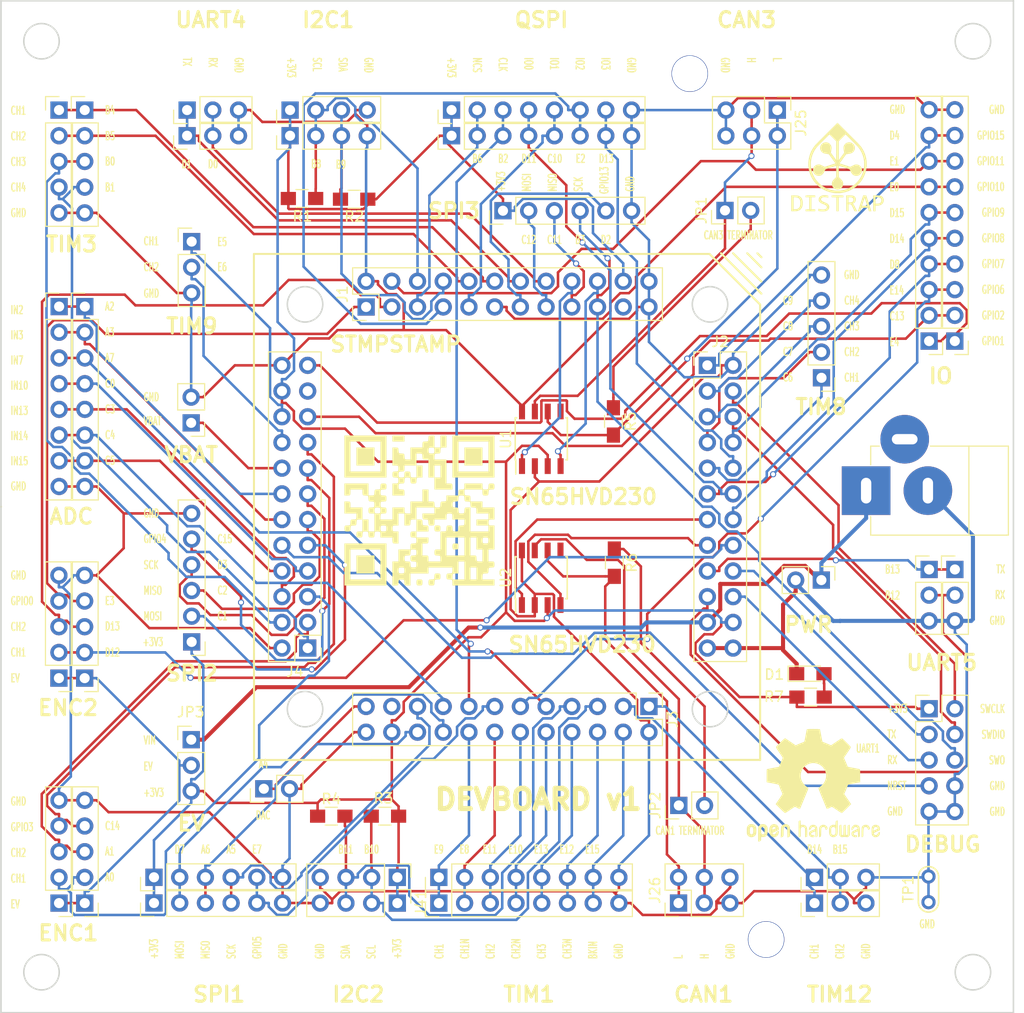
<source format=kicad_pcb>
(kicad_pcb (version 4) (host pcbnew 4.0.7)
  (layers (0 F.Cu signal) (31 B.Cu signal) (34 B.Paste user) (35 F.Paste user) (36 B.SilkS user) (37 F.SilkS user) (38 B.Mask user) (39 F.Mask user) (44 Edge.Cuts user))
  (net 0 "")
  (net 1 GND)
  (net 2 /+3V3)
  (net 3 /GPIO0)
  (net 4 /TIM4_CH2)
  (net 5 /GPIO11)
  (net 6 /QSPI_NCS)
  (net 7 /I2C1_SCL)
  (net 8 /QSPI_IO2)
  (net 9 /I2C1_SDA)
  (net 10 /QSPI_IO1)
  (net 11 /TIM3_CH2)
  (net 12 /GPIO10)
  (net 13 /TIM3_CH1)
  (net 14 /GPIO13)
  (net 15 /UART4_TX)
  (net 16 /SPI3_MOSI)
  (net 17 /UART4_RX)
  (net 18 /SPI3_MISO)
  (net 19 /SPI3_SCK)
  (net 20 /GPIO15)
  (net 21 /TIM8_CH4)
  (net 22 /SWCLK)
  (net 23 /TIM8_CH3)
  (net 24 /SWDIO)
  (net 25 /TIM8_CH2)
  (net 26 /GPIO9)
  (net 27 /TIM8_CH1)
  (net 28 /QSPI_IO3)
  (net 29 /GPIO7)
  (net 30 /QSPI_IO0)
  (net 31 /GPIO8)
  (net 32 /TIM4_CH1)
  (net 33 /UART5_TX)
  (net 34 /UART1_TX)
  (net 35 /UART5_RX)
  (net 36 /UART1_RX)
  (net 37 /TIM12_CH2)
  (net 38 /TIM12_CH1)
  (net 39 /TIM1_BKIN)
  (net 40 /I2C2_SCL)
  (net 41 /TIM1_CH3N)
  (net 42 /I2C2_SDA)
  (net 43 /TIM1_CH3)
  (net 44 /ADC_IN7)
  (net 45 /TIM1_CH2N)
  (net 46 /GPIO6)
  (net 47 /TIM1_CH2)
  (net 48 /GPIO5)
  (net 49 /TIM1_CH1N)
  (net 50 /QSPI_CLK)
  (net 51 /TIM1_CH1)
  (net 52 /ADC_IN14)
  (net 53 /SPI1_MOSI)
  (net 54 /SPI1_SCK)
  (net 55 /SPI1_MISO)
  (net 56 /DAC1_OUT)
  (net 57 /TIM3_CH4)
  (net 58 /TIM2_CH2)
  (net 59 /TIM3_CH3)
  (net 60 /TIM2_CH1)
  (net 61 /ADC_IN13)
  (net 62 /ADC_IN10)
  (net 63 /ADC_IN15)
  (net 64 /SPI2_MOSI)
  (net 65 /NRST)
  (net 66 /SPI2_MISO)
  (net 67 /ADC_IN3)
  (net 68 /SPI2_SCK)
  (net 69 /ADC_IN2)
  (net 70 /GPIO4)
  (net 71 /VBAT)
  (net 72 /GPIO3)
  (net 73 /TIM9_CH2)
  (net 74 /GPIO2)
  (net 75 /TIM9_CH1)
  (net 76 /GPIO1)
  (net 77 /EV)
  (net 78 /CAN3_TX)
  (net 79 /CAN3_RX)
  (net 80 /CAN1_TX)
  (net 81 /CAN1_RX)
  (net 82 /VIN)
  (net 83 /CAN3_L)
  (net 84 /CAN3_H)
  (net 85 /CAN1_L)
  (net 86 /CAN1_H)
  (net 87 "Net-(JP1-Pad2)")
  (net 88 "Net-(JP2-Pad2)")
  (net 89 "Net-(D1-Pad2)")
  (module Pin_Headers:Pin_Header_Straight_2x12_Pitch2.54mm (layer F.Cu) (at 137.41 73.87 90)
    (fp_text reference J1 (at 1.27 -2.33 90) (layer F.SilkS))
    (fp_text value Conn_02x12_Odd_Even hide)
    (pad 1 thru_hole rect (at 0 0 90) (size 1.7 1.7) (drill 1) (layers *.Cu *.Mask) (net 3 /GPIO0))
    (pad 2 thru_hole oval (at 2.54 0 90) (size 1.7 1.7) (drill 1) (layers *.Cu *.Mask) (net 1 GND))
    (pad 3 thru_hole oval (at 0 2.54 90) (size 1.7 1.7) (drill 1) (layers *.Cu *.Mask) (net 4 /TIM4_CH2))
    (pad 4 thru_hole oval (at 2.54 2.54 90) (size 1.7 1.7) (drill 1) (layers *.Cu *.Mask) (net 5 /GPIO11))
    (pad 5 thru_hole oval (at 0 5.08 90) (size 1.7 1.7) (drill 1) (layers *.Cu *.Mask) (net 6 /QSPI_NCS))
    (pad 6 thru_hole oval (at 2.54 5.08 90) (size 1.7 1.7) (drill 1) (layers *.Cu *.Mask) (net 7 /I2C1_SCL))
    (pad 7 thru_hole oval (at 0 7.62 90) (size 1.7 1.7) (drill 1) (layers *.Cu *.Mask) (net 8 /QSPI_IO2))
    (pad 8 thru_hole oval (at 2.54 7.62 90) (size 1.7 1.7) (drill 1) (layers *.Cu *.Mask) (net 9 /I2C1_SDA))
    (pad 9 thru_hole oval (at 0 10.16 90) (size 1.7 1.7) (drill 1) (layers *.Cu *.Mask) (net 10 /QSPI_IO1))
    (pad 10 thru_hole oval (at 2.54 10.16 90) (size 1.7 1.7) (drill 1) (layers *.Cu *.Mask) (net 11 /TIM3_CH2))
    (pad 11 thru_hole oval (at 0 12.7 90) (size 1.7 1.7) (drill 1) (layers *.Cu *.Mask) (net 12 /GPIO10))
    (pad 12 thru_hole oval (at 2.54 12.7 90) (size 1.7 1.7) (drill 1) (layers *.Cu *.Mask) (net 13 /TIM3_CH1))
    (pad 13 thru_hole oval (at 0 15.24 90) (size 1.7 1.7) (drill 1) (layers *.Cu *.Mask) (net 14 /GPIO13))
    (pad 14 thru_hole oval (at 2.54 15.24 90) (size 1.7 1.7) (drill 1) (layers *.Cu *.Mask) (net 15 /UART4_TX))
    (pad 15 thru_hole oval (at 0 17.78 90) (size 1.7 1.7) (drill 1) (layers *.Cu *.Mask) (net 16 /SPI3_MOSI))
    (pad 16 thru_hole oval (at 2.54 17.78 90) (size 1.7 1.7) (drill 1) (layers *.Cu *.Mask) (net 17 /UART4_RX))
    (pad 17 thru_hole oval (at 0 20.32 90) (size 1.7 1.7) (drill 1) (layers *.Cu *.Mask) (net 18 /SPI3_MISO))
    (pad 18 thru_hole oval (at 2.54 20.32 90) (size 1.7 1.7) (drill 1) (layers *.Cu *.Mask) (net 78 /CAN3_TX))
    (pad 19 thru_hole oval (at 0 22.86 90) (size 1.7 1.7) (drill 1) (layers *.Cu *.Mask) (net 19 /SPI3_SCK))
    (pad 20 thru_hole oval (at 2.54 22.86 90) (size 1.7 1.7) (drill 1) (layers *.Cu *.Mask) (net 79 /CAN3_RX))
    (pad 21 thru_hole oval (at 0 25.4 90) (size 1.7 1.7) (drill 1) (layers *.Cu *.Mask))
    (pad 22 thru_hole oval (at 2.54 25.4 90) (size 1.7 1.7) (drill 1) (layers *.Cu *.Mask) (net 2 /+3V3))
    (pad 23 thru_hole oval (at 0 27.94 90) (size 1.7 1.7) (drill 1) (layers *.Cu *.Mask) (net 1 GND))
    (pad 24 thru_hole oval (at 2.54 27.94 90) (size 1.7 1.7) (drill 1) (layers *.Cu *.Mask) (net 1 GND))
  )
  (module Pin_Headers:Pin_Header_Straight_2x12_Pitch2.54mm (layer F.Cu) (at 171.12 79.64)
    (fp_text reference J2 (at 1.27 -2.33) (layer F.SilkS))
    (fp_text value Conn_02x12_Odd_Even hide)
    (pad 1 thru_hole rect (at 0 0) (size 1.7 1.7) (drill 1) (layers *.Cu *.Mask) (net 20 /GPIO15))
    (pad 2 thru_hole oval (at 2.54 0) (size 1.7 1.7) (drill 1) (layers *.Cu *.Mask) (net 1 GND))
    (pad 3 thru_hole oval (at 0 2.54) (size 1.7 1.7) (drill 1) (layers *.Cu *.Mask) (net 21 /TIM8_CH4))
    (pad 4 thru_hole oval (at 2.54 2.54) (size 1.7 1.7) (drill 1) (layers *.Cu *.Mask) (net 22 /SWCLK))
    (pad 5 thru_hole oval (at 0 5.08) (size 1.7 1.7) (drill 1) (layers *.Cu *.Mask) (net 23 /TIM8_CH3))
    (pad 6 thru_hole oval (at 2.54 5.08) (size 1.7 1.7) (drill 1) (layers *.Cu *.Mask) (net 24 /SWDIO))
    (pad 7 thru_hole oval (at 0 7.62) (size 1.7 1.7) (drill 1) (layers *.Cu *.Mask) (net 25 /TIM8_CH2))
    (pad 8 thru_hole oval (at 2.54 7.62) (size 1.7 1.7) (drill 1) (layers *.Cu *.Mask) (net 26 /GPIO9))
    (pad 9 thru_hole oval (at 0 10.16) (size 1.7 1.7) (drill 1) (layers *.Cu *.Mask) (net 27 /TIM8_CH1))
    (pad 10 thru_hole oval (at 2.54 10.16) (size 1.7 1.7) (drill 1) (layers *.Cu *.Mask) (net 28 /QSPI_IO3))
    (pad 11 thru_hole oval (at 0 12.7) (size 1.7 1.7) (drill 1) (layers *.Cu *.Mask) (net 29 /GPIO7))
    (pad 12 thru_hole oval (at 2.54 12.7) (size 1.7 1.7) (drill 1) (layers *.Cu *.Mask) (net 30 /QSPI_IO0))
    (pad 13 thru_hole oval (at 0 15.24) (size 1.7 1.7) (drill 1) (layers *.Cu *.Mask) (net 80 /CAN1_TX))
    (pad 14 thru_hole oval (at 2.54 15.24) (size 1.7 1.7) (drill 1) (layers *.Cu *.Mask) (net 31 /GPIO8))
    (pad 15 thru_hole oval (at 0 17.78) (size 1.7 1.7) (drill 1) (layers *.Cu *.Mask) (net 81 /CAN1_RX))
    (pad 16 thru_hole oval (at 2.54 17.78) (size 1.7 1.7) (drill 1) (layers *.Cu *.Mask) (net 32 /TIM4_CH1))
    (pad 17 thru_hole oval (at 0 20.32) (size 1.7 1.7) (drill 1) (layers *.Cu *.Mask) (net 33 /UART5_TX))
    (pad 18 thru_hole oval (at 2.54 20.32) (size 1.7 1.7) (drill 1) (layers *.Cu *.Mask) (net 34 /UART1_TX))
    (pad 19 thru_hole oval (at 0 22.86) (size 1.7 1.7) (drill 1) (layers *.Cu *.Mask) (net 35 /UART5_RX))
    (pad 20 thru_hole oval (at 2.54 22.86) (size 1.7 1.7) (drill 1) (layers *.Cu *.Mask) (net 36 /UART1_RX))
    (pad 21 thru_hole oval (at 0 25.4) (size 1.7 1.7) (drill 1) (layers *.Cu *.Mask) (net 82 /VIN))
    (pad 22 thru_hole oval (at 2.54 25.4) (size 1.7 1.7) (drill 1) (layers *.Cu *.Mask) (net 2 /+3V3))
    (pad 23 thru_hole oval (at 0 27.94) (size 1.7 1.7) (drill 1) (layers *.Cu *.Mask) (net 1 GND))
    (pad 24 thru_hole oval (at 2.54 27.94) (size 1.7 1.7) (drill 1) (layers *.Cu *.Mask) (net 1 GND))
  )
  (module Pin_Headers:Pin_Header_Straight_2x12_Pitch2.54mm (layer F.Cu) (at 165.35 113.35 270)
    (fp_text reference J3 (at 1.27 -2.33 270) (layer F.SilkS))
    (fp_text value Conn_02x12_Odd_Even hide)
    (pad 1 thru_hole rect (at 0 0 270) (size 1.7 1.7) (drill 1) (layers *.Cu *.Mask) (net 37 /TIM12_CH2))
    (pad 2 thru_hole oval (at 2.54 0 270) (size 1.7 1.7) (drill 1) (layers *.Cu *.Mask) (net 1 GND))
    (pad 3 thru_hole oval (at 0 2.54 270) (size 1.7 1.7) (drill 1) (layers *.Cu *.Mask) (net 38 /TIM12_CH1))
    (pad 4 thru_hole oval (at 2.54 2.54 270) (size 1.7 1.7) (drill 1) (layers *.Cu *.Mask) (net 39 /TIM1_BKIN))
    (pad 5 thru_hole oval (at 0 5.08 270) (size 1.7 1.7) (drill 1) (layers *.Cu *.Mask) (net 40 /I2C2_SCL))
    (pad 6 thru_hole oval (at 2.54 5.08 270) (size 1.7 1.7) (drill 1) (layers *.Cu *.Mask) (net 41 /TIM1_CH3N))
    (pad 7 thru_hole oval (at 0 7.62 270) (size 1.7 1.7) (drill 1) (layers *.Cu *.Mask) (net 42 /I2C2_SDA))
    (pad 8 thru_hole oval (at 2.54 7.62 270) (size 1.7 1.7) (drill 1) (layers *.Cu *.Mask) (net 43 /TIM1_CH3))
    (pad 9 thru_hole oval (at 0 10.16 270) (size 1.7 1.7) (drill 1) (layers *.Cu *.Mask) (net 44 /ADC_IN7))
    (pad 10 thru_hole oval (at 2.54 10.16 270) (size 1.7 1.7) (drill 1) (layers *.Cu *.Mask) (net 45 /TIM1_CH2N))
    (pad 11 thru_hole oval (at 0 12.7 270) (size 1.7 1.7) (drill 1) (layers *.Cu *.Mask) (net 46 /GPIO6))
    (pad 12 thru_hole oval (at 2.54 12.7 270) (size 1.7 1.7) (drill 1) (layers *.Cu *.Mask) (net 47 /TIM1_CH2))
    (pad 13 thru_hole oval (at 0 15.24 270) (size 1.7 1.7) (drill 1) (layers *.Cu *.Mask) (net 48 /GPIO5))
    (pad 14 thru_hole oval (at 2.54 15.24 270) (size 1.7 1.7) (drill 1) (layers *.Cu *.Mask) (net 49 /TIM1_CH1N))
    (pad 15 thru_hole oval (at 0 17.78 270) (size 1.7 1.7) (drill 1) (layers *.Cu *.Mask) (net 50 /QSPI_CLK))
    (pad 16 thru_hole oval (at 2.54 17.78 270) (size 1.7 1.7) (drill 1) (layers *.Cu *.Mask) (net 51 /TIM1_CH1))
    (pad 17 thru_hole oval (at 0 20.32 270) (size 1.7 1.7) (drill 1) (layers *.Cu *.Mask) (net 52 /ADC_IN14))
    (pad 18 thru_hole oval (at 2.54 20.32 270) (size 1.7 1.7) (drill 1) (layers *.Cu *.Mask) (net 53 /SPI1_MOSI))
    (pad 19 thru_hole oval (at 0 22.86 270) (size 1.7 1.7) (drill 1) (layers *.Cu *.Mask) (net 54 /SPI1_SCK))
    (pad 20 thru_hole oval (at 2.54 22.86 270) (size 1.7 1.7) (drill 1) (layers *.Cu *.Mask) (net 55 /SPI1_MISO))
    (pad 21 thru_hole oval (at 0 25.4 270) (size 1.7 1.7) (drill 1) (layers *.Cu *.Mask))
    (pad 22 thru_hole oval (at 2.54 25.4 270) (size 1.7 1.7) (drill 1) (layers *.Cu *.Mask) (net 2 /+3V3))
    (pad 23 thru_hole oval (at 0 27.94 270) (size 1.7 1.7) (drill 1) (layers *.Cu *.Mask) (net 56 /DAC1_OUT))
    (pad 24 thru_hole oval (at 2.54 27.94 270) (size 1.7 1.7) (drill 1) (layers *.Cu *.Mask) (net 1 GND))
  )
  (module Pin_Headers:Pin_Header_Straight_2x12_Pitch2.54mm (layer F.Cu) (at 131.64 107.58 180)
    (fp_text reference J4 (at 1.27 -2.33 180) (layer F.SilkS))
    (fp_text value Conn_02x12_Odd_Even hide)
    (pad 1 thru_hole rect (at 0 0 180) (size 1.7 1.7) (drill 1) (layers *.Cu *.Mask) (net 57 /TIM3_CH4))
    (pad 2 thru_hole oval (at 2.54 0 180) (size 1.7 1.7) (drill 1) (layers *.Cu *.Mask) (net 1 GND))
    (pad 3 thru_hole oval (at 0 2.54 180) (size 1.7 1.7) (drill 1) (layers *.Cu *.Mask) (net 58 /TIM2_CH2))
    (pad 4 thru_hole oval (at 2.54 2.54 180) (size 1.7 1.7) (drill 1) (layers *.Cu *.Mask) (net 59 /TIM3_CH3))
    (pad 5 thru_hole oval (at 0 5.08 180) (size 1.7 1.7) (drill 1) (layers *.Cu *.Mask) (net 60 /TIM2_CH1))
    (pad 6 thru_hole oval (at 2.54 5.08 180) (size 1.7 1.7) (drill 1) (layers *.Cu *.Mask) (net 61 /ADC_IN13))
    (pad 7 thru_hole oval (at 0 7.62 180) (size 1.7 1.7) (drill 1) (layers *.Cu *.Mask) (net 62 /ADC_IN10))
    (pad 8 thru_hole oval (at 2.54 7.62 180) (size 1.7 1.7) (drill 1) (layers *.Cu *.Mask) (net 63 /ADC_IN15))
    (pad 9 thru_hole oval (at 0 10.16 180) (size 1.7 1.7) (drill 1) (layers *.Cu *.Mask) (net 64 /SPI2_MOSI))
    (pad 10 thru_hole oval (at 2.54 10.16 180) (size 1.7 1.7) (drill 1) (layers *.Cu *.Mask) (net 65 /NRST))
    (pad 11 thru_hole oval (at 0 12.7 180) (size 1.7 1.7) (drill 1) (layers *.Cu *.Mask) (net 66 /SPI2_MISO))
    (pad 12 thru_hole oval (at 2.54 12.7 180) (size 1.7 1.7) (drill 1) (layers *.Cu *.Mask) (net 67 /ADC_IN3))
    (pad 13 thru_hole oval (at 0 15.24 180) (size 1.7 1.7) (drill 1) (layers *.Cu *.Mask) (net 68 /SPI2_SCK))
    (pad 14 thru_hole oval (at 2.54 15.24 180) (size 1.7 1.7) (drill 1) (layers *.Cu *.Mask) (net 69 /ADC_IN2))
    (pad 15 thru_hole oval (at 0 17.78 180) (size 1.7 1.7) (drill 1) (layers *.Cu *.Mask) (net 70 /GPIO4))
    (pad 16 thru_hole oval (at 2.54 17.78 180) (size 1.7 1.7) (drill 1) (layers *.Cu *.Mask) (net 71 /VBAT))
    (pad 17 thru_hole oval (at 0 20.32 180) (size 1.7 1.7) (drill 1) (layers *.Cu *.Mask) (net 72 /GPIO3))
    (pad 18 thru_hole oval (at 2.54 20.32 180) (size 1.7 1.7) (drill 1) (layers *.Cu *.Mask) (net 73 /TIM9_CH2))
    (pad 19 thru_hole oval (at 0 22.86 180) (size 1.7 1.7) (drill 1) (layers *.Cu *.Mask) (net 74 /GPIO2))
    (pad 20 thru_hole oval (at 2.54 22.86 180) (size 1.7 1.7) (drill 1) (layers *.Cu *.Mask) (net 75 /TIM9_CH1))
    (pad 21 thru_hole oval (at 0 25.4 180) (size 1.7 1.7) (drill 1) (layers *.Cu *.Mask))
    (pad 22 thru_hole oval (at 2.54 25.4 180) (size 1.7 1.7) (drill 1) (layers *.Cu *.Mask) (net 2 /+3V3))
    (pad 23 thru_hole oval (at 0 27.94 180) (size 1.7 1.7) (drill 1) (layers *.Cu *.Mask) (net 76 /GPIO1))
    (pad 24 thru_hole oval (at 2.54 27.94 180) (size 1.7 1.7) (drill 1) (layers *.Cu *.Mask) (net 1 GND))
  )
  (module Pin_Headers:Pin_Header_Straight_1x05_Pitch2.54mm (layer F.Cu) (at 109.62 132.78 180)
    (fp_text reference J5 hide)
    (fp_text value Conn_01x05 hide)
    (pad 1 thru_hole rect (at 0 0 180) (size 1.7 1.7) (drill 1) (layers *.Cu *.Mask) (net 77 /EV))
    (pad 2 thru_hole oval (at 0 2.54 180) (size 1.7 1.7) (drill 1) (layers *.Cu *.Mask) (net 60 /TIM2_CH1))
    (pad 3 thru_hole oval (at 0 5.08 180) (size 1.7 1.7) (drill 1) (layers *.Cu *.Mask) (net 58 /TIM2_CH2))
    (pad 4 thru_hole oval (at 0 7.62 180) (size 1.7 1.7) (drill 1) (layers *.Cu *.Mask) (net 72 /GPIO3))
    (pad 5 thru_hole oval (at 0 10.16 180) (size 1.7 1.7) (drill 1) (layers *.Cu *.Mask) (net 1 GND))
  )
  (module Pin_Headers:Pin_Header_Straight_1x05_Pitch2.54mm (layer F.Cu) (at 109.61 110.55 180)
    (fp_text reference J6 hide)
    (fp_text value Conn_01x05 hide)
    (pad 1 thru_hole rect (at 0 0 180) (size 1.7 1.7) (drill 1) (layers *.Cu *.Mask) (net 77 /EV))
    (pad 2 thru_hole oval (at 0 2.54 180) (size 1.7 1.7) (drill 1) (layers *.Cu *.Mask) (net 32 /TIM4_CH1))
    (pad 3 thru_hole oval (at 0 5.08 180) (size 1.7 1.7) (drill 1) (layers *.Cu *.Mask) (net 4 /TIM4_CH2))
    (pad 4 thru_hole oval (at 0 7.62 180) (size 1.7 1.7) (drill 1) (layers *.Cu *.Mask) (net 3 /GPIO0))
    (pad 5 thru_hole oval (at 0 10.16 180) (size 1.7 1.7) (drill 1) (layers *.Cu *.Mask) (net 1 GND))
  )
  (module Pin_Headers:Pin_Header_Straight_1x05_Pitch2.54mm (layer F.Cu) (at 109.62 54.41)
    (fp_text reference J7 hide)
    (fp_text value Conn_01x05 hide)
    (pad 1 thru_hole rect (at 0 0) (size 1.7 1.7) (drill 1) (layers *.Cu *.Mask) (net 13 /TIM3_CH1))
    (pad 2 thru_hole oval (at 0 2.54) (size 1.7 1.7) (drill 1) (layers *.Cu *.Mask) (net 11 /TIM3_CH2))
    (pad 3 thru_hole oval (at 0 5.08) (size 1.7 1.7) (drill 1) (layers *.Cu *.Mask) (net 59 /TIM3_CH3))
    (pad 4 thru_hole oval (at 0 7.62) (size 1.7 1.7) (drill 1) (layers *.Cu *.Mask) (net 57 /TIM3_CH4))
    (pad 5 thru_hole oval (at 0 10.16) (size 1.7 1.7) (drill 1) (layers *.Cu *.Mask) (net 1 GND))
  )
  (module Pin_Headers:Pin_Header_Straight_1x03_Pitch2.54mm (layer F.Cu) (at 120.18 67.41)
    (fp_text reference J8 hide)
    (fp_text value Conn_01x03 hide)
    (pad 1 thru_hole rect (at 0 0) (size 1.7 1.7) (drill 1) (layers *.Cu *.Mask) (net 75 /TIM9_CH1))
    (pad 2 thru_hole oval (at 0 2.54) (size 1.7 1.7) (drill 1) (layers *.Cu *.Mask) (net 73 /TIM9_CH2))
    (pad 3 thru_hole oval (at 0 5.08) (size 1.7 1.7) (drill 1) (layers *.Cu *.Mask) (net 1 GND))
  )
  (module Pin_Headers:Pin_Header_Straight_1x06_Pitch2.54mm (layer F.Cu) (at 116.46 132.77 90)
    (fp_text reference J9 hide)
    (fp_text value Conn_01x06 hide)
    (pad 1 thru_hole rect (at 0 0 90) (size 1.7 1.7) (drill 1) (layers *.Cu *.Mask) (net 2 /+3V3))
    (pad 2 thru_hole oval (at 0 2.54 90) (size 1.7 1.7) (drill 1) (layers *.Cu *.Mask) (net 53 /SPI1_MOSI))
    (pad 3 thru_hole oval (at 0 5.08 90) (size 1.7 1.7) (drill 1) (layers *.Cu *.Mask) (net 55 /SPI1_MISO))
    (pad 4 thru_hole oval (at 0 7.62 90) (size 1.7 1.7) (drill 1) (layers *.Cu *.Mask) (net 54 /SPI1_SCK))
    (pad 5 thru_hole oval (at 0 10.16 90) (size 1.7 1.7) (drill 1) (layers *.Cu *.Mask) (net 48 /GPIO5))
    (pad 6 thru_hole oval (at 0 12.7 90) (size 1.7 1.7) (drill 1) (layers *.Cu *.Mask) (net 1 GND))
  )
  (module Pin_Headers:Pin_Header_Straight_1x06_Pitch2.54mm (layer F.Cu) (at 120.18 106.97 180)
    (fp_text reference J10 hide)
    (fp_text value Conn_01x06 hide)
    (pad 1 thru_hole rect (at 0 0 180) (size 1.7 1.7) (drill 1) (layers *.Cu *.Mask) (net 2 /+3V3))
    (pad 2 thru_hole oval (at 0 2.54 180) (size 1.7 1.7) (drill 1) (layers *.Cu *.Mask) (net 64 /SPI2_MOSI))
    (pad 3 thru_hole oval (at 0 5.08 180) (size 1.7 1.7) (drill 1) (layers *.Cu *.Mask) (net 66 /SPI2_MISO))
    (pad 4 thru_hole oval (at 0 7.62 180) (size 1.7 1.7) (drill 1) (layers *.Cu *.Mask) (net 68 /SPI2_SCK))
    (pad 5 thru_hole oval (at 0 10.16 180) (size 1.7 1.7) (drill 1) (layers *.Cu *.Mask) (net 70 /GPIO4))
    (pad 6 thru_hole oval (at 0 12.7 180) (size 1.7 1.7) (drill 1) (layers *.Cu *.Mask) (net 1 GND))
  )
  (module Pin_Headers:Pin_Header_Straight_1x06_Pitch2.54mm (layer F.Cu) (at 150.93 64.36 90)
    (fp_text reference J11 hide)
    (fp_text value Conn_01x06 hide)
    (pad 1 thru_hole rect (at 0 0 90) (size 1.7 1.7) (drill 1) (layers *.Cu *.Mask) (net 2 /+3V3))
    (pad 2 thru_hole oval (at 0 2.54 90) (size 1.7 1.7) (drill 1) (layers *.Cu *.Mask) (net 16 /SPI3_MOSI))
    (pad 3 thru_hole oval (at 0 5.08 90) (size 1.7 1.7) (drill 1) (layers *.Cu *.Mask) (net 18 /SPI3_MISO))
    (pad 4 thru_hole oval (at 0 7.62 90) (size 1.7 1.7) (drill 1) (layers *.Cu *.Mask) (net 19 /SPI3_SCK))
    (pad 5 thru_hole oval (at 0 10.16 90) (size 1.7 1.7) (drill 1) (layers *.Cu *.Mask) (net 14 /GPIO13))
    (pad 6 thru_hole oval (at 0 12.7 90) (size 1.7 1.7) (drill 1) (layers *.Cu *.Mask) (net 1 GND))
  )
  (module Pin_Headers:Pin_Header_Straight_1x04_Pitch2.54mm (layer F.Cu) (at 129.9 56.95 90)
    (fp_text reference J12 hide)
    (fp_text value Conn_01x04 hide)
    (pad 1 thru_hole rect (at 0 0 90) (size 1.7 1.7) (drill 1) (layers *.Cu *.Mask) (net 2 /+3V3))
    (pad 2 thru_hole oval (at 0 2.54 90) (size 1.7 1.7) (drill 1) (layers *.Cu *.Mask) (net 7 /I2C1_SCL))
    (pad 3 thru_hole oval (at 0 5.08 90) (size 1.7 1.7) (drill 1) (layers *.Cu *.Mask) (net 9 /I2C1_SDA))
    (pad 4 thru_hole oval (at 0 7.62 90) (size 1.7 1.7) (drill 1) (layers *.Cu *.Mask) (net 1 GND))
  )
  (module Pin_Headers:Pin_Header_Straight_1x04_Pitch2.54mm (layer F.Cu) (at 140.5 130.24 270)
    (fp_text reference J13 hide)
    (fp_text value Conn_01x04 hide)
    (pad 1 thru_hole rect (at 0 0 270) (size 1.7 1.7) (drill 1) (layers *.Cu *.Mask) (net 2 /+3V3))
    (pad 2 thru_hole oval (at 0 2.54 270) (size 1.7 1.7) (drill 1) (layers *.Cu *.Mask) (net 40 /I2C2_SCL))
    (pad 3 thru_hole oval (at 0 5.08 270) (size 1.7 1.7) (drill 1) (layers *.Cu *.Mask) (net 42 /I2C2_SDA))
    (pad 4 thru_hole oval (at 0 7.62 270) (size 1.7 1.7) (drill 1) (layers *.Cu *.Mask) (net 1 GND))
  )
  (module Pin_Headers:Pin_Header_Straight_1x03_Pitch2.54mm (layer F.Cu) (at 119.73 56.95 90)
    (fp_text reference J14 hide)
    (fp_text value Conn_01x03 hide)
    (pad 1 thru_hole rect (at 0 0 90) (size 1.7 1.7) (drill 1) (layers *.Cu *.Mask) (net 15 /UART4_TX))
    (pad 2 thru_hole oval (at 0 2.54 90) (size 1.7 1.7) (drill 1) (layers *.Cu *.Mask) (net 17 /UART4_RX))
    (pad 3 thru_hole oval (at 0 5.08 90) (size 1.7 1.7) (drill 1) (layers *.Cu *.Mask) (net 1 GND))
  )
  (module Pin_Headers:Pin_Header_Straight_1x05_Pitch2.54mm (layer F.Cu) (at 182.39 80.87 180)
    (fp_text reference J15 hide)
    (fp_text value Conn_01x05 hide)
    (pad 1 thru_hole rect (at 0 0 180) (size 1.7 1.7) (drill 1) (layers *.Cu *.Mask) (net 27 /TIM8_CH1))
    (pad 2 thru_hole oval (at 0 2.54 180) (size 1.7 1.7) (drill 1) (layers *.Cu *.Mask) (net 25 /TIM8_CH2))
    (pad 3 thru_hole oval (at 0 5.08 180) (size 1.7 1.7) (drill 1) (layers *.Cu *.Mask) (net 23 /TIM8_CH3))
    (pad 4 thru_hole oval (at 0 7.62 180) (size 1.7 1.7) (drill 1) (layers *.Cu *.Mask) (net 21 /TIM8_CH4))
    (pad 5 thru_hole oval (at 0 10.16 180) (size 1.7 1.7) (drill 1) (layers *.Cu *.Mask) (net 1 GND))
  )
  (module Pin_Headers:Pin_Header_Straight_1x03_Pitch2.54mm (layer F.Cu) (at 181.7 132.78 90)
    (fp_text reference J16 hide)
    (fp_text value Conn_01x03 hide)
    (pad 1 thru_hole rect (at 0 0 90) (size 1.7 1.7) (drill 1) (layers *.Cu *.Mask) (net 38 /TIM12_CH1))
    (pad 2 thru_hole oval (at 0 2.54 90) (size 1.7 1.7) (drill 1) (layers *.Cu *.Mask) (net 37 /TIM12_CH2))
    (pad 3 thru_hole oval (at 0 5.08 90) (size 1.7 1.7) (drill 1) (layers *.Cu *.Mask) (net 1 GND))
  )
  (module Pin_Headers:Pin_Header_Straight_1x08_Pitch2.54mm (layer F.Cu) (at 144.6 130.24 90)
    (fp_text reference J17 hide)
    (fp_text value Conn_01x08 hide)
    (pad 1 thru_hole rect (at 0 0 90) (size 1.7 1.7) (drill 1) (layers *.Cu *.Mask) (net 51 /TIM1_CH1))
    (pad 2 thru_hole oval (at 0 2.54 90) (size 1.7 1.7) (drill 1) (layers *.Cu *.Mask) (net 49 /TIM1_CH1N))
    (pad 3 thru_hole oval (at 0 5.08 90) (size 1.7 1.7) (drill 1) (layers *.Cu *.Mask) (net 47 /TIM1_CH2))
    (pad 4 thru_hole oval (at 0 7.62 90) (size 1.7 1.7) (drill 1) (layers *.Cu *.Mask) (net 45 /TIM1_CH2N))
    (pad 5 thru_hole oval (at 0 10.16 90) (size 1.7 1.7) (drill 1) (layers *.Cu *.Mask) (net 43 /TIM1_CH3))
    (pad 6 thru_hole oval (at 0 12.7 90) (size 1.7 1.7) (drill 1) (layers *.Cu *.Mask) (net 41 /TIM1_CH3N))
    (pad 7 thru_hole oval (at 0 15.24 90) (size 1.7 1.7) (drill 1) (layers *.Cu *.Mask) (net 39 /TIM1_BKIN))
    (pad 8 thru_hole oval (at 0 17.78 90) (size 1.7 1.7) (drill 1) (layers *.Cu *.Mask) (net 1 GND))
  )
  (module Pin_Headers:Pin_Header_Straight_1x03_Pitch2.54mm (layer F.Cu) (at 195.57 99.81)
    (fp_text reference J18 hide)
    (fp_text value Conn_01x03 hide)
    (pad 1 thru_hole rect (at 0 0) (size 1.7 1.7) (drill 1) (layers *.Cu *.Mask) (net 33 /UART5_TX))
    (pad 2 thru_hole oval (at 0 2.54) (size 1.7 1.7) (drill 1) (layers *.Cu *.Mask) (net 35 /UART5_RX))
    (pad 3 thru_hole oval (at 0 5.08) (size 1.7 1.7) (drill 1) (layers *.Cu *.Mask) (net 1 GND))
  )
  (module Pin_Headers:Pin_Header_Straight_1x08_Pitch2.54mm (layer F.Cu) (at 145.85 56.95 90)
    (fp_text reference J19 hide)
    (fp_text value Conn_01x08 hide)
    (pad 1 thru_hole rect (at 0 0 90) (size 1.7 1.7) (drill 1) (layers *.Cu *.Mask) (net 2 /+3V3))
    (pad 2 thru_hole oval (at 0 2.54 90) (size 1.7 1.7) (drill 1) (layers *.Cu *.Mask) (net 6 /QSPI_NCS))
    (pad 3 thru_hole oval (at 0 5.08 90) (size 1.7 1.7) (drill 1) (layers *.Cu *.Mask) (net 50 /QSPI_CLK))
    (pad 4 thru_hole oval (at 0 7.62 90) (size 1.7 1.7) (drill 1) (layers *.Cu *.Mask) (net 30 /QSPI_IO0))
    (pad 5 thru_hole oval (at 0 10.16 90) (size 1.7 1.7) (drill 1) (layers *.Cu *.Mask) (net 10 /QSPI_IO1))
    (pad 6 thru_hole oval (at 0 12.7 90) (size 1.7 1.7) (drill 1) (layers *.Cu *.Mask) (net 8 /QSPI_IO2))
    (pad 7 thru_hole oval (at 0 15.24 90) (size 1.7 1.7) (drill 1) (layers *.Cu *.Mask) (net 28 /QSPI_IO3))
    (pad 8 thru_hole oval (at 0 17.78 90) (size 1.7 1.7) (drill 1) (layers *.Cu *.Mask) (net 1 GND))
  )
  (module Pin_Headers:Pin_Header_Straight_1x08_Pitch2.54mm (layer F.Cu) (at 109.63 73.83)
    (fp_text reference J21 hide)
    (fp_text value Conn_01x08 hide)
    (pad 1 thru_hole rect (at 0 0) (size 1.7 1.7) (drill 1) (layers *.Cu *.Mask) (net 69 /ADC_IN2))
    (pad 2 thru_hole oval (at 0 2.54) (size 1.7 1.7) (drill 1) (layers *.Cu *.Mask) (net 67 /ADC_IN3))
    (pad 3 thru_hole oval (at 0 5.08) (size 1.7 1.7) (drill 1) (layers *.Cu *.Mask) (net 44 /ADC_IN7))
    (pad 4 thru_hole oval (at 0 7.62) (size 1.7 1.7) (drill 1) (layers *.Cu *.Mask) (net 62 /ADC_IN10))
    (pad 5 thru_hole oval (at 0 10.16) (size 1.7 1.7) (drill 1) (layers *.Cu *.Mask) (net 61 /ADC_IN13))
    (pad 6 thru_hole oval (at 0 12.7) (size 1.7 1.7) (drill 1) (layers *.Cu *.Mask) (net 52 /ADC_IN14))
    (pad 7 thru_hole oval (at 0 15.24) (size 1.7 1.7) (drill 1) (layers *.Cu *.Mask) (net 63 /ADC_IN15))
    (pad 8 thru_hole oval (at 0 17.78) (size 1.7 1.7) (drill 1) (layers *.Cu *.Mask) (net 1 GND))
  )
  (module Pin_Headers:Pin_Header_Straight_1x10_Pitch2.54mm (layer F.Cu) (at 193.02 77.24 180)
    (fp_text reference J23 hide)
    (fp_text value Conn_01x10 hide)
    (pad 1 thru_hole rect (at 0 0 180) (size 1.7 1.7) (drill 1) (layers *.Cu *.Mask) (net 76 /GPIO1))
    (pad 2 thru_hole oval (at 0 2.54 180) (size 1.7 1.7) (drill 1) (layers *.Cu *.Mask) (net 74 /GPIO2))
    (pad 3 thru_hole oval (at 0 5.08 180) (size 1.7 1.7) (drill 1) (layers *.Cu *.Mask) (net 46 /GPIO6))
    (pad 4 thru_hole oval (at 0 7.62 180) (size 1.7 1.7) (drill 1) (layers *.Cu *.Mask) (net 29 /GPIO7))
    (pad 5 thru_hole oval (at 0 10.16 180) (size 1.7 1.7) (drill 1) (layers *.Cu *.Mask) (net 31 /GPIO8))
    (pad 6 thru_hole oval (at 0 12.7 180) (size 1.7 1.7) (drill 1) (layers *.Cu *.Mask) (net 26 /GPIO9))
    (pad 7 thru_hole oval (at 0 15.24 180) (size 1.7 1.7) (drill 1) (layers *.Cu *.Mask) (net 12 /GPIO10))
    (pad 8 thru_hole oval (at 0 17.78 180) (size 1.7 1.7) (drill 1) (layers *.Cu *.Mask) (net 5 /GPIO11))
    (pad 9 thru_hole oval (at 0 20.32 180) (size 1.7 1.7) (drill 1) (layers *.Cu *.Mask) (net 20 /GPIO15))
    (pad 10 thru_hole oval (at 0 22.86 180) (size 1.7 1.7) (drill 1) (layers *.Cu *.Mask) (net 1 GND))
  )
  (module Resistors_SMD:R_0805_HandSoldering (layer F.Cu) (at 131.08 63.15)
    (fp_text reference R1 (at 0.04 1.75) (layer F.SilkS))
    (fp_text value 4.7K)
    (pad 1 smd rect (at -1.35 0) (size 1.5 1.3) (layers F.Cu F.Paste F.Mask) (net 2 /+3V3))
    (pad 2 smd rect (at 1.35 0) (size 1.5 1.3) (layers F.Cu F.Paste F.Mask) (net 7 /I2C1_SCL))
  )
  (module Resistors_SMD:R_0805_HandSoldering (layer F.Cu) (at 136.23 63.22 180)
    (fp_text reference R2 (at 0 -1.7 180) (layer F.SilkS))
    (fp_text value 4.7K)
    (pad 1 smd rect (at -1.35 0 180) (size 1.5 1.3) (layers F.Cu F.Paste F.Mask) (net 2 /+3V3))
    (pad 2 smd rect (at 1.35 0 180) (size 1.5 1.3) (layers F.Cu F.Paste F.Mask) (net 9 /I2C1_SDA))
  )
  (module Resistors_SMD:R_0805_HandSoldering (layer F.Cu) (at 139.27 124.19 180)
    (fp_text reference R3 (at 0.15 1.77 180) (layer F.SilkS))
    (fp_text value 4.7K)
    (pad 1 smd rect (at -1.35 0 180) (size 1.5 1.3) (layers F.Cu F.Paste F.Mask) (net 2 /+3V3))
    (pad 2 smd rect (at 1.35 0 180) (size 1.5 1.3) (layers F.Cu F.Paste F.Mask) (net 40 /I2C2_SCL))
  )
  (module Resistors_SMD:R_0805_HandSoldering (layer F.Cu) (at 133.97 124.19)
    (fp_text reference R4 (at 0 -1.7) (layer F.SilkS))
    (fp_text value 4.7K)
    (pad 1 smd rect (at -1.35 0) (size 1.5 1.3) (layers F.Cu F.Paste F.Mask) (net 2 /+3V3))
    (pad 2 smd rect (at 1.35 0) (size 1.5 1.3) (layers F.Cu F.Paste F.Mask) (net 42 /I2C2_SDA))
  )
  (module Pin_Headers:Pin_Header_Straight_2x05_Pitch2.54mm (layer F.Cu) (at 193.02 113.57)
    (fp_text reference J20 hide)
    (fp_text value Conn_02x05_Odd_Even hide)
    (pad 1 thru_hole rect (at 0 0) (size 1.7 1.7) (drill 1) (layers *.Cu *.Mask) (net 2 /+3V3))
    (pad 2 thru_hole oval (at 2.54 0) (size 1.7 1.7) (drill 1) (layers *.Cu *.Mask) (net 22 /SWCLK))
    (pad 3 thru_hole oval (at 0 2.54) (size 1.7 1.7) (drill 1) (layers *.Cu *.Mask) (net 34 /UART1_TX))
    (pad 4 thru_hole oval (at 2.54 2.54) (size 1.7 1.7) (drill 1) (layers *.Cu *.Mask) (net 24 /SWDIO))
    (pad 5 thru_hole oval (at 0 5.08) (size 1.7 1.7) (drill 1) (layers *.Cu *.Mask) (net 36 /UART1_RX))
    (pad 6 thru_hole oval (at 2.54 5.08) (size 1.7 1.7) (drill 1) (layers *.Cu *.Mask) (net 19 /SPI3_SCK))
    (pad 7 thru_hole oval (at 0 7.62) (size 1.7 1.7) (drill 1) (layers *.Cu *.Mask) (net 65 /NRST))
    (pad 8 thru_hole oval (at 2.54 7.62) (size 1.7 1.7) (drill 1) (layers *.Cu *.Mask) (net 1 GND))
    (pad 9 thru_hole oval (at 0 10.16) (size 1.7 1.7) (drill 1) (layers *.Cu *.Mask) (net 1 GND))
    (pad 10 thru_hole oval (at 2.54 10.16) (size 1.7 1.7) (drill 1) (layers *.Cu *.Mask) (net 1 GND))
  )
  (module Pin_Headers:Pin_Header_Straight_1x02_Pitch2.54mm (layer F.Cu) (at 120.13 85.32 180)
    (fp_text reference J22 hide)
    (fp_text value Conn_01x02 hide)
    (pad 1 thru_hole rect (at 0 0 180) (size 1.7 1.7) (drill 1) (layers *.Cu *.Mask) (net 71 /VBAT))
    (pad 2 thru_hole oval (at 0 2.54 180) (size 1.7 1.7) (drill 1) (layers *.Cu *.Mask) (net 1 GND))
  )
  (module Pin_Headers:Pin_Header_Straight_1x02_Pitch2.54mm (layer F.Cu) (at 127.31 121.48 90)
    (fp_text reference J27 hide)
    (fp_text value Conn_01x02 hide)
    (pad 1 thru_hole rect (at 0 0 90) (size 1.7 1.7) (drill 1) (layers *.Cu *.Mask) (net 56 /DAC1_OUT))
    (pad 2 thru_hole oval (at 0 2.54 90) (size 1.7 1.7) (drill 1) (layers *.Cu *.Mask) (net 1 GND))
  )
  (module Pin_Headers:Pin_Header_Straight_1x02_Pitch2.54mm (layer F.Cu) (at 172.86 64.33 90)
    (fp_text reference JP1 (at 0 -2.33 90) (layer F.SilkS))
    (fp_text value Jumper)
    (pad 1 thru_hole rect (at 0 0 90) (size 1.7 1.7) (drill 1) (layers *.Cu *.Mask) (net 84 /CAN3_H))
    (pad 2 thru_hole oval (at 0 2.54 90) (size 1.7 1.7) (drill 1) (layers *.Cu *.Mask) (net 87 "Net-(JP1-Pad2)"))
  )
  (module Pin_Headers:Pin_Header_Straight_1x02_Pitch2.54mm (layer F.Cu) (at 168.3 123.13 90)
    (fp_text reference JP2 (at 0 -2.33 90) (layer F.SilkS))
    (fp_text value Jumper)
    (pad 1 thru_hole rect (at 0 0 90) (size 1.7 1.7) (drill 1) (layers *.Cu *.Mask) (net 86 /CAN1_H))
    (pad 2 thru_hole oval (at 0 2.54 90) (size 1.7 1.7) (drill 1) (layers *.Cu *.Mask) (net 88 "Net-(JP2-Pad2)"))
  )
  (module Pin_Headers:Pin_Header_Straight_1x03_Pitch2.54mm (layer F.Cu) (at 120.14 116.63)
    (fp_text reference JP3 (at -0.05 -2.72) (layer F.SilkS))
    (fp_text value Jumper_NC_Dual)
    (pad 1 thru_hole rect (at 0 0) (size 1.7 1.7) (drill 1) (layers *.Cu *.Mask) (net 82 /VIN))
    (pad 2 thru_hole oval (at 0 2.54) (size 1.7 1.7) (drill 1) (layers *.Cu *.Mask) (net 77 /EV))
    (pad 3 thru_hole oval (at 0 5.08) (size 1.7 1.7) (drill 1) (layers *.Cu *.Mask) (net 2 /+3V3))
  )
  (module Resistors_SMD:R_0805_HandSoldering (layer F.Cu) (at 161.84 85.18 270)
    (fp_text reference R5 (at 0 -1.7 270) (layer F.SilkS))
    (fp_text value 120R)
    (pad 1 smd rect (at -1.35 0 270) (size 1.5 1.3) (layers F.Cu F.Paste F.Mask) (net 87 "Net-(JP1-Pad2)"))
    (pad 2 smd rect (at 1.35 0 270) (size 1.5 1.3) (layers F.Cu F.Paste F.Mask) (net 83 /CAN3_L))
  )
  (module Resistors_SMD:R_0805_HandSoldering (layer F.Cu) (at 161.93 99.14 270)
    (fp_text reference R6 (at 0 -1.7 270) (layer F.SilkS))
    (fp_text value 120R)
    (pad 1 smd rect (at -1.35 0 270) (size 1.5 1.3) (layers F.Cu F.Paste F.Mask) (net 88 "Net-(JP2-Pad2)"))
    (pad 2 smd rect (at 1.35 0 270) (size 1.5 1.3) (layers F.Cu F.Paste F.Mask) (net 85 /CAN1_L))
  )
  (module Housings_SOIC:SOIC-8_3.9x4.9mm_Pitch1.27mm (layer F.Cu) (at 154.715 86.9 90)
    (fp_text reference U1 (at 0 -3.5 90) (layer F.SilkS))
    (fp_text value SN65HVD230)
    (pad 1 smd rect (at -2.7 -1.905 90) (size 1.55 0.6) (layers F.Cu F.Paste F.Mask) (net 78 /CAN3_TX))
    (pad 2 smd rect (at -2.7 -0.635 90) (size 1.55 0.6) (layers F.Cu F.Paste F.Mask) (net 1 GND))
    (pad 3 smd rect (at -2.7 0.635 90) (size 1.55 0.6) (layers F.Cu F.Paste F.Mask) (net 2 /+3V3))
    (pad 4 smd rect (at -2.7 1.905 90) (size 1.55 0.6) (layers F.Cu F.Paste F.Mask) (net 79 /CAN3_RX))
    (pad 5 smd rect (at 2.7 1.905 90) (size 1.55 0.6) (layers F.Cu F.Paste F.Mask))
    (pad 6 smd rect (at 2.7 0.635 90) (size 1.55 0.6) (layers F.Cu F.Paste F.Mask) (net 83 /CAN3_L))
    (pad 7 smd rect (at 2.7 -0.635 90) (size 1.55 0.6) (layers F.Cu F.Paste F.Mask) (net 84 /CAN3_H))
    (pad 8 smd rect (at 2.7 -1.905 90) (size 1.55 0.6) (layers F.Cu F.Paste F.Mask) (net 1 GND))
  )
  (module Housings_SOIC:SOIC-8_3.9x4.9mm_Pitch1.27mm (layer F.Cu) (at 154.705 100.63 90)
    (fp_text reference U2 (at 0 -3.5 90) (layer F.SilkS))
    (fp_text value SN65HVD230)
    (pad 1 smd rect (at -2.7 -1.905 90) (size 1.55 0.6) (layers F.Cu F.Paste F.Mask) (net 80 /CAN1_TX))
    (pad 2 smd rect (at -2.7 -0.635 90) (size 1.55 0.6) (layers F.Cu F.Paste F.Mask) (net 1 GND))
    (pad 3 smd rect (at -2.7 0.635 90) (size 1.55 0.6) (layers F.Cu F.Paste F.Mask) (net 2 /+3V3))
    (pad 4 smd rect (at -2.7 1.905 90) (size 1.55 0.6) (layers F.Cu F.Paste F.Mask) (net 81 /CAN1_RX))
    (pad 5 smd rect (at 2.7 1.905 90) (size 1.55 0.6) (layers F.Cu F.Paste F.Mask))
    (pad 6 smd rect (at 2.7 0.635 90) (size 1.55 0.6) (layers F.Cu F.Paste F.Mask) (net 85 /CAN1_L))
    (pad 7 smd rect (at 2.7 -0.635 90) (size 1.55 0.6) (layers F.Cu F.Paste F.Mask) (net 86 /CAN1_H))
    (pad 8 smd rect (at 2.7 -1.905 90) (size 1.55 0.6) (layers F.Cu F.Paste F.Mask) (net 1 GND))
  )
  (module LEDs:LED_0805_HandSoldering (layer F.Cu) (at 181.29 110.11)
    (fp_text reference D1 (at -3.56 0.08) (layer F.SilkS))
    (fp_text value LED)
    (pad 1 smd rect (at -1.35 0) (size 1.5 1.3) (layers F.Cu F.Paste F.Mask) (net 1 GND))
    (pad 2 smd rect (at 1.35 0) (size 1.5 1.3) (layers F.Cu F.Paste F.Mask) (net 89 "Net-(D1-Pad2)"))
  )
  (module Resistors_SMD:R_0805_HandSoldering (layer F.Cu) (at 181.31 112.42 180)
    (fp_text reference R7 (at 3.62 0.04 180) (layer F.SilkS))
    (fp_text value 120R)
    (pad 1 smd rect (at -1.35 0 180) (size 1.5 1.3) (layers F.Cu F.Paste F.Mask) (net 89 "Net-(D1-Pad2)"))
    (pad 2 smd rect (at 1.35 0 180) (size 1.5 1.3) (layers F.Cu F.Paste F.Mask) (net 2 /+3V3))
  )
  (module Pin_Headers:Pin_Header_Straight_1x02_Pitch2.54mm (layer F.Cu) (at 182.38 100.86 270)
    (fp_text reference J28 hide)
    (fp_text value Conn_01x02 hide)
    (pad 1 thru_hole rect (at 0 0 270) (size 1.7 1.7) (drill 1) (layers *.Cu *.Mask) (net 82 /VIN))
    (pad 2 thru_hole oval (at 0 2.54 270) (size 1.7 1.7) (drill 1) (layers *.Cu *.Mask) (net 1 GND))
  )
  (module Pin_Headers:Pin_Header_Straight_1x04_Pitch2.54mm (layer F.Cu) (at 129.9 54.41 90)
    (fp_text reference J30 hide)
    (fp_text value Conn_01x04 hide)
    (pad 1 thru_hole rect (at 0 0 90) (size 1.7 1.7) (drill 1) (layers *.Cu *.Mask) (net 2 /+3V3))
    (pad 2 thru_hole oval (at 0 2.54 90) (size 1.7 1.7) (drill 1) (layers *.Cu *.Mask) (net 7 /I2C1_SCL))
    (pad 3 thru_hole oval (at 0 5.08 90) (size 1.7 1.7) (drill 1) (layers *.Cu *.Mask) (net 9 /I2C1_SDA))
    (pad 4 thru_hole oval (at 0 7.62 90) (size 1.7 1.7) (drill 1) (layers *.Cu *.Mask) (net 1 GND))
  )
  (module Pin_Headers:Pin_Header_Straight_1x06_Pitch2.54mm (layer F.Cu) (at 116.46 130.23 90)
    (fp_text reference J31 hide)
    (fp_text value Conn_01x06 hide)
    (pad 1 thru_hole rect (at 0 0 90) (size 1.7 1.7) (drill 1) (layers *.Cu *.Mask) (net 2 /+3V3))
    (pad 2 thru_hole oval (at 0 2.54 90) (size 1.7 1.7) (drill 1) (layers *.Cu *.Mask) (net 53 /SPI1_MOSI))
    (pad 3 thru_hole oval (at 0 5.08 90) (size 1.7 1.7) (drill 1) (layers *.Cu *.Mask) (net 55 /SPI1_MISO))
    (pad 4 thru_hole oval (at 0 7.62 90) (size 1.7 1.7) (drill 1) (layers *.Cu *.Mask) (net 54 /SPI1_SCK))
    (pad 5 thru_hole oval (at 0 10.16 90) (size 1.7 1.7) (drill 1) (layers *.Cu *.Mask) (net 48 /GPIO5))
    (pad 6 thru_hole oval (at 0 12.7 90) (size 1.7 1.7) (drill 1) (layers *.Cu *.Mask) (net 1 GND))
  )
  (module Pin_Headers:Pin_Header_Straight_1x08_Pitch2.54mm (layer F.Cu) (at 144.6 132.78 90)
    (fp_text reference J32 hide)
    (fp_text value Conn_01x08 hide)
    (pad 1 thru_hole rect (at 0 0 90) (size 1.7 1.7) (drill 1) (layers *.Cu *.Mask) (net 51 /TIM1_CH1))
    (pad 2 thru_hole oval (at 0 2.54 90) (size 1.7 1.7) (drill 1) (layers *.Cu *.Mask) (net 49 /TIM1_CH1N))
    (pad 3 thru_hole oval (at 0 5.08 90) (size 1.7 1.7) (drill 1) (layers *.Cu *.Mask) (net 47 /TIM1_CH2))
    (pad 4 thru_hole oval (at 0 7.62 90) (size 1.7 1.7) (drill 1) (layers *.Cu *.Mask) (net 45 /TIM1_CH2N))
    (pad 5 thru_hole oval (at 0 10.16 90) (size 1.7 1.7) (drill 1) (layers *.Cu *.Mask) (net 43 /TIM1_CH3))
    (pad 6 thru_hole oval (at 0 12.7 90) (size 1.7 1.7) (drill 1) (layers *.Cu *.Mask) (net 41 /TIM1_CH3N))
    (pad 7 thru_hole oval (at 0 15.24 90) (size 1.7 1.7) (drill 1) (layers *.Cu *.Mask) (net 39 /TIM1_BKIN))
    (pad 8 thru_hole oval (at 0 17.78 90) (size 1.7 1.7) (drill 1) (layers *.Cu *.Mask) (net 1 GND))
  )
  (module Pin_Headers:Pin_Header_Straight_1x05_Pitch2.54mm (layer F.Cu) (at 107.08 132.78 180)
    (fp_text reference J33 hide)
    (fp_text value Conn_01x05 hide)
    (pad 1 thru_hole rect (at 0 0 180) (size 1.7 1.7) (drill 1) (layers *.Cu *.Mask) (net 77 /EV))
    (pad 2 thru_hole oval (at 0 2.54 180) (size 1.7 1.7) (drill 1) (layers *.Cu *.Mask) (net 60 /TIM2_CH1))
    (pad 3 thru_hole oval (at 0 5.08 180) (size 1.7 1.7) (drill 1) (layers *.Cu *.Mask) (net 58 /TIM2_CH2))
    (pad 4 thru_hole oval (at 0 7.62 180) (size 1.7 1.7) (drill 1) (layers *.Cu *.Mask) (net 72 /GPIO3))
    (pad 5 thru_hole oval (at 0 10.16 180) (size 1.7 1.7) (drill 1) (layers *.Cu *.Mask) (net 1 GND))
  )
  (module Pin_Headers:Pin_Header_Straight_1x05_Pitch2.54mm (layer F.Cu) (at 107.07 110.55 180)
    (fp_text reference J35 hide)
    (fp_text value Conn_01x05 hide)
    (pad 1 thru_hole rect (at 0 0 180) (size 1.7 1.7) (drill 1) (layers *.Cu *.Mask) (net 77 /EV))
    (pad 2 thru_hole oval (at 0 2.54 180) (size 1.7 1.7) (drill 1) (layers *.Cu *.Mask) (net 32 /TIM4_CH1))
    (pad 3 thru_hole oval (at 0 5.08 180) (size 1.7 1.7) (drill 1) (layers *.Cu *.Mask) (net 4 /TIM4_CH2))
    (pad 4 thru_hole oval (at 0 7.62 180) (size 1.7 1.7) (drill 1) (layers *.Cu *.Mask) (net 3 /GPIO0))
    (pad 5 thru_hole oval (at 0 10.16 180) (size 1.7 1.7) (drill 1) (layers *.Cu *.Mask) (net 1 GND))
  )
  (module Pin_Headers:Pin_Header_Straight_1x05_Pitch2.54mm (layer F.Cu) (at 107.08 54.41)
    (fp_text reference J36 hide)
    (fp_text value Conn_01x05 hide)
    (pad 1 thru_hole rect (at 0 0) (size 1.7 1.7) (drill 1) (layers *.Cu *.Mask) (net 13 /TIM3_CH1))
    (pad 2 thru_hole oval (at 0 2.54) (size 1.7 1.7) (drill 1) (layers *.Cu *.Mask) (net 11 /TIM3_CH2))
    (pad 3 thru_hole oval (at 0 5.08) (size 1.7 1.7) (drill 1) (layers *.Cu *.Mask) (net 59 /TIM3_CH3))
    (pad 4 thru_hole oval (at 0 7.62) (size 1.7 1.7) (drill 1) (layers *.Cu *.Mask) (net 57 /TIM3_CH4))
    (pad 5 thru_hole oval (at 0 10.16) (size 1.7 1.7) (drill 1) (layers *.Cu *.Mask) (net 1 GND))
  )
  (module Pin_Headers:Pin_Header_Straight_1x03_Pitch2.54mm (layer F.Cu) (at 119.73 54.41 90)
    (fp_text reference J37 hide)
    (fp_text value Conn_01x03 hide)
    (pad 1 thru_hole rect (at 0 0 90) (size 1.7 1.7) (drill 1) (layers *.Cu *.Mask) (net 15 /UART4_TX))
    (pad 2 thru_hole oval (at 0 2.54 90) (size 1.7 1.7) (drill 1) (layers *.Cu *.Mask) (net 17 /UART4_RX))
    (pad 3 thru_hole oval (at 0 5.08 90) (size 1.7 1.7) (drill 1) (layers *.Cu *.Mask) (net 1 GND))
  )
  (module Pin_Headers:Pin_Header_Straight_1x08_Pitch2.54mm (layer F.Cu) (at 145.85 54.41 90)
    (fp_text reference J38 hide)
    (fp_text value Conn_01x08 hide)
    (pad 1 thru_hole rect (at 0 0 90) (size 1.7 1.7) (drill 1) (layers *.Cu *.Mask) (net 2 /+3V3))
    (pad 2 thru_hole oval (at 0 2.54 90) (size 1.7 1.7) (drill 1) (layers *.Cu *.Mask) (net 6 /QSPI_NCS))
    (pad 3 thru_hole oval (at 0 5.08 90) (size 1.7 1.7) (drill 1) (layers *.Cu *.Mask) (net 50 /QSPI_CLK))
    (pad 4 thru_hole oval (at 0 7.62 90) (size 1.7 1.7) (drill 1) (layers *.Cu *.Mask) (net 30 /QSPI_IO0))
    (pad 5 thru_hole oval (at 0 10.16 90) (size 1.7 1.7) (drill 1) (layers *.Cu *.Mask) (net 10 /QSPI_IO1))
    (pad 6 thru_hole oval (at 0 12.7 90) (size 1.7 1.7) (drill 1) (layers *.Cu *.Mask) (net 8 /QSPI_IO2))
    (pad 7 thru_hole oval (at 0 15.24 90) (size 1.7 1.7) (drill 1) (layers *.Cu *.Mask) (net 28 /QSPI_IO3))
    (pad 8 thru_hole oval (at 0 17.78 90) (size 1.7 1.7) (drill 1) (layers *.Cu *.Mask) (net 1 GND))
  )
  (module Pin_Headers:Pin_Header_Straight_1x08_Pitch2.54mm (layer F.Cu) (at 107.09 73.83)
    (fp_text reference J39 hide)
    (fp_text value Conn_01x08 hide)
    (pad 1 thru_hole rect (at 0 0) (size 1.7 1.7) (drill 1) (layers *.Cu *.Mask) (net 69 /ADC_IN2))
    (pad 2 thru_hole oval (at 0 2.54) (size 1.7 1.7) (drill 1) (layers *.Cu *.Mask) (net 67 /ADC_IN3))
    (pad 3 thru_hole oval (at 0 5.08) (size 1.7 1.7) (drill 1) (layers *.Cu *.Mask) (net 44 /ADC_IN7))
    (pad 4 thru_hole oval (at 0 7.62) (size 1.7 1.7) (drill 1) (layers *.Cu *.Mask) (net 62 /ADC_IN10))
    (pad 5 thru_hole oval (at 0 10.16) (size 1.7 1.7) (drill 1) (layers *.Cu *.Mask) (net 61 /ADC_IN13))
    (pad 6 thru_hole oval (at 0 12.7) (size 1.7 1.7) (drill 1) (layers *.Cu *.Mask) (net 52 /ADC_IN14))
    (pad 7 thru_hole oval (at 0 15.24) (size 1.7 1.7) (drill 1) (layers *.Cu *.Mask) (net 63 /ADC_IN15))
    (pad 8 thru_hole oval (at 0 17.78) (size 1.7 1.7) (drill 1) (layers *.Cu *.Mask) (net 1 GND))
  )
  (module Pin_Headers:Pin_Header_Straight_1x10_Pitch2.54mm (layer F.Cu) (at 195.56 77.24 180)
    (fp_text reference J40 hide)
    (fp_text value Conn_01x10 hide)
    (pad 1 thru_hole rect (at 0 0 180) (size 1.7 1.7) (drill 1) (layers *.Cu *.Mask) (net 76 /GPIO1))
    (pad 2 thru_hole oval (at 0 2.54 180) (size 1.7 1.7) (drill 1) (layers *.Cu *.Mask) (net 74 /GPIO2))
    (pad 3 thru_hole oval (at 0 5.08 180) (size 1.7 1.7) (drill 1) (layers *.Cu *.Mask) (net 46 /GPIO6))
    (pad 4 thru_hole oval (at 0 7.62 180) (size 1.7 1.7) (drill 1) (layers *.Cu *.Mask) (net 29 /GPIO7))
    (pad 5 thru_hole oval (at 0 10.16 180) (size 1.7 1.7) (drill 1) (layers *.Cu *.Mask) (net 31 /GPIO8))
    (pad 6 thru_hole oval (at 0 12.7 180) (size 1.7 1.7) (drill 1) (layers *.Cu *.Mask) (net 26 /GPIO9))
    (pad 7 thru_hole oval (at 0 15.24 180) (size 1.7 1.7) (drill 1) (layers *.Cu *.Mask) (net 12 /GPIO10))
    (pad 8 thru_hole oval (at 0 17.78 180) (size 1.7 1.7) (drill 1) (layers *.Cu *.Mask) (net 5 /GPIO11))
    (pad 9 thru_hole oval (at 0 20.32 180) (size 1.7 1.7) (drill 1) (layers *.Cu *.Mask) (net 20 /GPIO15))
    (pad 10 thru_hole oval (at 0 22.86 180) (size 1.7 1.7) (drill 1) (layers *.Cu *.Mask) (net 1 GND))
  )
  (module Connect:JACK_ALIM (layer F.Cu) (at 186.8 92.02 180)
    (fp_text reference J24 hide)
    (fp_text value Barrel_Jack)
    (pad 2 thru_hole circle (at -6.1 0 180) (size 4.8 4.8) (drill oval 1.02 2.54) (layers *.Cu *.Mask) (net 1 GND))
    (pad 1 thru_hole rect (at 0 0 180) (size 4.8 4.8) (drill oval 1.02 2.54) (layers *.Cu *.Mask) (net 82 /VIN))
    (pad 3 thru_hole circle (at -3.81 5.08 180) (size 4.8 4.8) (drill oval 2.54 1.02) (layers *.Cu *.Mask))
  )
  (module Pin_Headers:Pin_Header_Straight_1x04_Pitch2.54mm (layer F.Cu) (at 140.5 132.78 270)
    (fp_text reference J41 (at 0 -2.33 270) (layer F.SilkS))
    (fp_text value Conn_01x04 hide)
    (pad 1 thru_hole rect (at 0 0 270) (size 1.7 1.7) (drill 1) (layers *.Cu *.Mask) (net 2 /+3V3))
    (pad 2 thru_hole oval (at 0 2.54 270) (size 1.7 1.7) (drill 1) (layers *.Cu *.Mask) (net 40 /I2C2_SCL))
    (pad 3 thru_hole oval (at 0 5.08 270) (size 1.7 1.7) (drill 1) (layers *.Cu *.Mask) (net 42 /I2C2_SDA))
    (pad 4 thru_hole oval (at 0 7.62 270) (size 1.7 1.7) (drill 1) (layers *.Cu *.Mask) (net 1 GND))
  )
  (module Pin_Headers:Pin_Header_Straight_1x03_Pitch2.54mm (layer F.Cu) (at 193.02 99.81)
    (fp_text reference J42 hide)
    (fp_text value Conn_01x03 hide)
    (pad 1 thru_hole rect (at 0 0) (size 1.7 1.7) (drill 1) (layers *.Cu *.Mask) (net 33 /UART5_TX))
    (pad 2 thru_hole oval (at 0 2.54) (size 1.7 1.7) (drill 1) (layers *.Cu *.Mask) (net 35 /UART5_RX))
    (pad 3 thru_hole oval (at 0 5.08) (size 1.7 1.7) (drill 1) (layers *.Cu *.Mask) (net 1 GND))
  )
  (module Pin_Headers:Pin_Header_Straight_1x03_Pitch2.54mm (layer F.Cu) (at 181.7 130.24 90)
    (fp_text reference J43 hide)
    (fp_text value Conn_01x03 hide)
    (pad 1 thru_hole rect (at 0 0 90) (size 1.7 1.7) (drill 1) (layers *.Cu *.Mask) (net 38 /TIM12_CH1))
    (pad 2 thru_hole oval (at 0 2.54 90) (size 1.7 1.7) (drill 1) (layers *.Cu *.Mask) (net 37 /TIM12_CH2))
    (pad 3 thru_hole oval (at 0 5.08 90) (size 1.7 1.7) (drill 1) (layers *.Cu *.Mask) (net 1 GND))
  )
  (module Measurement_Points:Test_Point (layer F.Cu) (at 192.96 132.69 90)
    (fp_text reference TP1 (at 1.27 -2 90) (layer F.SilkS))
    (fp_text value TEST)
    (pad 1 thru_hole circle (at 0 0 90) (size 1.4 1.4) (drill 0.8128) (layers *.Cu *.Mask) (net 1 GND))
    (pad 1 thru_hole circle (at 2.54 0 90) (size 1.4 1.4) (drill 0.8128) (layers *.Cu *.Mask) (net 1 GND))
  )
  (module Symbols:OSHW-Logo2_14.6x12mm_SilkScreen (layer F.Cu) (at 181.59 121.13)
    (fp_text reference REF*** hide)
    (fp_text value OSHW-Logo2_14.6x12mm_SilkScreen hide)
  )
  (module libs:CAN_Header (layer F.Cu) (at 168.27 132.775 90)
    (fp_text reference J26 (at 1.27 -2.33 90) (layer F.SilkS))
    (fp_text value Conn_02x03_Odd_Even)
    (pad 1 thru_hole rect (at 0 0 90) (size 1.7 1.7) (drill 1) (layers *.Cu *.Mask) (net 85 /CAN1_L))
    (pad 2 thru_hole oval (at 2.54 0 90) (size 1.7 1.7) (drill 1) (layers *.Cu *.Mask) (net 85 /CAN1_L))
    (pad 3 thru_hole oval (at 0 2.54 90) (size 1.7 1.7) (drill 1) (layers *.Cu *.Mask) (net 86 /CAN1_H))
    (pad 4 thru_hole oval (at 2.54 2.54 90) (size 1.7 1.7) (drill 1) (layers *.Cu *.Mask) (net 86 /CAN1_H))
    (pad 5 thru_hole oval (at 0 5.08 90) (size 1.7 1.7) (drill 1) (layers *.Cu *.Mask) (net 1 GND))
    (pad 6 thru_hole oval (at 2.54 5.08 90) (size 1.7 1.7) (drill 1) (layers *.Cu *.Mask) (net 1 GND))
    (pad "" np_thru_hole circle (at -3.6 8.65 90) (size 3.6 3.6) (drill 3.5) (layers *.Cu *.Mask))
  )
  (module libs:CAN_Header (layer F.Cu) (at 178.03117 54.412468 270)
    (fp_text reference J25 (at 1.27 -2.33 270) (layer F.SilkS))
    (fp_text value Conn_02x03_Odd_Even)
    (pad 1 thru_hole rect (at 0 0 270) (size 1.7 1.7) (drill 1) (layers *.Cu *.Mask) (net 83 /CAN3_L))
    (pad 2 thru_hole oval (at 2.54 0 270) (size 1.7 1.7) (drill 1) (layers *.Cu *.Mask) (net 83 /CAN3_L))
    (pad 3 thru_hole oval (at 0 2.54 270) (size 1.7 1.7) (drill 1) (layers *.Cu *.Mask) (net 84 /CAN3_H))
    (pad 4 thru_hole oval (at 2.54 2.54 270) (size 1.7 1.7) (drill 1) (layers *.Cu *.Mask) (net 84 /CAN3_H))
    (pad 5 thru_hole oval (at 0 5.08 270) (size 1.7 1.7) (drill 1) (layers *.Cu *.Mask) (net 1 GND))
    (pad 6 thru_hole oval (at 2.54 5.08 270) (size 1.7 1.7) (drill 1) (layers *.Cu *.Mask) (net 1 GND))
    (pad "" np_thru_hole circle (at -3.6 8.65 270) (size 3.6 3.6) (drill 3.5) (layers *.Cu *.Mask))
  )
  (module libs:distrap_logo_mini_9x9mm (layer F.Cu) (at 183.975 60.05)
    (fp_text reference G*** hide)
    (fp_text value LOGO hide)
  )
  (module libs:distrap_qr_17x17 (layer F.Cu) (at 142.725 94.025)
    (fp_text reference G*** hide)
    (fp_text value LOGO hide)
  )
  (gr_text STMPSTAMP (at 140.34 77.56) (layer F.SilkS) (effects (font (size 1.5 1.5) (thickness 0.3))))
  (gr_text "DEVBOARD v1" (at 154.42 122.54) (layer F.SilkS) (effects (font (size 2 2) (thickness 0.5))))
  (gr_text SN65HVD230 (at 158.76 107.23) (layer F.SilkS) (effects (font (size 1.5 1.5) (thickness 0.3))))
  (gr_text SN65HVD230 (at 158.87 92.62) (layer F.SilkS) (effects (font (size 1.5 1.5) (thickness 0.3))))
  (gr_line (start 172.46 68.56) (end 176.46 72.56) (layer F.SilkS) (width 0.2))
  (gr_line (start 171.33 68.63) (end 126.34 68.63) (layer F.SilkS) (width 0.2))
  (gr_line (start 176.33 73.63) (end 171.33 68.63) (layer F.SilkS) (width 0.2))
  (gr_line (start 176.33 118.63) (end 176.33 73.63) (layer F.SilkS) (width 0.2))
  (gr_line (start 126.33 118.64) (end 176.33 118.63) (layer F.SilkS) (width 0.2))
  (gr_line (start 101.36 93.61) (end 101.35 93.62) (layer F.SilkS) (width 0.2))
  (gr_line (start 126.33 68.63) (end 126.34 118.63) (layer F.SilkS) (width 0.2))
  (gr_text GND (at 192.83 134.86) (layer F.SilkS) (effects (font (size 0.8 0.5) (thickness 0.125))))
  (gr_text D2 (at 161.1 67.23) (layer F.SilkS) (effects (font (size 0.8 0.5) (thickness 0.125))))
  (gr_text B3 (at 158.56 67.23) (layer F.SilkS) (effects (font (size 0.8 0.5) (thickness 0.125))))
  (gr_text C11 (at 156.02 67.23) (layer F.SilkS) (effects (font (size 0.8 0.5) (thickness 0.125))))
  (gr_text C12 (at 153.48 67.23) (layer F.SilkS) (effects (font (size 0.8 0.5) (thickness 0.125))))
  (gr_text C2 (at 123.221905 101.886666) (layer F.SilkS) (effects (font (size 0.8 0.5) (thickness 0.125))))
  (gr_text C1 (at 123.221905 104.429999) (layer F.SilkS) (effects (font (size 0.8 0.5) (thickness 0.125))))
  (gr_text D3 (at 123.221905 99.343333) (layer F.SilkS) (effects (font (size 0.8 0.5) (thickness 0.125))))
  (gr_text C15 (at 123.46 96.8) (layer F.SilkS) (effects (font (size 0.8 0.5) (thickness 0.125))))
  (gr_text E6 (at 123.198095 69.93) (layer F.SilkS) (effects (font (size 0.8 0.5) (thickness 0.125))))
  (gr_text E5 (at 123.198095 67.44) (layer F.SilkS) (effects (font (size 0.8 0.5) (thickness 0.125))))
  (gr_text B13 (at 189.41 99.8) (layer F.SilkS) (effects (font (size 0.8 0.5) (thickness 0.125))))
  (gr_text B12 (at 189.41 102.38) (layer F.SilkS) (effects (font (size 0.8 0.5) (thickness 0.125))))
  (gr_text C5 (at 112.121905 89.05) (layer F.SilkS) (effects (font (size 0.8 0.5) (thickness 0.125))))
  (gr_text C4 (at 112.121905 86.52) (layer F.SilkS) (effects (font (size 0.8 0.5) (thickness 0.125))))
  (gr_text C3 (at 112.121905 83.98) (layer F.SilkS) (effects (font (size 0.8 0.5) (thickness 0.125))))
  (gr_text C0 (at 112.121905 81.44) (layer F.SilkS) (effects (font (size 0.8 0.5) (thickness 0.125))))
  (gr_text A3 (at 112.08619 76.36) (layer F.SilkS) (effects (font (size 0.8 0.5) (thickness 0.125))))
  (gr_text A2 (at 112.08619 73.82) (layer F.SilkS) (effects (font (size 0.8 0.5) (thickness 0.125))))
  (gr_text A7 (at 112.08619 78.9) (layer F.SilkS) (effects (font (size 0.8 0.5) (thickness 0.125))))
  (gr_text B1 (at 112.121905 62.05) (layer F.SilkS) (effects (font (size 0.8 0.5) (thickness 0.125))))
  (gr_text B0 (at 112.121905 59.48) (layer F.SilkS) (effects (font (size 0.8 0.5) (thickness 0.125))))
  (gr_text B5 (at 112.121905 56.97) (layer F.SilkS) (effects (font (size 0.8 0.5) (thickness 0.125))))
  (gr_text B4 (at 112.121905 54.42) (layer F.SilkS) (effects (font (size 0.8 0.5) (thickness 0.125))))
  (gr_text D1 (at 119.69 59.76) (layer F.SilkS) (effects (font (size 0.8 0.5) (thickness 0.125))))
  (gr_text D0 (at 122.29 59.76) (layer F.SilkS) (effects (font (size 0.8 0.5) (thickness 0.125))))
  (gr_text B6 (at 148.41 59.22) (layer F.SilkS) (effects (font (size 0.8 0.5) (thickness 0.125))))
  (gr_text B2 (at 150.956 59.22) (layer F.SilkS) (effects (font (size 0.8 0.5) (thickness 0.125))))
  (gr_text D11 (at 153.502 59.22) (layer F.SilkS) (effects (font (size 0.8 0.5) (thickness 0.125))))
  (gr_text E2 (at 158.594 59.22) (layer F.SilkS) (effects (font (size 0.8 0.5) (thickness 0.125))))
  (gr_text D13 (at 161.14 59.22) (layer F.SilkS) (effects (font (size 0.8 0.5) (thickness 0.125))))
  (gr_text C10 (at 156.048 59.22) (layer F.SilkS) (effects (font (size 0.8 0.5) (thickness 0.125))))
  (gr_text GPIO13 (at 160.938 61.352858 90) (layer F.SilkS) (effects (font (size 0.8 0.5) (thickness 0.125))))
  (gr_text GND (at 163.49 61.71 90) (layer F.SilkS) (effects (font (size 0.8 0.5) (thickness 0.125))))
  (gr_text SCK (at 158.386 61.73381 90) (layer F.SilkS) (effects (font (size 0.8 0.5) (thickness 0.125))))
  (gr_text +3V3 (at 150.73 61.471906 90) (layer F.SilkS) (effects (font (size 0.8 0.5) (thickness 0.125))))
  (gr_text MOSI (at 153.282 61.567143 90) (layer F.SilkS) (effects (font (size 0.8 0.5) (thickness 0.125))))
  (gr_text MISO (at 155.834 61.567143 90) (layer F.SilkS) (effects (font (size 0.8 0.5) (thickness 0.125))))
  (gr_text GND (at 199.705238 54.38) (layer F.SilkS) (effects (font (size 0.8 0.5) (thickness 0.125))))
  (gr_text GPIO15 (at 199.11 56.92) (layer F.SilkS) (effects (font (size 0.8 0.5) (thickness 0.125))))
  (gr_text GPIO11 (at 199.11 59.46) (layer F.SilkS) (effects (font (size 0.8 0.5) (thickness 0.125))))
  (gr_text GPIO10 (at 199.11 62) (layer F.SilkS) (effects (font (size 0.8 0.5) (thickness 0.125))))
  (gr_text GPIO9 (at 199.348095 64.54) (layer F.SilkS) (effects (font (size 0.8 0.5) (thickness 0.125))))
  (gr_text GPIO8 (at 199.348095 67.08) (layer F.SilkS) (effects (font (size 0.8 0.5) (thickness 0.125))))
  (gr_text GPIO7 (at 199.348095 69.62) (layer F.SilkS) (effects (font (size 0.8 0.5) (thickness 0.125))))
  (gr_text GPIO6 (at 199.348095 72.16) (layer F.SilkS) (effects (font (size 0.8 0.5) (thickness 0.125))))
  (gr_text GPIO2 (at 199.348095 74.7) (layer F.SilkS) (effects (font (size 0.8 0.5) (thickness 0.125))))
  (gr_text GPIO1 (at 199.348095 77.24) (layer F.SilkS) (effects (font (size 0.8 0.5) (thickness 0.125))))
  (gr_text UART1 (at 186.97 117.5) (layer F.SilkS) (effects (font (size 0.8 0.5) (thickness 0.125))))
  (gr_text GND (at 199.753809 121.2025) (layer F.SilkS) (effects (font (size 0.8 0.5) (thickness 0.125))))
  (gr_text GND (at 199.753809 123.74) (layer F.SilkS) (effects (font (size 0.8 0.5) (thickness 0.125))))
  (gr_text GND (at 189.66 123.72) (layer F.SilkS) (effects (font (size 0.8 0.5) (thickness 0.125))))
  (gr_text NRST (at 189.838571 121.18) (layer F.SilkS) (effects (font (size 0.8 0.5) (thickness 0.125))))
  (gr_text +3V3 (at 189.898094 113.56) (layer F.SilkS) (effects (font (size 0.8 0.5) (thickness 0.125))))
  (gr_text SWO (at 199.729999 118.665) (layer F.SilkS) (effects (font (size 0.8 0.5) (thickness 0.125))))
  (gr_text SWDIO (at 199.360952 116.1275) (layer F.SilkS) (effects (font (size 0.8 0.5) (thickness 0.125))))
  (gr_text SWCLK (at 199.289523 113.59) (layer F.SilkS) (effects (font (size 0.8 0.5) (thickness 0.125))))
  (gr_text TX (at 189.326666 116.1) (layer F.SilkS) (effects (font (size 0.8 0.5) (thickness 0.125))))
  (gr_text RX (at 189.38619 118.64) (layer F.SilkS) (effects (font (size 0.8 0.5) (thickness 0.125))))
  (gr_text GND (at 199.753809 104.87) (layer F.SilkS) (effects (font (size 0.8 0.5) (thickness 0.125))))
  (gr_text RX (at 200.027619 102.33) (layer F.SilkS) (effects (font (size 0.8 0.5) (thickness 0.125))))
  (gr_text TX (at 200.087143 99.79) (layer F.SilkS) (effects (font (size 0.8 0.5) (thickness 0.125))))
  (gr_text TX (at 119.73 49.640477 270) (layer F.SilkS) (effects (font (size 0.8 0.5) (thickness 0.125))))
  (gr_text RX (at 122.27 49.700001 270) (layer F.SilkS) (effects (font (size 0.8 0.5) (thickness 0.125))))
  (gr_text GND (at 124.83 49.973811 270) (layer F.SilkS) (effects (font (size 0.8 0.5) (thickness 0.125))))
  (gr_text +3V3 (at 145.84 50.211905 270) (layer F.SilkS) (effects (font (size 0.8 0.5) (thickness 0.125))))
  (gr_text GND (at 163.599994 49.973811 270) (layer F.SilkS) (effects (font (size 0.8 0.5) (thickness 0.125))))
  (gr_text IO3 (at 161.062852 49.830953 270) (layer F.SilkS) (effects (font (size 0.8 0.5) (thickness 0.125))))
  (gr_text IO2 (at 158.52571 49.830953 270) (layer F.SilkS) (effects (font (size 0.8 0.5) (thickness 0.125))))
  (gr_text IO1 (at 155.988568 49.830953 270) (layer F.SilkS) (effects (font (size 0.8 0.5) (thickness 0.125))))
  (gr_text IO0 (at 153.451426 49.830953 270) (layer F.SilkS) (effects (font (size 0.8 0.5) (thickness 0.125))))
  (gr_text CLK (at 150.914284 49.914287 270) (layer F.SilkS) (effects (font (size 0.8 0.5) (thickness 0.125))))
  (gr_text NCS (at 148.377142 49.961906 270) (layer F.SilkS) (effects (font (size 0.8 0.5) (thickness 0.125))))
  (gr_text GND (at 172.87 49.973811 270) (layer F.SilkS) (effects (font (size 0.8 0.5) (thickness 0.125))))
  (gr_text H (at 175.44 49.473811 270) (layer F.SilkS) (effects (font (size 0.8 0.5) (thickness 0.125))))
  (gr_text L (at 178.01 49.414287 270) (layer F.SilkS) (effects (font (size 0.8 0.5) (thickness 0.125))))
  (gr_text "CAN3 TERMINATOR" (at 174.17 66.78) (layer F.SilkS) (effects (font (size 0.8 0.5) (thickness 0.125))))
  (gr_text "CAN1 TERMINATOR" (at 169.4 125.62) (layer F.SilkS) (effects (font (size 0.8 0.5) (thickness 0.125))))
  (gr_text E3 (at 112.098095 102.92) (layer F.SilkS) (effects (font (size 0.8 0.5) (thickness 0.125))))
  (gr_text D13 (at 112.36 105.43) (layer F.SilkS) (effects (font (size 0.8 0.5) (thickness 0.125))))
  (gr_text D12 (at 112.36 108.01) (layer F.SilkS) (effects (font (size 0.8 0.5) (thickness 0.125))))
  (gr_text C14 (at 112.36 125.15) (layer F.SilkS) (effects (font (size 0.8 0.5) (thickness 0.125))))
  (gr_text A1 (at 112.08619 127.67) (layer F.SilkS) (effects (font (size 0.8 0.5) (thickness 0.125))))
  (gr_text A0 (at 112.08619 130.22) (layer F.SilkS) (effects (font (size 0.8 0.5) (thickness 0.125))))
  (gr_text B15 (at 184.23 127.48) (layer F.SilkS) (effects (font (size 0.8 0.5) (thickness 0.125))))
  (gr_text B14 (at 181.71 127.48) (layer F.SilkS) (effects (font (size 0.8 0.5) (thickness 0.125))))
  (gr_text C9 (at 179.08 73.25) (layer F.SilkS) (effects (font (size 0.8 0.5) (thickness 0.125))))
  (gr_text C8 (at 179.08 75.776666) (layer F.SilkS) (effects (font (size 0.8 0.5) (thickness 0.125))))
  (gr_text C7 (at 179.08 78.303332) (layer F.SilkS) (effects (font (size 0.8 0.5) (thickness 0.125))))
  (gr_text C6 (at 179.08 80.829998) (layer F.SilkS) (effects (font (size 0.8 0.5) (thickness 0.125))))
  (gr_text CH3 (at 185.390953 75.775) (layer F.SilkS) (effects (font (size 0.8 0.5) (thickness 0.125))))
  (gr_text CH4 (at 185.390953 73.2375) (layer F.SilkS) (effects (font (size 0.8 0.5) (thickness 0.125))))
  (gr_text GND (at 185.379048 70.7) (layer F.SilkS) (effects (font (size 0.8 0.5) (thickness 0.125))))
  (gr_text CH1 (at 185.390953 80.85) (layer F.SilkS) (effects (font (size 0.8 0.5) (thickness 0.125))))
  (gr_text CH2 (at 185.390953 78.3125) (layer F.SilkS) (effects (font (size 0.8 0.5) (thickness 0.125))))
  (gr_text GND (at 189.885715 54.37) (layer F.SilkS) (effects (font (size 0.8 0.5) (thickness 0.125))))
  (gr_text C13 (at 189.85 74.778888) (layer F.SilkS) (effects (font (size 0.8 0.5) (thickness 0.125))))
  (gr_text E4 (at 189.588095 77.329999) (layer F.SilkS) (effects (font (size 0.8 0.5) (thickness 0.125))))
  (gr_text D4 (at 189.611905 56.921111) (layer F.SilkS) (effects (font (size 0.8 0.5) (thickness 0.125))))
  (gr_text E1 (at 189.588095 59.472222) (layer F.SilkS) (effects (font (size 0.8 0.5) (thickness 0.125))))
  (gr_text E0 (at 189.588095 62.023333) (layer F.SilkS) (effects (font (size 0.8 0.5) (thickness 0.125))))
  (gr_text D15 (at 189.85 64.574444) (layer F.SilkS) (effects (font (size 0.8 0.5) (thickness 0.125))))
  (gr_text D14 (at 189.85 67.125555) (layer F.SilkS) (effects (font (size 0.8 0.5) (thickness 0.125))))
  (gr_text D8 (at 189.611905 69.676666) (layer F.SilkS) (effects (font (size 0.8 0.5) (thickness 0.125))))
  (gr_text E14 (at 189.82619 72.227777) (layer F.SilkS) (effects (font (size 0.8 0.5) (thickness 0.125))))
  (gr_text E15 (at 159.759998 127.48) (layer F.SilkS) (effects (font (size 0.8 0.5) (thickness 0.125))))
  (gr_text E12 (at 157.231665 127.48) (layer F.SilkS) (effects (font (size 0.8 0.5) (thickness 0.125))))
  (gr_text E13 (at 154.703332 127.48) (layer F.SilkS) (effects (font (size 0.8 0.5) (thickness 0.125))))
  (gr_text E11 (at 149.646666 127.48) (layer F.SilkS) (effects (font (size 0.8 0.5) (thickness 0.125))))
  (gr_text E10 (at 152.174999 127.48) (layer F.SilkS) (effects (font (size 0.8 0.5) (thickness 0.125))))
  (gr_text E9 (at 144.59 127.48) (layer F.SilkS) (effects (font (size 0.8 0.5) (thickness 0.125))))
  (gr_text E8 (at 147.118333 127.48) (layer F.SilkS) (effects (font (size 0.8 0.5) (thickness 0.125))))
  (gr_text B11 (at 135.4 127.48) (layer F.SilkS) (effects (font (size 0.8 0.5) (thickness 0.125))))
  (gr_text B10 (at 137.95 127.48) (layer F.SilkS) (effects (font (size 0.8 0.5) (thickness 0.125))))
  (gr_text GND (at 137.65 49.973811 270) (layer F.SilkS) (effects (font (size 0.8 0.5) (thickness 0.125))))
  (gr_text +3V3 (at 130.020001 50.211905 270) (layer F.SilkS) (effects (font (size 0.8 0.5) (thickness 0.125))))
  (gr_text SCL (at 132.563334 49.902382 270) (layer F.SilkS) (effects (font (size 0.8 0.5) (thickness 0.125))))
  (gr_text SDA (at 135.106667 49.914286 270) (layer F.SilkS) (effects (font (size 0.8 0.5) (thickness 0.125))))
  (gr_text B9 (at 134.92 59.8) (layer F.SilkS) (effects (font (size 0.8 0.5) (thickness 0.125))))
  (gr_text B8 (at 132.48 59.74) (layer F.SilkS) (effects (font (size 0.8 0.5) (thickness 0.125))))
  (gr_text E7 (at 126.63 127.48) (layer F.SilkS) (effects (font (size 0.8 0.5) (thickness 0.125))))
  (gr_text DAC (at 127.24 124.11) (layer F.SilkS) (effects (font (size 0.8 0.5) (thickness 0.125))))
  (gr_text A4 (at 127.27 119.04) (layer F.SilkS) (effects (font (size 0.8 0.5) (thickness 0.125))))
  (gr_text A5 (at 124.08 127.48) (layer F.SilkS) (effects (font (size 0.8 0.5) (thickness 0.125))))
  (gr_text A6 (at 121.56 127.48) (layer F.SilkS) (effects (font (size 0.8 0.5) (thickness 0.125))))
  (gr_text D7 (at 119 127.48) (layer F.SilkS) (effects (font (size 0.8 0.5) (thickness 0.125))))
  (gr_text +3V3 (at 116.45 137.301906 90) (layer F.SilkS) (effects (font (size 0.8 0.5) (thickness 0.125))))
  (gr_text +3V3 (at 116.36 106.98) (layer F.SilkS) (effects (font (size 0.8 0.5) (thickness 0.125))))
  (gr_text GPIO5 (at 126.658 137.182858 90) (layer F.SilkS) (effects (font (size 0.8 0.5) (thickness 0.125))))
  (gr_text SCK (at 124.106 137.56381 90) (layer F.SilkS) (effects (font (size 0.8 0.5) (thickness 0.125))))
  (gr_text GND (at 129.21 137.54 90) (layer F.SilkS) (effects (font (size 0.8 0.5) (thickness 0.125))))
  (gr_text MOSI (at 119.002 137.397143 90) (layer F.SilkS) (effects (font (size 0.8 0.5) (thickness 0.125))))
  (gr_text MISO (at 121.554 137.397143 90) (layer F.SilkS) (effects (font (size 0.8 0.5) (thickness 0.125))))
  (gr_text SCL (at 137.926666 137.611429 90) (layer F.SilkS) (effects (font (size 0.8 0.5) (thickness 0.125))))
  (gr_text SDA (at 135.383333 137.599525 90) (layer F.SilkS) (effects (font (size 0.8 0.5) (thickness 0.125))))
  (gr_text +3V3 (at 140.469999 137.301906 90) (layer F.SilkS) (effects (font (size 0.8 0.5) (thickness 0.125))))
  (gr_text GND (at 132.84 137.54 90) (layer F.SilkS) (effects (font (size 0.8 0.5) (thickness 0.125))))
  (gr_text GND (at 173.39 137.54 90) (layer F.SilkS) (effects (font (size 0.8 0.5) (thickness 0.125))))
  (gr_text H (at 170.85 138.04 90) (layer F.SilkS) (effects (font (size 0.8 0.5) (thickness 0.125))))
  (gr_text L (at 168.25 138.099524 90) (layer F.SilkS) (effects (font (size 0.8 0.5) (thickness 0.125))))
  (gr_text GND (at 186.78 137.54 90) (layer F.SilkS) (effects (font (size 0.8 0.5) (thickness 0.125))))
  (gr_text GND (at 162.35 137.54 90) (layer F.SilkS) (effects (font (size 0.8 0.5) (thickness 0.125))))
  (gr_text CH1N (at 147.17 137.29 90) (layer F.SilkS) (effects (font (size 0.8 0.5) (thickness 0.125))))
  (gr_text CH2N (at 152.23 137.29 90) (layer F.SilkS) (effects (font (size 0.8 0.5) (thickness 0.125))))
  (gr_text CH3N (at 157.29 137.29 90) (layer F.SilkS) (effects (font (size 0.8 0.5) (thickness 0.125))))
  (gr_text BKIN (at 159.82 137.420953 90) (layer F.SilkS) (effects (font (size 0.8 0.5) (thickness 0.125))))
  (gr_text CH3 (at 154.76 137.551905 90) (layer F.SilkS) (effects (font (size 0.8 0.5) (thickness 0.125))))
  (gr_text CH2 (at 149.7 137.551905 90) (layer F.SilkS) (effects (font (size 0.8 0.5) (thickness 0.125))))
  (gr_text CH2 (at 184.22 137.551905 90) (layer F.SilkS) (effects (font (size 0.8 0.5) (thickness 0.125))))
  (gr_text CH1 (at 181.69 137.551905 90) (layer F.SilkS) (effects (font (size 0.8 0.5) (thickness 0.125))))
  (gr_text CH1 (at 144.64 137.551905 90) (layer F.SilkS) (effects (font (size 0.8 0.5) (thickness 0.125))))
  (gr_text GND (at 103.072858 64.58) (layer F.SilkS) (effects (font (size 0.8 0.5) (thickness 0.125))))
  (gr_text CH4 (at 103.060953 62.0525) (layer F.SilkS) (effects (font (size 0.8 0.5) (thickness 0.125))))
  (gr_text CH3 (at 103.060953 59.525) (layer F.SilkS) (effects (font (size 0.8 0.5) (thickness 0.125))))
  (gr_text CH2 (at 103.060953 56.9975) (layer F.SilkS) (effects (font (size 0.8 0.5) (thickness 0.125))))
  (gr_text CH1 (at 103.060953 54.47) (layer F.SilkS) (effects (font (size 0.8 0.5) (thickness 0.125))))
  (gr_text GND (at 103.072858 91.589997) (layer F.SilkS) (effects (font (size 0.8 0.5) (thickness 0.125))))
  (gr_text IN15 (at 103.168095 89.101426) (layer F.SilkS) (effects (font (size 0.8 0.5) (thickness 0.125))))
  (gr_text IN14 (at 103.168095 86.612855) (layer F.SilkS) (effects (font (size 0.8 0.5) (thickness 0.125))))
  (gr_text IN13 (at 103.168095 84.124284) (layer F.SilkS) (effects (font (size 0.8 0.5) (thickness 0.125))))
  (gr_text IN10 (at 103.168095 81.635713) (layer F.SilkS) (effects (font (size 0.8 0.5) (thickness 0.125))))
  (gr_text IN7 (at 102.93 79.147142) (layer F.SilkS) (effects (font (size 0.8 0.5) (thickness 0.125))))
  (gr_text IN3 (at 102.93 76.658571) (layer F.SilkS) (effects (font (size 0.8 0.5) (thickness 0.125))))
  (gr_text IN2 (at 102.93 74.17) (layer F.SilkS) (effects (font (size 0.8 0.5) (thickness 0.125))))
  (gr_text GND (at 116.201906 72.53) (layer F.SilkS) (effects (font (size 0.8 0.5) (thickness 0.125))))
  (gr_text CH2 (at 116.190001 69.93) (layer F.SilkS) (effects (font (size 0.8 0.5) (thickness 0.125))))
  (gr_text CH1 (at 116.190001 67.37) (layer F.SilkS) (effects (font (size 0.8 0.5) (thickness 0.125))))
  (gr_text VBAT (at 116.309048 85.15) (layer F.SilkS) (effects (font (size 0.8 0.5) (thickness 0.125))))
  (gr_text GND (at 116.201906 82.78) (layer F.SilkS) (effects (font (size 0.8 0.5) (thickness 0.125))))
  (gr_text GND (at 116.201906 94.27) (layer F.SilkS) (effects (font (size 0.8 0.5) (thickness 0.125))))
  (gr_text GPIO4 (at 116.559048 96.79) (layer F.SilkS) (effects (font (size 0.8 0.5) (thickness 0.125))))
  (gr_text SCK (at 116.178096 99.37) (layer F.SilkS) (effects (font (size 0.8 0.5) (thickness 0.125))))
  (gr_text MOSI (at 116.344763 104.43) (layer F.SilkS) (effects (font (size 0.8 0.5) (thickness 0.125))))
  (gr_text VIN (at 116.035239 116.69) (layer F.SilkS) (effects (font (size 0.8 0.5) (thickness 0.125))))
  (gr_text +3V3 (at 116.44 121.86) (layer F.SilkS) (effects (font (size 0.8 0.5) (thickness 0.125))))
  (gr_text EV (at 115.880477 119.275) (layer F.SilkS) (effects (font (size 0.8 0.5) (thickness 0.125))))
  (gr_text CH1 (at 103.060953 130.35) (layer F.SilkS) (effects (font (size 0.8 0.5) (thickness 0.125))))
  (gr_text GND (at 103.072858 122.73) (layer F.SilkS) (effects (font (size 0.8 0.5) (thickness 0.125))))
  (gr_text GPIO3 (at 103.43 125.27) (layer F.SilkS) (effects (font (size 0.8 0.5) (thickness 0.125))))
  (gr_text CH2 (at 103.060953 127.81) (layer F.SilkS) (effects (font (size 0.8 0.5) (thickness 0.125))))
  (gr_text EV (at 102.751429 132.89) (layer F.SilkS) (effects (font (size 0.8 0.5) (thickness 0.125))))
  (gr_text EV (at 102.751429 110.55) (layer F.SilkS) (effects (font (size 0.8 0.5) (thickness 0.125))))
  (gr_text GND (at 103.072858 100.39) (layer F.SilkS) (effects (font (size 0.8 0.5) (thickness 0.125))))
  (gr_circle (center 105.35 139.61) (end 107.1 139.61) (layer Edge.Cuts) (width 0.15))
  (gr_circle (center 197.35 139.61) (end 199.1 139.61) (layer Edge.Cuts) (width 0.15))
  (gr_circle (center 197.35 47.61) (end 199.1 47.61) (layer Edge.Cuts) (width 0.15))
  (gr_circle (center 105.35 47.61) (end 107.1 47.61) (layer Edge.Cuts) (width 0.15))
  (gr_text CH1 (at 103.060953 108.01) (layer F.SilkS) (effects (font (size 0.8 0.5) (thickness 0.125))))
  (gr_text CH2 (at 103.060953 105.47) (layer F.SilkS) (effects (font (size 0.8 0.5) (thickness 0.125))))
  (gr_text GPIO0 (at 103.43 102.93) (layer F.SilkS) (effects (font (size 0.8 0.5) (thickness 0.125))))
  (gr_text MISO (at 116.344763 101.9) (layer F.SilkS) (effects (font (size 0.8 0.5) (thickness 0.125))))
  (gr_line (start 101.35 143.61) (end 101.35 43.61) (layer Edge.Cuts) (width 0.15))
  (gr_line (start 201.35 143.61) (end 101.35 143.61) (layer Edge.Cuts) (width 0.15))
  (gr_line (start 201.35 43.61) (end 201.35 143.61) (layer Edge.Cuts) (width 0.15))
  (gr_line (start 101.35 43.61) (end 201.35 43.61) (layer Edge.Cuts) (width 0.15))
  (gr_line (start 176.06 68.56) (end 176.46 68.96) (layer F.SilkS) (width 0.2))
  (gr_line (start 175.06 68.56) (end 176.46 69.96) (layer F.SilkS) (width 0.2))
  (gr_line (start 173.66 68.56) (end 176.46 71.36) (layer F.SilkS) (width 0.2))
  (gr_text SPI3 (at 146.08 64.37) (layer F.SilkS) (effects (font (size 1.5 1.5) (thickness 0.3))))
  (gr_text SPI2 (at 120.2 110.08) (layer F.SilkS) (effects (font (size 1.5 1.5) (thickness 0.3))))
  (gr_text VBAT (at 120.14 88.48) (layer F.SilkS) (effects (font (size 1.5 1.5) (thickness 0.3))))
  (gr_text TIM9 (at 120.2 75.76) (layer F.SilkS) (effects (font (size 1.5 1.5) (thickness 0.3))))
  (gr_text EV (at 120.14 124.89) (layer F.SilkS) (effects (font (size 1.5 1.5) (thickness 0.3))))
  (gr_text QSPI (at 154.73 45.5) (layer F.SilkS) (effects (font (size 1.5 1.5) (thickness 0.3))))
  (gr_text CAN3 (at 175 45.5) (layer F.SilkS) (effects (font (size 1.5 1.5) (thickness 0.3))))
  (gr_text TIM8 (at 182.35 83.74) (layer F.SilkS) (effects (font (size 1.5 1.5) (thickness 0.3))))
  (gr_text IO (at 194.17 80.69) (layer F.SilkS) (effects (font (size 1.5 1.5) (thickness 0.3))))
  (gr_text UART5 (at 194.27 109.02) (layer F.SilkS) (effects (font (size 1.5 1.5) (thickness 0.3))))
  (gr_text DEBUG (at 194.36 126.97) (layer F.SilkS) (effects (font (size 1.5 1.5) (thickness 0.3))))
  (gr_text CAN1 (at 170.75 141.8) (layer F.SilkS) (effects (font (size 1.5 1.5) (thickness 0.3))))
  (gr_text I2C2 (at 136.65 141.8) (layer F.SilkS) (effects (font (size 1.5 1.5) (thickness 0.3))))
  (gr_text SPI1 (at 122.89 141.8) (layer F.SilkS) (effects (font (size 1.5 1.5) (thickness 0.3))))
  (gr_text TIM12 (at 184.19 141.8) (layer F.SilkS) (effects (font (size 1.5 1.5) (thickness 0.3))))
  (gr_text TIM1 (at 153.51 141.8) (layer F.SilkS) (effects (font (size 1.5 1.5) (thickness 0.3))))
  (gr_text ENC2 (at 107.97 113.48) (layer F.SilkS) (effects (font (size 1.5 1.5) (thickness 0.3))))
  (gr_text ENC1 (at 108 135.74) (layer F.SilkS) (effects (font (size 1.5 1.5) (thickness 0.3))))
  (gr_text ADC (at 108.29 94.57) (layer F.SilkS) (effects (font (size 1.5 1.5) (thickness 0.3))))
  (gr_text TIM3 (at 108.32 67.67) (layer F.SilkS) (effects (font (size 1.5 1.5) (thickness 0.3))))
  (gr_text UART4 (at 122.08 45.5) (layer F.SilkS) (effects (font (size 1.5 1.5) (thickness 0.3))))
  (gr_text I2C1 (at 133.67 45.5) (layer F.SilkS) (effects (font (size 1.5 1.5) (thickness 0.3))))
  (gr_text PWR (at 181.1 105.27) (layer F.SilkS) (effects (font (size 1.5 1.5) (thickness 0.3))))
  (gr_circle (center 131.38 73.61) (end 133.13 73.61) (layer Edge.Cuts) (width 0.15))
  (gr_circle (center 171.38 73.61) (end 173.13 73.61) (layer Edge.Cuts) (width 0.15))
  (gr_circle (center 131.38 113.61) (end 133.13 113.61) (layer Edge.Cuts) (width 0.15))
  (gr_circle (center 171.38 113.61) (end 173.13 113.61) (layer Edge.Cuts) (width 0.15))
  (segment (start 173.38 130.24) (end 173.38 131.22) (width 0.25) (layer F.Cu) (net 1))
  (segment (start 173.38 131.22) (end 173.3 131.3) (width 0.25) (layer F.Cu) (net 1))
  (segment (start 173.3 131.3) (end 173.3 131.3174) (width 0.25) (layer F.Cu) (net 1))
  (segment (start 173.3 131.3174) (end 172.2047 132.4127) (width 0.25) (layer F.Cu) (net 1))
  (segment (start 172.2047 132.4127) (end 172.015001 132.602399) (width 0.25) (layer F.Cu) (net 1))
  (segment (start 169.410001 133.955001) (end 167.189999 133.955001) (width 0.25) (layer F.Cu) (net 1))
  (segment (start 163.5553 132.78) (end 162.9677 132.78) (width 0.25) (layer F.Cu) (net 1))
  (segment (start 172.015001 132.602399) (end 172.015001 133.344001) (width 0.25) (layer F.Cu) (net 1))
  (segment (start 172.015001 133.344001) (end 171.404001 133.955001) (width 0.25) (layer F.Cu) (net 1))
  (segment (start 167.184998 133.95) (end 164.7253 133.95) (width 0.25) (layer F.Cu) (net 1))
  (segment (start 171.404001 133.955001) (end 170.275999 133.955001) (width 0.25) (layer F.Cu) (net 1))
  (segment (start 170.275999 133.955001) (end 170.270998 133.95) (width 0.25) (layer F.Cu) (net 1))
  (segment (start 170.270998 133.95) (end 169.415002 133.95) (width 0.25) (layer F.Cu) (net 1))
  (segment (start 169.415002 133.95) (end 169.410001 133.955001) (width 0.25) (layer F.Cu) (net 1))
  (segment (start 164.7253 133.95) (end 163.5553 132.78) (width 0.25) (layer F.Cu) (net 1))
  (segment (start 167.189999 133.955001) (end 167.184998 133.95) (width 0.25) (layer F.Cu) (net 1))
  (segment (start 165.35 77.325002) (end 168.840398 80.8154) (width 0.25) (layer B.Cu) (net 1))
  (segment (start 168.840398 80.8154) (end 172.4846 80.8154) (width 0.25) (layer B.Cu) (net 1))
  (segment (start 165.35 73.87) (end 165.35 77.325002) (width 0.25) (layer B.Cu) (net 1))
  (segment (start 172.4846 80.8154) (end 172.810001 80.489999) (width 0.25) (layer B.Cu) (net 1))
  (segment (start 172.810001 80.489999) (end 173.66 79.64) (width 0.25) (layer B.Cu) (net 1))
  (segment (start 129.949999 78.790001) (end 129.1 79.64) (width 0.25) (layer F.Cu) (net 1))
  (segment (start 131.759989 76.980011) (end 129.949999 78.790001) (width 0.25) (layer F.Cu) (net 1))
  (segment (start 134.586511 76.1546) (end 133.7611 76.980011) (width 0.25) (layer F.Cu) (net 1))
  (segment (start 141.1254 76.1546) (end 134.586511 76.1546) (width 0.25) (layer F.Cu) (net 1))
  (segment (start 133.7611 76.980011) (end 131.759989 76.980011) (width 0.25) (layer F.Cu) (net 1))
  (segment (start 172.95117 54.412468) (end 174.126171 53.237467) (width 0.25) (layer F.Cu) (net 1))
  (segment (start 174.126171 53.237467) (end 191.877467 53.237467) (width 0.25) (layer F.Cu) (net 1))
  (segment (start 191.877467 53.237467) (end 193.02 54.38) (width 0.25) (layer F.Cu) (net 1))
  (segment (start 172.95117 54.412468) (end 163.632468 54.412468) (width 0.25) (layer B.Cu) (net 1))
  (segment (start 163.632468 54.412468) (end 163.63 54.41) (width 0.25) (layer B.Cu) (net 1))
  (segment (start 172.95117 54.412468) (end 172.95117 56.952468) (width 0.25) (layer B.Cu) (net 1))
  (segment (start 179.84 100.86) (end 179.84 101.19) (width 0.4) (layer B.Cu) (net 1))
  (segment (start 179.84 101.19) (end 183.55 104.9) (width 0.4) (layer B.Cu) (net 1))
  (segment (start 183.55 104.9) (end 184.2273 104.9) (width 0.4) (layer B.Cu) (net 1))
  (segment (start 184.2273 104.9) (end 184.2373 104.89) (width 0.4) (layer B.Cu) (net 1))
  (segment (start 184.2373 104.89) (end 193.02 104.89) (width 0.4) (layer B.Cu) (net 1))
  (segment (start 195.57 104.89) (end 193.02 104.89) (width 0.4) (layer B.Cu) (net 1))
  (segment (start 197.35 104.72) (end 197.18 104.89) (width 0.4) (layer B.Cu) (net 1))
  (segment (start 197.18 104.89) (end 195.57 104.89) (width 0.4) (layer B.Cu) (net 1))
  (segment (start 197.35 96.47) (end 197.35 104.72) (width 0.4) (layer B.Cu) (net 1))
  (segment (start 192.9 92.02) (end 197.35 96.47) (width 0.4) (layer B.Cu) (net 1))
  (segment (start 192.96 130.15) (end 192.96 123.79) (width 0.25) (layer B.Cu) (net 1))
  (segment (start 192.96 123.79) (end 193.02 123.73) (width 0.25) (layer B.Cu) (net 1))
  (segment (start 192.96 130.15) (end 192.96 132.69) (width 0.25) (layer B.Cu) (net 1))
  (segment (start 186.78 130.24) (end 192.87 130.24) (width 0.25) (layer B.Cu) (net 1))
  (segment (start 192.87 130.24) (end 192.96 130.15) (width 0.25) (layer B.Cu) (net 1))
  (segment (start 179.94 110.11) (end 179.94 109.1347) (width 0.4) (layer F.Cu) (net 1))
  (segment (start 107.09 91.61) (end 109.63 91.61) (width 0.25) (layer F.Cu) (net 1))
  (segment (start 163.63 54.41) (end 163.63 56.95) (width 0.25) (layer B.Cu) (net 1))
  (segment (start 163.63 64.36) (end 163.63 65.5353) (width 0.25) (layer B.Cu) (net 1))
  (segment (start 109.63 91.61) (end 110.8053 91.61) (width 0.25) (layer F.Cu) (net 1))
  (segment (start 124.81 54.41) (end 124.81 56.95) (width 0.25) (layer B.Cu) (net 1))
  (segment (start 195.9274 120.0147) (end 195.56 120.0147) (width 0.25) (layer B.Cu) (net 1))
  (segment (start 196.7353 119.2068) (end 195.9274 120.0147) (width 0.25) (layer B.Cu) (net 1))
  (segment (start 196.7353 107.2306) (end 196.7353 119.2068) (width 0.25) (layer B.Cu) (net 1))
  (segment (start 195.57 106.0653) (end 196.7353 107.2306) (width 0.25) (layer B.Cu) (net 1))
  (segment (start 195.57 104.89) (end 195.57 106.0653) (width 0.25) (layer B.Cu) (net 1))
  (segment (start 195.56 121.19) (end 195.56 120.0147) (width 0.25) (layer B.Cu) (net 1))
  (segment (start 120.13 82.78) (end 121.3053 82.78) (width 0.25) (layer F.Cu) (net 1))
  (segment (start 109.62 64.57) (end 110.7953 64.57) (width 0.25) (layer F.Cu) (net 1))
  (segment (start 118.7153 72.49) (end 120.18 72.49) (width 0.25) (layer F.Cu) (net 1))
  (segment (start 110.7953 64.57) (end 118.7153 72.49) (width 0.25) (layer F.Cu) (net 1))
  (segment (start 173.66 107.58) (end 171.12 107.58) (width 0.4) (layer F.Cu) (net 1))
  (segment (start 137.52 54.41) (end 136.3447 54.41) (width 0.25) (layer F.Cu) (net 1))
  (segment (start 124.81 54.41) (end 125.9853 54.41) (width 0.25) (layer F.Cu) (net 1))
  (segment (start 173.38 132.78) (end 172.2047 132.78) (width 0.25) (layer F.Cu) (net 1))
  (segment (start 186.78 132.78) (end 185.6047 132.78) (width 0.25) (layer F.Cu) (net 1))
  (segment (start 173.38 132.78) (end 174.5553 132.78) (width 0.25) (layer F.Cu) (net 1))
  (segment (start 107.08 64.57) (end 109.62 64.57) (width 0.25) (layer F.Cu) (net 1))
  (segment (start 107.08 122.62) (end 109.62 122.62) (width 0.25) (layer F.Cu) (net 1))
  (segment (start 137.52 56.95) (end 137.52 55.7747) (width 0.25) (layer F.Cu) (net 1))
  (segment (start 137.3421 55.7747) (end 136.3447 54.7773) (width 0.25) (layer F.Cu) (net 1))
  (segment (start 137.52 55.7747) (end 137.3421 55.7747) (width 0.25) (layer F.Cu) (net 1))
  (segment (start 136.3447 54.41) (end 136.3447 54.7773) (width 0.25) (layer F.Cu) (net 1))
  (segment (start 127.1606 55.5853) (end 125.9853 54.41) (width 0.25) (layer F.Cu) (net 1))
  (segment (start 135.5367 55.5853) (end 127.1606 55.5853) (width 0.25) (layer F.Cu) (net 1))
  (segment (start 136.3447 54.7773) (end 135.5367 55.5853) (width 0.25) (layer F.Cu) (net 1))
  (segment (start 162.38 132.78) (end 162.9677 132.78) (width 0.25) (layer F.Cu) (net 1))
  (segment (start 132.88 132.78) (end 134.0553 132.78) (width 0.25) (layer F.Cu) (net 1))
  (segment (start 162.38 130.24) (end 162.38 131.4153) (width 0.25) (layer F.Cu) (net 1))
  (segment (start 162.38 131.4153) (end 161.9915 131.8038) (width 0.25) (layer F.Cu) (net 1))
  (segment (start 162.9677 132.78) (end 161.9915 131.8038) (width 0.25) (layer F.Cu) (net 1))
  (segment (start 172.2047 132.78) (end 172.2047 132.4127) (width 0.25) (layer F.Cu) (net 1))
  (segment (start 186.78 130.24) (end 186.78 131.4153) (width 0.25) (layer F.Cu) (net 1))
  (segment (start 186.6021 131.4153) (end 186.78 131.4153) (width 0.25) (layer F.Cu) (net 1))
  (segment (start 185.6047 132.4127) (end 186.6021 131.4153) (width 0.25) (layer F.Cu) (net 1))
  (segment (start 185.6047 132.78) (end 185.6047 132.4127) (width 0.25) (layer F.Cu) (net 1))
  (segment (start 175.7306 131.6047) (end 174.5553 132.78) (width 0.25) (layer F.Cu) (net 1))
  (segment (start 184.7967 131.6047) (end 175.7306 131.6047) (width 0.25) (layer F.Cu) (net 1))
  (segment (start 185.6047 132.4127) (end 184.7967 131.6047) (width 0.25) (layer F.Cu) (net 1))
  (segment (start 195.56 123.73) (end 195.56 121.19) (width 0.25) (layer B.Cu) (net 1))
  (segment (start 193.02 123.73) (end 195.56 123.73) (width 0.25) (layer B.Cu) (net 1))
  (segment (start 165.35 67.2553) (end 165.35 71.33) (width 0.25) (layer B.Cu) (net 1))
  (segment (start 163.63 65.5353) (end 165.35 67.2553) (width 0.25) (layer B.Cu) (net 1))
  (segment (start 165.35 71.33) (end 165.35 73.87) (width 0.25) (layer B.Cu) (net 1))
  (segment (start 111.9706 123.7953) (end 110.7953 122.62) (width 0.25) (layer F.Cu) (net 1))
  (segment (start 121.9174 123.7953) (end 111.9706 123.7953) (width 0.25) (layer F.Cu) (net 1))
  (segment (start 127.9847 129.8626) (end 121.9174 123.7953) (width 0.25) (layer F.Cu) (net 1))
  (segment (start 127.9847 130.23) (end 127.9847 129.8626) (width 0.25) (layer F.Cu) (net 1))
  (segment (start 129.16 130.23) (end 127.9847 130.23) (width 0.25) (layer F.Cu) (net 1))
  (segment (start 109.62 122.62) (end 110.7953 122.62) (width 0.25) (layer F.Cu) (net 1))
  (segment (start 163.63 56.95) (end 163.63 64.36) (width 0.25) (layer B.Cu) (net 1))
  (segment (start 131.0253 121.0994) (end 136.2347 115.89) (width 0.25) (layer F.Cu) (net 1))
  (segment (start 131.0253 121.48) (end 131.0253 121.0994) (width 0.25) (layer F.Cu) (net 1))
  (segment (start 137.41 115.89) (end 136.2347 115.89) (width 0.25) (layer F.Cu) (net 1))
  (segment (start 129.85 121.48) (end 131.0253 121.48) (width 0.25) (layer F.Cu) (net 1))
  (segment (start 137.41 71.33) (end 138.5853 71.33) (width 0.25) (layer F.Cu) (net 1))
  (segment (start 124.4453 79.64) (end 129.1 79.64) (width 0.25) (layer F.Cu) (net 1))
  (segment (start 121.3053 82.78) (end 124.4453 79.64) (width 0.25) (layer F.Cu) (net 1))
  (segment (start 165.35 126.0947) (end 165.35 115.89) (width 0.25) (layer B.Cu) (net 1))
  (segment (start 162.38 129.0647) (end 165.35 126.0947) (width 0.25) (layer B.Cu) (net 1))
  (segment (start 162.38 130.24) (end 162.38 129.0647) (width 0.25) (layer B.Cu) (net 1))
  (segment (start 173.66 107.58) (end 178.5929 107.58) (width 0.4) (layer F.Cu) (net 1))
  (segment (start 178.5929 107.7876) (end 178.5929 107.58) (width 0.4) (layer F.Cu) (net 1))
  (segment (start 179.94 109.1347) (end 178.5929 107.7876) (width 0.4) (layer F.Cu) (net 1))
  (segment (start 178.5929 103.2824) (end 179.84 102.0353) (width 0.4) (layer F.Cu) (net 1))
  (segment (start 178.5929 107.58) (end 178.5929 103.2824) (width 0.4) (layer F.Cu) (net 1))
  (segment (start 179.84 100.86) (end 179.84 102.0353) (width 0.4) (layer F.Cu) (net 1))
  (segment (start 132.88 130.24) (end 132.88 131.4153) (width 0.25) (layer F.Cu) (net 1))
  (segment (start 133.058 131.4153) (end 132.88 131.4153) (width 0.25) (layer F.Cu) (net 1))
  (segment (start 134.0553 132.4126) (end 133.058 131.4153) (width 0.25) (layer F.Cu) (net 1))
  (segment (start 134.8632 131.6047) (end 134.0553 132.4126) (width 0.25) (layer F.Cu) (net 1))
  (segment (start 161.7924 131.6047) (end 134.8632 131.6047) (width 0.25) (layer F.Cu) (net 1))
  (segment (start 161.9915 131.8038) (end 161.7924 131.6047) (width 0.25) (layer F.Cu) (net 1))
  (segment (start 134.0553 132.4126) (end 134.0553 132.78) (width 0.25) (layer F.Cu) (net 1))
  (segment (start 132.88 132.78) (end 131.7047 132.78) (width 0.25) (layer F.Cu) (net 1))
  (segment (start 129.1 107.58) (end 127.9247 107.58) (width 0.25) (layer F.Cu) (net 1))
  (segment (start 193.02 54.38) (end 195.56 54.38) (width 0.25) (layer F.Cu) (net 1))
  (segment (start 107.08 122.62) (end 107.08 121.4447) (width 0.25) (layer B.Cu) (net 1))
  (segment (start 107.07 100.39) (end 107.07 101.5653) (width 0.25) (layer B.Cu) (net 1))
  (segment (start 109.61 100.39) (end 110.7853 100.39) (width 0.25) (layer F.Cu) (net 1))
  (segment (start 120.18 94.27) (end 113.4653 94.27) (width 0.25) (layer F.Cu) (net 1))
  (segment (start 181.2147 70.91) (end 181.2147 70.71) (width 0.25) (layer B.Cu) (net 1))
  (segment (start 173.66 78.4647) (end 181.2147 70.91) (width 0.25) (layer B.Cu) (net 1))
  (segment (start 173.66 79.64) (end 173.66 78.4647) (width 0.25) (layer B.Cu) (net 1))
  (segment (start 182.39 70.71) (end 181.2147 70.71) (width 0.25) (layer B.Cu) (net 1))
  (segment (start 109.61 100.39) (end 108.4347 100.39) (width 0.25) (layer B.Cu) (net 1))
  (segment (start 108.4347 100.568) (end 108.4347 100.39) (width 0.25) (layer B.Cu) (net 1))
  (segment (start 107.4374 101.5653) (end 108.4347 100.568) (width 0.25) (layer B.Cu) (net 1))
  (segment (start 108.2453 102.3732) (end 107.4374 101.5653) (width 0.25) (layer B.Cu) (net 1))
  (segment (start 108.2453 120.2794) (end 108.2453 102.3732) (width 0.25) (layer B.Cu) (net 1))
  (segment (start 107.08 121.4447) (end 108.2453 120.2794) (width 0.25) (layer B.Cu) (net 1))
  (segment (start 107.4374 101.5653) (end 107.07 101.5653) (width 0.25) (layer B.Cu) (net 1))
  (segment (start 120.13 73.7153) (end 120.18 73.6653) (width 0.25) (layer B.Cu) (net 1))
  (segment (start 120.13 82.78) (end 120.13 73.7153) (width 0.25) (layer B.Cu) (net 1))
  (segment (start 120.18 72.49) (end 120.18 73.6653) (width 0.25) (layer B.Cu) (net 1))
  (segment (start 129.16 130.23) (end 129.16 132.77) (width 0.25) (layer F.Cu) (net 1))
  (segment (start 131.6947 132.77) (end 131.7047 132.78) (width 0.25) (layer F.Cu) (net 1))
  (segment (start 129.16 132.77) (end 131.6947 132.77) (width 0.25) (layer F.Cu) (net 1))
  (segment (start 137.41 58.2353) (end 137.52 58.1253) (width 0.25) (layer B.Cu) (net 1))
  (segment (start 137.41 71.33) (end 137.41 58.2353) (width 0.25) (layer B.Cu) (net 1))
  (segment (start 137.52 56.95) (end 137.52 58.1253) (width 0.25) (layer B.Cu) (net 1))
  (segment (start 173.66 79.64) (end 172.4847 79.64) (width 0.25) (layer F.Cu) (net 1))
  (segment (start 154.08 89.6) (end 154.08 90.7003) (width 0.25) (layer F.Cu) (net 1))
  (segment (start 154.07 103.33) (end 154.07 104.4303) (width 0.25) (layer F.Cu) (net 1))
  (segment (start 154.4977 91.118) (end 154.08 90.7003) (width 0.25) (layer F.Cu) (net 1))
  (segment (start 151.6858 93.9299) (end 154.4977 91.118) (width 0.25) (layer F.Cu) (net 1))
  (segment (start 151.6858 103.751) (end 151.6858 93.9299) (width 0.25) (layer F.Cu) (net 1))
  (segment (start 152.3651 104.4303) (end 151.6858 103.751) (width 0.25) (layer F.Cu) (net 1))
  (segment (start 154.07 104.4303) (end 152.3651 104.4303) (width 0.25) (layer F.Cu) (net 1))
  (segment (start 172.4847 80.4481) (end 172.4847 79.64) (width 0.25) (layer F.Cu) (net 1))
  (segment (start 172.1175 80.8153) (end 172.4847 80.4481) (width 0.25) (layer F.Cu) (net 1))
  (segment (start 170.7511 80.8153) (end 172.1175 80.8153) (width 0.25) (layer F.Cu) (net 1))
  (segment (start 160.4484 91.118) (end 170.7511 80.8153) (width 0.25) (layer F.Cu) (net 1))
  (segment (start 154.4977 91.118) (end 160.4484 91.118) (width 0.25) (layer F.Cu) (net 1))
  (segment (start 152.81 84.2) (end 152.81 83.6498) (width 0.25) (layer F.Cu) (net 1))
  (segment (start 141.1254 73.3444) (end 141.1254 76.1546) (width 0.25) (layer F.Cu) (net 1))
  (segment (start 140.381 72.6) (end 141.1254 73.3444) (width 0.25) (layer F.Cu) (net 1))
  (segment (start 139.5355 72.6) (end 140.381 72.6) (width 0.25) (layer F.Cu) (net 1))
  (segment (start 138.5853 71.6498) (end 139.5355 72.6) (width 0.25) (layer F.Cu) (net 1))
  (segment (start 138.5853 71.33) (end 138.5853 71.6498) (width 0.25) (layer F.Cu) (net 1))
  (segment (start 145.3148 76.1546) (end 141.1254 76.1546) (width 0.25) (layer F.Cu) (net 1))
  (segment (start 152.81 83.6498) (end 145.3148 76.1546) (width 0.25) (layer F.Cu) (net 1))
  (segment (start 155.8373 102.2297) (end 154.07 102.2297) (width 0.25) (layer F.Cu) (net 1))
  (segment (start 155.9654 102.3578) (end 155.8373 102.2297) (width 0.25) (layer F.Cu) (net 1))
  (segment (start 155.9654 104.4785) (end 155.9654 102.3578) (width 0.25) (layer F.Cu) (net 1))
  (segment (start 164.1747 112.6878) (end 155.9654 104.4785) (width 0.25) (layer F.Cu) (net 1))
  (segment (start 164.1747 114.3475) (end 164.1747 112.6878) (width 0.25) (layer F.Cu) (net 1))
  (segment (start 164.5419 114.7147) (end 164.1747 114.3475) (width 0.25) (layer F.Cu) (net 1))
  (segment (start 165.35 114.7147) (end 164.5419 114.7147) (width 0.25) (layer F.Cu) (net 1))
  (segment (start 165.35 115.89) (end 165.35 114.7147) (width 0.25) (layer F.Cu) (net 1))
  (segment (start 154.07 103.33) (end 154.07 102.2297) (width 0.25) (layer F.Cu) (net 1))
  (segment (start 152.8 100.9597) (end 154.07 102.2297) (width 0.25) (layer F.Cu) (net 1))
  (segment (start 152.8 97.93) (end 152.8 100.9597) (width 0.25) (layer F.Cu) (net 1))
  (segment (start 125.9501 105.6054) (end 127.9247 107.58) (width 0.25) (layer F.Cu) (net 1))
  (segment (start 116.0007 105.6054) (end 125.9501 105.6054) (width 0.25) (layer F.Cu) (net 1))
  (segment (start 110.7853 100.39) (end 116.0007 105.6054) (width 0.25) (layer F.Cu) (net 1))
  (segment (start 113.4653 97.71) (end 110.7853 100.39) (width 0.25) (layer F.Cu) (net 1))
  (segment (start 113.4653 94.27) (end 113.4653 97.71) (width 0.25) (layer F.Cu) (net 1))
  (segment (start 113.4653 94.27) (end 110.8053 91.61) (width 0.25) (layer F.Cu) (net 1))
  (segment (start 129.85 128.3647) (end 129.85 121.48) (width 0.25) (layer B.Cu) (net 1))
  (segment (start 129.16 129.0547) (end 129.85 128.3647) (width 0.25) (layer B.Cu) (net 1))
  (segment (start 129.16 130.23) (end 129.16 129.0547) (width 0.25) (layer B.Cu) (net 1))
  (segment (start 161.4145 75.0453) (end 152.81 83.6498) (width 0.25) (layer F.Cu) (net 1))
  (segment (start 163.3668 75.0453) (end 161.4145 75.0453) (width 0.25) (layer F.Cu) (net 1))
  (segment (start 164.1747 74.2374) (end 163.3668 75.0453) (width 0.25) (layer F.Cu) (net 1))
  (segment (start 164.1747 73.87) (end 164.1747 74.2374) (width 0.25) (layer F.Cu) (net 1))
  (segment (start 165.35 73.87) (end 164.1747 73.87) (width 0.25) (layer F.Cu) (net 1))
  (segment (start 129.1 82.18) (end 129.1 81.0047) (width 0.25) (layer B.Cu) (net 2))
  (segment (start 129.9 58.1253) (end 129.9 56.95) (width 0.25) (layer B.Cu) (net 2))
  (segment (start 129.1 81.0047) (end 129.4673 81.0047) (width 0.25) (layer B.Cu) (net 2))
  (segment (start 130.2894 76.9722) (end 128.67 75.3528) (width 0.25) (layer B.Cu) (net 2))
  (segment (start 129.4673 81.0047) (end 130.2894 80.1826) (width 0.25) (layer B.Cu) (net 2))
  (segment (start 128.67 75.3528) (end 128.67 59.3553) (width 0.25) (layer B.Cu) (net 2))
  (segment (start 130.2894 80.1826) (end 130.2894 76.9722) (width 0.25) (layer B.Cu) (net 2))
  (segment (start 128.67 59.3553) (end 129.9 58.1253) (width 0.25) (layer B.Cu) (net 2))
  (segment (start 141.1253 113.9068) (end 140.3174 114.7147) (width 0.25) (layer F.Cu) (net 2))
  (segment (start 151.2354 104.0406) (end 148.766 106.51) (width 0.25) (layer F.Cu) (net 2))
  (segment (start 148.766 106.51) (end 147.51 106.51) (width 0.25) (layer F.Cu) (net 2))
  (segment (start 147.51 106.51) (end 141.1253 112.8947) (width 0.25) (layer F.Cu) (net 2))
  (segment (start 141.1253 112.8947) (end 141.1253 113.9068) (width 0.25) (layer F.Cu) (net 2))
  (segment (start 140.3174 114.7147) (end 139.95 114.7147) (width 0.25) (layer F.Cu) (net 2))
  (segment (start 139.95 114.7147) (end 139.95 115.89) (width 0.25) (layer F.Cu) (net 2))
  (via (at 155.2647 104.6134) (size 0.6) (layers F.Cu B.Cu) (net 2))
  (segment (start 145.85 54.41) (end 145.85 56.95) (width 0.25) (layer B.Cu) (net 2))
  (segment (start 140.5 132.78) (end 140.5 130.24) (width 0.25) (layer B.Cu) (net 2))
  (segment (start 116.46 132.77) (end 116.46 130.23) (width 0.25) (layer B.Cu) (net 2))
  (segment (start 129.73 58.2953) (end 129.73 63.15) (width 0.25) (layer F.Cu) (net 2))
  (segment (start 129.9 58.1253) (end 129.73 58.2953) (width 0.25) (layer F.Cu) (net 2))
  (segment (start 129.9 56.95) (end 129.9 58.1253) (width 0.25) (layer F.Cu) (net 2))
  (segment (start 137.58 63.22) (end 138.1177 63.22) (width 0.25) (layer F.Cu) (net 2))
  (segment (start 129.73 63.15) (end 129.73 64.1253) (width 0.25) (layer F.Cu) (net 2))
  (segment (start 129.9 54.41) (end 129.9 56.95) (width 0.25) (layer B.Cu) (net 2))
  (segment (start 140.62 128.9447) (end 140.5 129.0647) (width 0.25) (layer F.Cu) (net 2))
  (segment (start 140.62 124.19) (end 140.62 128.9447) (width 0.25) (layer F.Cu) (net 2))
  (segment (start 140.5 130.24) (end 140.5 129.0647) (width 0.25) (layer F.Cu) (net 2))
  (segment (start 140.62 124.19) (end 140.62 123.2147) (width 0.25) (layer F.Cu) (net 2))
  (segment (start 191.67 113.3953) (end 191.8447 113.57) (width 0.25) (layer F.Cu) (net 2))
  (segment (start 179.96 113.3953) (end 191.67 113.3953) (width 0.25) (layer F.Cu) (net 2))
  (segment (start 179.96 112.42) (end 179.96 113.3953) (width 0.25) (layer F.Cu) (net 2))
  (segment (start 193.02 113.57) (end 191.8447 113.57) (width 0.25) (layer F.Cu) (net 2))
  (segment (start 132.62 124.19) (end 132.62 122.8797) (width 0.25) (layer F.Cu) (net 2))
  (segment (start 139.95 115.89) (end 139.95 122.5447) (width 0.25) (layer F.Cu) (net 2))
  (segment (start 139.95 122.5447) (end 140.62 123.2147) (width 0.25) (layer F.Cu) (net 2))
  (segment (start 120.14 121.71) (end 121.3153 121.71) (width 0.25) (layer F.Cu) (net 2))
  (segment (start 132.955 122.5447) (end 132.62 122.8797) (width 0.25) (layer F.Cu) (net 2))
  (segment (start 139.95 122.5447) (end 132.955 122.5447) (width 0.25) (layer F.Cu) (net 2))
  (segment (start 122.485 122.8797) (end 121.3153 121.71) (width 0.25) (layer F.Cu) (net 2))
  (segment (start 132.62 122.8797) (end 122.485 122.8797) (width 0.25) (layer F.Cu) (net 2))
  (segment (start 174.2978 112.42) (end 179.96 112.42) (width 0.25) (layer F.Cu) (net 2))
  (segment (start 169.9433 108.0655) (end 174.2978 112.42) (width 0.25) (layer F.Cu) (net 2))
  (segment (start 169.9433 107.0859) (end 169.9433 108.0655) (width 0.25) (layer F.Cu) (net 2))
  (segment (start 170.8139 106.2153) (end 169.9433 107.0859) (width 0.25) (layer F.Cu) (net 2))
  (segment (start 171.6768 106.2153) (end 170.8139 106.2153) (width 0.25) (layer F.Cu) (net 2))
  (segment (start 172.4847 105.4074) (end 171.6768 106.2153) (width 0.25) (layer F.Cu) (net 2))
  (segment (start 172.4847 105.04) (end 172.4847 105.4074) (width 0.25) (layer F.Cu) (net 2))
  (segment (start 173.66 105.04) (end 172.4847 105.04) (width 0.25) (layer F.Cu) (net 2))
  (segment (start 137.1423 64.1954) (end 138.1177 63.22) (width 0.25) (layer F.Cu) (net 2))
  (segment (start 129.8001 64.1954) (end 137.1423 64.1954) (width 0.25) (layer F.Cu) (net 2))
  (segment (start 129.73 64.1253) (end 129.8001 64.1954) (width 0.25) (layer F.Cu) (net 2))
  (segment (start 138.4047 63.22) (end 144.6747 56.95) (width 0.25) (layer F.Cu) (net 2))
  (segment (start 138.1177 63.22) (end 138.4047 63.22) (width 0.25) (layer F.Cu) (net 2))
  (segment (start 145.85 56.95) (end 145.2624 56.95) (width 0.25) (layer F.Cu) (net 2))
  (segment (start 145.2624 56.95) (end 144.6747 56.95) (width 0.25) (layer F.Cu) (net 2))
  (segment (start 145.2624 57.5171) (end 150.93 63.1847) (width 0.25) (layer F.Cu) (net 2))
  (segment (start 145.2624 56.95) (end 145.2624 57.5171) (width 0.25) (layer F.Cu) (net 2))
  (segment (start 150.93 64.36) (end 150.93 63.1847) (width 0.25) (layer F.Cu) (net 2))
  (segment (start 120.18 106.97) (end 120.18 108.1453) (width 0.25) (layer B.Cu) (net 2))
  (segment (start 116.46 126.5653) (end 116.46 130.23) (width 0.25) (layer B.Cu) (net 2))
  (segment (start 120.14 122.8853) (end 116.46 126.5653) (width 0.25) (layer B.Cu) (net 2))
  (segment (start 121.3279 109.2932) (end 120.18 108.1453) (width 0.25) (layer B.Cu) (net 2))
  (segment (start 121.3279 119.7141) (end 121.3279 109.2932) (width 0.25) (layer B.Cu) (net 2))
  (segment (start 120.5073 120.5347) (end 121.3279 119.7141) (width 0.25) (layer B.Cu) (net 2))
  (segment (start 120.14 120.5347) (end 120.5073 120.5347) (width 0.25) (layer B.Cu) (net 2))
  (segment (start 120.14 121.71) (end 120.14 122.8853) (width 0.25) (layer B.Cu) (net 2))
  (segment (start 120.14 121.71) (end 120.14 120.5347) (width 0.25) (layer B.Cu) (net 2))
  (segment (start 155.34 103.33) (end 155.34 104.4303) (width 0.25) (layer F.Cu) (net 2))
  (segment (start 173.66 105.04) (end 172.4847 105.04) (width 0.25) (layer B.Cu) (net 2))
  (segment (start 172.4847 104.6726) (end 172.4847 105.04) (width 0.25) (layer B.Cu) (net 2))
  (segment (start 171.6768 103.8647) (end 172.4847 104.6726) (width 0.25) (layer B.Cu) (net 2))
  (segment (start 156.0134 103.8647) (end 171.6768 103.8647) (width 0.25) (layer B.Cu) (net 2))
  (segment (start 155.2647 104.6134) (end 156.0134 103.8647) (width 0.25) (layer B.Cu) (net 2))
  (segment (start 155.2647 104.5056) (end 155.2647 104.6134) (width 0.25) (layer F.Cu) (net 2))
  (segment (start 155.34 104.4303) (end 155.2647 104.5056) (width 0.25) (layer F.Cu) (net 2))
  (segment (start 162.81 69.5602) (end 162.81 71.33) (width 0.25) (layer B.Cu) (net 2))
  (segment (start 159.82 66.5702) (end 162.81 69.5602) (width 0.25) (layer B.Cu) (net 2))
  (segment (start 159.82 63.9636) (end 159.82 66.5702) (width 0.25) (layer B.Cu) (net 2))
  (segment (start 159.0392 63.1828) (end 159.82 63.9636) (width 0.25) (layer B.Cu) (net 2))
  (segment (start 152.9152 63.1828) (end 159.0392 63.1828) (width 0.25) (layer B.Cu) (net 2))
  (segment (start 152.1053 63.9927) (end 152.9152 63.1828) (width 0.25) (layer B.Cu) (net 2))
  (segment (start 152.1053 64.36) (end 152.1053 63.9927) (width 0.25) (layer B.Cu) (net 2))
  (segment (start 150.93 64.36) (end 152.1053 64.36) (width 0.25) (layer B.Cu) (net 2))
  (segment (start 152.0817 104.8869) (end 151.2354 104.0406) (width 0.25) (layer F.Cu) (net 2))
  (segment (start 154.9912 104.8869) (end 152.0817 104.8869) (width 0.25) (layer F.Cu) (net 2))
  (segment (start 155.2647 104.6134) (end 154.9912 104.8869) (width 0.25) (layer F.Cu) (net 2))
  (segment (start 155.35 89.6) (end 155.35 88.4997) (width 0.25) (layer F.Cu) (net 2))
  (segment (start 129.1 82.18) (end 129.1 83.3553) (width 0.25) (layer F.Cu) (net 2))
  (segment (start 129.4674 83.3553) (end 129.1 83.3553) (width 0.25) (layer F.Cu) (net 2))
  (segment (start 130.2753 84.1632) (end 129.4674 83.3553) (width 0.25) (layer F.Cu) (net 2))
  (segment (start 130.2753 85.0563) (end 130.2753 84.1632) (width 0.25) (layer F.Cu) (net 2))
  (segment (start 131.1144 85.8954) (end 130.2753 85.0563) (width 0.25) (layer F.Cu) (net 2))
  (segment (start 135.3329 85.8954) (end 131.1144 85.8954) (width 0.25) (layer F.Cu) (net 2))
  (segment (start 138.5998 89.1623) (end 135.3329 85.8954) (width 0.25) (layer F.Cu) (net 2))
  (segment (start 151.2354 89.1623) (end 138.5998 89.1623) (width 0.25) (layer F.Cu) (net 2))
  (segment (start 151.2354 104.0406) (end 151.2354 89.1623) (width 0.25) (layer F.Cu) (net 2))
  (segment (start 154.4458 87.5955) (end 155.35 88.4997) (width 0.25) (layer F.Cu) (net 2))
  (segment (start 152.8022 87.5955) (end 154.4458 87.5955) (width 0.25) (layer F.Cu) (net 2))
  (segment (start 151.2354 89.1623) (end 152.8022 87.5955) (width 0.25) (layer F.Cu) (net 2))
  (segment (start 111.65 76.53) (end 133.5747 76.53) (width 0.25) (layer F.Cu) (net 3))
  (segment (start 105.8914 75.8423) (end 106.5583 75.1754) (width 0.25) (layer F.Cu) (net 3))
  (segment (start 107.07 102.3423) (end 105.8914 101.1637) (width 0.25) (layer F.Cu) (net 3))
  (segment (start 136.2347 73.87) (end 137.41 73.87) (width 0.25) (layer F.Cu) (net 3))
  (segment (start 105.8914 101.1637) (end 105.8914 75.8423) (width 0.25) (layer F.Cu) (net 3))
  (segment (start 106.5583 75.1754) (end 110.2954 75.1754) (width 0.25) (layer F.Cu) (net 3))
  (segment (start 110.2954 75.1754) (end 111.65 76.53) (width 0.25) (layer F.Cu) (net 3))
  (segment (start 133.5747 76.53) (end 136.2347 73.87) (width 0.25) (layer F.Cu) (net 3))
  (segment (start 107.07 102.93) (end 107.07 102.3423) (width 0.25) (layer F.Cu) (net 3))
  (segment (start 109.61 102.93) (end 108.4347 102.93) (width 0.25) (layer F.Cu) (net 3))
  (segment (start 107.847 102.3423) (end 107.07 102.3423) (width 0.25) (layer F.Cu) (net 3))
  (segment (start 108.4347 102.93) (end 107.847 102.3423) (width 0.25) (layer F.Cu) (net 3))
  (segment (start 139.95 73.87) (end 138.7747 73.87) (width 0.25) (layer F.Cu) (net 4))
  (segment (start 129.76 71.2) (end 127.2493 73.7107) (width 0.25) (layer F.Cu) (net 4))
  (segment (start 127.2493 73.7107) (end 114.6258 73.7107) (width 0.25) (layer F.Cu) (net 4))
  (segment (start 138.7747 73.87) (end 138.7747 73.0619) (width 0.25) (layer F.Cu) (net 4))
  (segment (start 138.7747 73.0619) (end 138.4075 72.6947) (width 0.25) (layer F.Cu) (net 4))
  (segment (start 138.4075 72.6947) (end 136.8745 72.6947) (width 0.25) (layer F.Cu) (net 4))
  (segment (start 114.6258 73.7107) (end 113.5697 72.6546) (width 0.25) (layer F.Cu) (net 4))
  (segment (start 136.8745 72.6947) (end 135.3798 71.2) (width 0.25) (layer F.Cu) (net 4))
  (segment (start 135.3798 71.2) (end 129.76 71.2) (width 0.25) (layer F.Cu) (net 4))
  (segment (start 113.5697 72.6546) (end 106.1053 72.6546) (width 0.25) (layer F.Cu) (net 4))
  (segment (start 106.1053 72.6546) (end 105.4052 73.3547) (width 0.25) (layer F.Cu) (net 4))
  (segment (start 105.4052 73.3547) (end 105.4052 102.9972) (width 0.25) (layer F.Cu) (net 4))
  (segment (start 105.4052 102.9972) (end 106.7027 104.2947) (width 0.25) (layer F.Cu) (net 4))
  (segment (start 106.7027 104.2947) (end 107.07 104.2947) (width 0.25) (layer F.Cu) (net 4))
  (segment (start 107.07 104.2947) (end 107.07 104.8823) (width 0.25) (layer F.Cu) (net 4))
  (segment (start 107.07 105.47) (end 107.07 104.8823) (width 0.25) (layer F.Cu) (net 4))
  (segment (start 107.847 104.8823) (end 108.4347 105.47) (width 0.25) (layer F.Cu) (net 4))
  (segment (start 107.07 104.8823) (end 107.847 104.8823) (width 0.25) (layer F.Cu) (net 4))
  (segment (start 109.61 105.47) (end 108.4347 105.47) (width 0.25) (layer F.Cu) (net 4))
  (segment (start 192.170001 60.309999) (end 193.02 59.46) (width 0.25) (layer F.Cu) (net 5))
  (segment (start 175.909995 60.309999) (end 192.170001 60.309999) (width 0.25) (layer F.Cu) (net 5))
  (segment (start 175.059996 59.46) (end 175.909995 60.309999) (width 0.25) (layer F.Cu) (net 5))
  (segment (start 170.4777 59.46) (end 175.059996 59.46) (width 0.25) (layer F.Cu) (net 5))
  (segment (start 161.8092 68.1285) (end 170.4777 59.46) (width 0.25) (layer F.Cu) (net 5))
  (segment (start 156.3654 71.8431) (end 156.3654 70.4578) (width 0.25) (layer F.Cu) (net 5))
  (segment (start 158.6947 68.1285) (end 161.8092 68.1285) (width 0.25) (layer F.Cu) (net 5))
  (segment (start 155.7032 72.5053) (end 156.3654 71.8431) (width 0.25) (layer F.Cu) (net 5))
  (segment (start 156.3654 70.4578) (end 158.6947 68.1285) (width 0.25) (layer F.Cu) (net 5))
  (segment (start 141.1253 72.5053) (end 155.7032 72.5053) (width 0.25) (layer F.Cu) (net 5))
  (segment (start 139.95 71.33) (end 141.1253 72.5053) (width 0.25) (layer F.Cu) (net 5))
  (segment (start 195.56 59.46) (end 193.02 59.46) (width 0.25) (layer F.Cu) (net 5))
  (segment (start 148.39 54.41) (end 148.39 56.95) (width 0.25) (layer B.Cu) (net 6))
  (segment (start 142.8574 72.6947) (end 142.49 72.6947) (width 0.25) (layer B.Cu) (net 6))
  (segment (start 143.6653 71.8868) (end 142.8574 72.6947) (width 0.25) (layer B.Cu) (net 6))
  (segment (start 143.6653 62.85) (end 143.6653 71.8868) (width 0.25) (layer B.Cu) (net 6))
  (segment (start 148.39 58.1253) (end 143.6653 62.85) (width 0.25) (layer B.Cu) (net 6))
  (segment (start 148.39 56.95) (end 148.39 58.1253) (width 0.25) (layer B.Cu) (net 6))
  (segment (start 142.49 73.87) (end 142.49 72.6947) (width 0.25) (layer B.Cu) (net 6))
  (segment (start 132.44 62.1647) (end 132.44 56.95) (width 0.25) (layer F.Cu) (net 7))
  (segment (start 132.43 62.1747) (end 132.44 62.1647) (width 0.25) (layer F.Cu) (net 7))
  (segment (start 132.43 63.15) (end 132.43 62.1747) (width 0.25) (layer F.Cu) (net 7))
  (segment (start 132.44 54.41) (end 132.44 56.95) (width 0.25) (layer B.Cu) (net 7))
  (segment (start 142.49 60.1773) (end 142.49 71.33) (width 0.25) (layer B.Cu) (net 7))
  (segment (start 137.9927 55.68) (end 142.49 60.1773) (width 0.25) (layer B.Cu) (net 7))
  (segment (start 137.089 55.68) (end 137.9927 55.68) (width 0.25) (layer B.Cu) (net 7))
  (segment (start 136.3446 54.9356) (end 137.089 55.68) (width 0.25) (layer B.Cu) (net 7))
  (segment (start 136.3446 54.093) (end 136.3446 54.9356) (width 0.25) (layer B.Cu) (net 7))
  (segment (start 135.4813 53.2297) (end 136.3446 54.093) (width 0.25) (layer B.Cu) (net 7))
  (segment (start 134.4283 53.2297) (end 135.4813 53.2297) (width 0.25) (layer B.Cu) (net 7))
  (segment (start 133.6153 54.0427) (end 134.4283 53.2297) (width 0.25) (layer B.Cu) (net 7))
  (segment (start 133.6153 54.41) (end 133.6153 54.0427) (width 0.25) (layer B.Cu) (net 7))
  (segment (start 132.44 54.41) (end 133.6153 54.41) (width 0.25) (layer B.Cu) (net 7))
  (segment (start 157.3747 54.0427) (end 157.3747 54.41) (width 0.25) (layer B.Cu) (net 8))
  (segment (start 156.1034 52.7714) (end 157.3747 54.0427) (width 0.25) (layer B.Cu) (net 8))
  (segment (start 132.3981 52.7714) (end 156.1034 52.7714) (width 0.25) (layer B.Cu) (net 8))
  (segment (start 131.2366 53.9329) (end 132.3981 52.7714) (width 0.25) (layer B.Cu) (net 8))
  (segment (start 131.2366 69.8875) (end 131.2366 53.9329) (width 0.25) (layer B.Cu) (net 8))
  (segment (start 136.8787 75.5296) (end 131.2366 69.8875) (width 0.25) (layer B.Cu) (net 8))
  (segment (start 143.3704 75.5296) (end 136.8787 75.5296) (width 0.25) (layer B.Cu) (net 8))
  (segment (start 145.03 73.87) (end 143.3704 75.5296) (width 0.25) (layer B.Cu) (net 8))
  (segment (start 158.55 56.95) (end 158.55 54.41) (width 0.25) (layer B.Cu) (net 8))
  (segment (start 158.55 54.41) (end 157.3747 54.41) (width 0.25) (layer B.Cu) (net 8))
  (segment (start 145.03 71.33) (end 145.03 72.5053) (width 0.25) (layer B.Cu) (net 9))
  (segment (start 134.98 62.1447) (end 134.98 56.95) (width 0.25) (layer F.Cu) (net 9))
  (segment (start 134.88 62.2447) (end 134.98 62.1447) (width 0.25) (layer F.Cu) (net 9))
  (segment (start 134.88 63.22) (end 134.88 62.2447) (width 0.25) (layer F.Cu) (net 9))
  (segment (start 134.98 70.5801) (end 134.98 56.95) (width 0.25) (layer B.Cu) (net 9))
  (segment (start 137.0945 72.6946) (end 134.98 70.5801) (width 0.25) (layer B.Cu) (net 9))
  (segment (start 140.4756 72.6946) (end 137.0945 72.6946) (width 0.25) (layer B.Cu) (net 9))
  (segment (start 141.22 73.439) (end 140.4756 72.6946) (width 0.25) (layer B.Cu) (net 9))
  (segment (start 141.22 74.2768) (end 141.22 73.439) (width 0.25) (layer B.Cu) (net 9))
  (segment (start 142.0086 75.0654) (end 141.22 74.2768) (width 0.25) (layer B.Cu) (net 9))
  (segment (start 142.961 75.0654) (end 142.0086 75.0654) (width 0.25) (layer B.Cu) (net 9))
  (segment (start 143.8547 74.1717) (end 142.961 75.0654) (width 0.25) (layer B.Cu) (net 9))
  (segment (start 143.8547 73.3132) (end 143.8547 74.1717) (width 0.25) (layer B.Cu) (net 9))
  (segment (start 144.6626 72.5053) (end 143.8547 73.3132) (width 0.25) (layer B.Cu) (net 9))
  (segment (start 145.03 72.5053) (end 144.6626 72.5053) (width 0.25) (layer B.Cu) (net 9))
  (segment (start 134.98 56.95) (end 134.98 54.41) (width 0.25) (layer B.Cu) (net 9))
  (segment (start 156.01 54.41) (end 156.01 56.95) (width 0.25) (layer B.Cu) (net 10))
  (segment (start 147.9374 72.6947) (end 147.57 72.6947) (width 0.25) (layer B.Cu) (net 10))
  (segment (start 148.7453 71.8868) (end 147.9374 72.6947) (width 0.25) (layer B.Cu) (net 10))
  (segment (start 148.7453 63.712) (end 148.7453 71.8868) (width 0.25) (layer B.Cu) (net 10))
  (segment (start 154.8347 57.6226) (end 148.7453 63.712) (width 0.25) (layer B.Cu) (net 10))
  (segment (start 154.8347 56.95) (end 154.8347 57.6226) (width 0.25) (layer B.Cu) (net 10))
  (segment (start 156.01 56.95) (end 154.8347 56.95) (width 0.25) (layer B.Cu) (net 10))
  (segment (start 147.57 73.87) (end 147.57 72.6947) (width 0.25) (layer B.Cu) (net 10))
  (segment (start 147.57 71.33) (end 146.3947 71.33) (width 0.25) (layer F.Cu) (net 11))
  (segment (start 107.08 56.95) (end 109.62 56.95) (width 0.25) (layer F.Cu) (net 11))
  (segment (start 109.62 56.95) (end 116.6072 56.95) (width 0.25) (layer F.Cu) (net 11))
  (segment (start 146.3947 70.9627) (end 146.3947 71.33) (width 0.25) (layer F.Cu) (net 11))
  (segment (start 142.0932 66.6612) (end 146.3947 70.9627) (width 0.25) (layer F.Cu) (net 11))
  (segment (start 126.3184 66.6612) (end 142.0932 66.6612) (width 0.25) (layer F.Cu) (net 11))
  (segment (start 116.6072 56.95) (end 126.3184 66.6612) (width 0.25) (layer F.Cu) (net 11))
  (segment (start 195.56 62) (end 193.02 62) (width 0.25) (layer F.Cu) (net 12))
  (segment (start 150.11 73.87) (end 151.2853 73.87) (width 0.25) (layer F.Cu) (net 12))
  (segment (start 172.9639 62) (end 193.02 62) (width 0.25) (layer F.Cu) (net 12))
  (segment (start 164.08 70.8839) (end 172.9639 62) (width 0.25) (layer F.Cu) (net 12))
  (segment (start 164.08 71.7961) (end 164.08 70.8839) (width 0.25) (layer F.Cu) (net 12))
  (segment (start 163.3707 72.5054) (end 164.08 71.7961) (width 0.25) (layer F.Cu) (net 12))
  (segment (start 162.5103 72.5054) (end 163.3707 72.5054) (width 0.25) (layer F.Cu) (net 12))
  (segment (start 161.54 73.4757) (end 162.5103 72.5054) (width 0.25) (layer F.Cu) (net 12))
  (segment (start 161.54 74.2829) (end 161.54 73.4757) (width 0.25) (layer F.Cu) (net 12))
  (segment (start 160.7776 75.0453) (end 161.54 74.2829) (width 0.25) (layer F.Cu) (net 12))
  (segment (start 152.0932 75.0453) (end 160.7776 75.0453) (width 0.25) (layer F.Cu) (net 12))
  (segment (start 151.2853 74.2374) (end 152.0932 75.0453) (width 0.25) (layer F.Cu) (net 12))
  (segment (start 151.2853 73.87) (end 151.2853 74.2374) (width 0.25) (layer F.Cu) (net 12))
  (segment (start 150.11 71.33) (end 148.9347 71.33) (width 0.25) (layer F.Cu) (net 13))
  (segment (start 107.08 54.41) (end 109.62 54.41) (width 0.25) (layer F.Cu) (net 13))
  (segment (start 109.62 54.41) (end 114.7041 54.41) (width 0.25) (layer F.Cu) (net 13))
  (segment (start 148.9347 70.9627) (end 148.9347 71.33) (width 0.25) (layer F.Cu) (net 13))
  (segment (start 143.9577 65.9857) (end 148.9347 70.9627) (width 0.25) (layer F.Cu) (net 13))
  (segment (start 126.2798 65.9857) (end 143.9577 65.9857) (width 0.25) (layer F.Cu) (net 13))
  (segment (start 114.7041 54.41) (end 126.2798 65.9857) (width 0.25) (layer F.Cu) (net 13))
  (segment (start 152.2826 72.6947) (end 152.65 72.6947) (width 0.25) (layer B.Cu) (net 14))
  (segment (start 151.4747 71.8868) (end 152.2826 72.6947) (width 0.25) (layer B.Cu) (net 14))
  (segment (start 151.4747 69.1752) (end 151.4747 71.8868) (width 0.25) (layer B.Cu) (net 14))
  (segment (start 149.7335 67.434) (end 151.4747 69.1752) (width 0.25) (layer B.Cu) (net 14))
  (segment (start 149.7335 63.3734) (end 149.7335 67.434) (width 0.25) (layer B.Cu) (net 14))
  (segment (start 150.4265 62.6804) (end 149.7335 63.3734) (width 0.25) (layer B.Cu) (net 14))
  (segment (start 159.4104 62.6804) (end 150.4265 62.6804) (width 0.25) (layer B.Cu) (net 14))
  (segment (start 161.09 64.36) (end 159.4104 62.6804) (width 0.25) (layer B.Cu) (net 14))
  (segment (start 152.65 73.87) (end 152.65 72.6947) (width 0.25) (layer B.Cu) (net 14))
  (segment (start 119.73 54.41) (end 119.73 56.95) (width 0.25) (layer B.Cu) (net 15))
  (segment (start 119.73 56.95) (end 120.9053 56.95) (width 0.25) (layer F.Cu) (net 15))
  (segment (start 152.65 71.33) (end 151.4747 71.33) (width 0.25) (layer F.Cu) (net 15))
  (segment (start 151.4747 70.9627) (end 151.4747 71.33) (width 0.25) (layer F.Cu) (net 15))
  (segment (start 145.8223 65.3103) (end 151.4747 70.9627) (width 0.25) (layer F.Cu) (net 15))
  (segment (start 128.7514 65.3103) (end 145.8223 65.3103) (width 0.25) (layer F.Cu) (net 15))
  (segment (start 120.9053 57.4642) (end 128.7514 65.3103) (width 0.25) (layer F.Cu) (net 15))
  (segment (start 120.9053 56.95) (end 120.9053 57.4642) (width 0.25) (layer F.Cu) (net 15))
  (segment (start 154.8226 72.6947) (end 155.19 72.6947) (width 0.25) (layer B.Cu) (net 16))
  (segment (start 154.0147 71.8868) (end 154.8226 72.6947) (width 0.25) (layer B.Cu) (net 16))
  (segment (start 154.0147 66.08) (end 154.0147 71.8868) (width 0.25) (layer B.Cu) (net 16))
  (segment (start 153.47 65.5353) (end 154.0147 66.08) (width 0.25) (layer B.Cu) (net 16))
  (segment (start 153.47 64.36) (end 153.47 65.5353) (width 0.25) (layer B.Cu) (net 16))
  (segment (start 155.19 73.87) (end 155.19 72.6947) (width 0.25) (layer B.Cu) (net 16))
  (segment (start 122.27 54.41) (end 122.27 56.95) (width 0.25) (layer B.Cu) (net 17))
  (segment (start 154.0147 71.0324) (end 154.0147 71.33) (width 0.25) (layer F.Cu) (net 17))
  (segment (start 147.6281 64.6458) (end 154.0147 71.0324) (width 0.25) (layer F.Cu) (net 17))
  (segment (start 128.7905 64.6458) (end 147.6281 64.6458) (width 0.25) (layer F.Cu) (net 17))
  (segment (start 122.27 58.1253) (end 128.7905 64.6458) (width 0.25) (layer F.Cu) (net 17))
  (segment (start 122.27 56.95) (end 122.27 58.1253) (width 0.25) (layer F.Cu) (net 17))
  (segment (start 155.19 71.33) (end 154.0147 71.33) (width 0.25) (layer F.Cu) (net 17))
  (via (at 158.1508 69.5787) (size 0.6) (layers F.Cu B.Cu) (net 18))
  (segment (start 156.01 67.4379) (end 158.1508 69.5787) (width 0.25) (layer B.Cu) (net 18))
  (segment (start 156.01 64.36) (end 156.01 67.4379) (width 0.25) (layer B.Cu) (net 18))
  (segment (start 158.0974 72.6947) (end 157.73 72.6947) (width 0.25) (layer F.Cu) (net 18))
  (segment (start 158.9053 71.8868) (end 158.0974 72.6947) (width 0.25) (layer F.Cu) (net 18))
  (segment (start 158.9053 70.3332) (end 158.9053 71.8868) (width 0.25) (layer F.Cu) (net 18))
  (segment (start 158.1508 69.5787) (end 158.9053 70.3332) (width 0.25) (layer F.Cu) (net 18))
  (segment (start 157.73 73.87) (end 157.73 72.6947) (width 0.25) (layer F.Cu) (net 18))
  (via (at 161.2607 69.0521) (size 0.6) (layers F.Cu B.Cu) (net 19))
  (segment (start 195.56 118.65) (end 195.56 117.4747) (width 0.25) (layer B.Cu) (net 19))
  (segment (start 195.1926 117.4747) (end 195.56 117.4747) (width 0.25) (layer B.Cu) (net 19))
  (segment (start 194.3847 116.6668) (end 195.1926 117.4747) (width 0.25) (layer B.Cu) (net 19))
  (segment (start 194.3847 115.8099) (end 194.3847 116.6668) (width 0.25) (layer B.Cu) (net 19))
  (segment (start 193.3202 114.7454) (end 194.3847 115.8099) (width 0.25) (layer B.Cu) (net 19))
  (segment (start 192.0319 114.7454) (end 193.3202 114.7454) (width 0.25) (layer B.Cu) (net 19))
  (segment (start 176.2349 98.9484) (end 192.0319 114.7454) (width 0.25) (layer B.Cu) (net 19))
  (segment (start 176.2349 98.2487) (end 176.2349 98.9484) (width 0.25) (layer B.Cu) (net 19))
  (segment (start 174.0416 96.0554) (end 176.2349 98.2487) (width 0.25) (layer B.Cu) (net 19))
  (segment (start 173.1344 96.0554) (end 174.0416 96.0554) (width 0.25) (layer B.Cu) (net 19))
  (segment (start 172.2954 95.2164) (end 173.1344 96.0554) (width 0.25) (layer B.Cu) (net 19))
  (segment (start 172.2954 94.3544) (end 172.2954 95.2164) (width 0.25) (layer B.Cu) (net 19))
  (segment (start 171.551 93.61) (end 172.2954 94.3544) (width 0.25) (layer B.Cu) (net 19))
  (segment (start 170.6473 93.61) (end 171.551 93.61) (width 0.25) (layer B.Cu) (net 19))
  (segment (start 160.27 83.2327) (end 170.6473 93.61) (width 0.25) (layer B.Cu) (net 19))
  (segment (start 160.27 73.87) (end 160.27 83.2327) (width 0.25) (layer B.Cu) (net 19))
  (segment (start 160.27 73.87) (end 160.27 72.6947) (width 0.25) (layer F.Cu) (net 19))
  (segment (start 158.55 66.3414) (end 161.2607 69.0521) (width 0.25) (layer B.Cu) (net 19))
  (segment (start 158.55 64.36) (end 158.55 66.3414) (width 0.25) (layer B.Cu) (net 19))
  (segment (start 161.4454 69.2368) (end 161.2607 69.0521) (width 0.25) (layer F.Cu) (net 19))
  (segment (start 161.4454 71.8866) (end 161.4454 69.2368) (width 0.25) (layer F.Cu) (net 19))
  (segment (start 160.6373 72.6947) (end 161.4454 71.8866) (width 0.25) (layer F.Cu) (net 19))
  (segment (start 160.27 72.6947) (end 160.6373 72.6947) (width 0.25) (layer F.Cu) (net 19))
  (segment (start 195.56 56.92) (end 193.02 56.92) (width 0.25) (layer F.Cu) (net 20))
  (segment (start 172.2953 78.5065) (end 172.2953 79.64) (width 0.25) (layer B.Cu) (net 20))
  (segment (start 192.7065 58.0953) (end 172.2953 78.5065) (width 0.25) (layer B.Cu) (net 20))
  (segment (start 193.02 58.0953) (end 192.7065 58.0953) (width 0.25) (layer B.Cu) (net 20))
  (segment (start 193.02 56.92) (end 193.02 58.0953) (width 0.25) (layer B.Cu) (net 20))
  (segment (start 171.12 79.64) (end 172.2953 79.64) (width 0.25) (layer B.Cu) (net 20))
  (segment (start 172.2953 81.8665) (end 172.2953 82.18) (width 0.25) (layer B.Cu) (net 21))
  (segment (start 173.2518 80.91) (end 172.2953 81.8665) (width 0.25) (layer B.Cu) (net 21))
  (segment (start 174.0689 80.91) (end 173.2518 80.91) (width 0.25) (layer B.Cu) (net 21))
  (segment (start 181.2147 73.7642) (end 174.0689 80.91) (width 0.25) (layer B.Cu) (net 21))
  (segment (start 181.2147 73.25) (end 181.2147 73.7642) (width 0.25) (layer B.Cu) (net 21))
  (segment (start 182.39 73.25) (end 181.2147 73.25) (width 0.25) (layer B.Cu) (net 21))
  (segment (start 171.12 82.18) (end 172.2953 82.18) (width 0.25) (layer B.Cu) (net 21))
  (segment (start 173.66 82.18) (end 173.66 83.3553) (width 0.25) (layer F.Cu) (net 22))
  (segment (start 173.9735 83.3553) (end 173.66 83.3553) (width 0.25) (layer F.Cu) (net 22))
  (segment (start 184.0746 93.4564) (end 173.9735 83.3553) (width 0.25) (layer F.Cu) (net 22))
  (segment (start 184.0746 97.6501) (end 184.0746 93.4564) (width 0.25) (layer F.Cu) (net 22))
  (segment (start 195.56 109.1355) (end 184.0746 97.6501) (width 0.25) (layer F.Cu) (net 22))
  (segment (start 195.56 113.57) (end 195.56 109.1355) (width 0.25) (layer F.Cu) (net 22))
  (segment (start 172.2953 84.3526) (end 172.2953 84.72) (width 0.25) (layer B.Cu) (net 23))
  (segment (start 173.1032 83.5447) (end 172.2953 84.3526) (width 0.25) (layer B.Cu) (net 23))
  (segment (start 173.9742 83.5447) (end 173.1032 83.5447) (width 0.25) (layer B.Cu) (net 23))
  (segment (start 181.2147 76.3042) (end 173.9742 83.5447) (width 0.25) (layer B.Cu) (net 23))
  (segment (start 181.2147 75.79) (end 181.2147 76.3042) (width 0.25) (layer B.Cu) (net 23))
  (segment (start 182.39 75.79) (end 181.2147 75.79) (width 0.25) (layer B.Cu) (net 23))
  (segment (start 171.12 84.72) (end 172.2953 84.72) (width 0.25) (layer B.Cu) (net 23))
  (segment (start 195.56 116.11) (end 195.56 114.9347) (width 0.25) (layer F.Cu) (net 24))
  (segment (start 173.66 84.72) (end 173.66 85.8953) (width 0.25) (layer F.Cu) (net 24))
  (segment (start 174.0273 85.8953) (end 173.66 85.8953) (width 0.25) (layer F.Cu) (net 24))
  (segment (start 183.5386 95.4066) (end 174.0273 85.8953) (width 0.25) (layer F.Cu) (net 24))
  (segment (start 183.5386 97.751) (end 183.5386 95.4066) (width 0.25) (layer F.Cu) (net 24))
  (segment (start 194.1954 108.4078) (end 183.5386 97.751) (width 0.25) (layer F.Cu) (net 24))
  (segment (start 194.1954 113.873) (end 194.1954 108.4078) (width 0.25) (layer F.Cu) (net 24))
  (segment (start 195.2571 114.9347) (end 194.1954 113.873) (width 0.25) (layer F.Cu) (net 24))
  (segment (start 195.56 114.9347) (end 195.2571 114.9347) (width 0.25) (layer F.Cu) (net 24))
  (segment (start 171.4874 86.0847) (end 171.12 86.0847) (width 0.25) (layer F.Cu) (net 25))
  (segment (start 172.2953 85.2768) (end 171.4874 86.0847) (width 0.25) (layer F.Cu) (net 25))
  (segment (start 172.2953 81.8767) (end 172.2953 85.2768) (width 0.25) (layer F.Cu) (net 25))
  (segment (start 173.262 80.91) (end 172.2953 81.8767) (width 0.25) (layer F.Cu) (net 25))
  (segment (start 178.6347 80.91) (end 173.262 80.91) (width 0.25) (layer F.Cu) (net 25))
  (segment (start 181.2147 78.33) (end 178.6347 80.91) (width 0.25) (layer F.Cu) (net 25))
  (segment (start 182.39 78.33) (end 181.2147 78.33) (width 0.25) (layer F.Cu) (net 25))
  (segment (start 171.12 87.26) (end 171.12 86.0847) (width 0.25) (layer F.Cu) (net 25))
  (segment (start 195.56 64.54) (end 193.02 64.54) (width 0.25) (layer F.Cu) (net 26))
  (segment (start 193.02 64.54) (end 193.02 65.7153) (width 0.25) (layer B.Cu) (net 26))
  (segment (start 173.66 87.26) (end 173.66 86.0847) (width 0.25) (layer B.Cu) (net 26))
  (segment (start 174.0274 86.0847) (end 173.66 86.0847) (width 0.25) (layer B.Cu) (net 26))
  (segment (start 176.3518 83.7603) (end 174.0274 86.0847) (width 0.25) (layer B.Cu) (net 26))
  (segment (start 176.3518 82.7041) (end 176.3518 83.7603) (width 0.25) (layer B.Cu) (net 26))
  (segment (start 181.9959 77.06) (end 176.3518 82.7041) (width 0.25) (layer B.Cu) (net 26))
  (segment (start 182.8314 77.06) (end 181.9959 77.06) (width 0.25) (layer B.Cu) (net 26))
  (segment (start 191.2078 68.6836) (end 182.8314 77.06) (width 0.25) (layer B.Cu) (net 26))
  (segment (start 191.2078 67.1601) (end 191.2078 68.6836) (width 0.25) (layer B.Cu) (net 26))
  (segment (start 192.6526 65.7153) (end 191.2078 67.1601) (width 0.25) (layer B.Cu) (net 26))
  (segment (start 193.02 65.7153) (end 192.6526 65.7153) (width 0.25) (layer B.Cu) (net 26))
  (segment (start 172.2953 90.1674) (end 172.2953 89.8) (width 0.25) (layer B.Cu) (net 27))
  (segment (start 173.1032 90.9753) (end 172.2953 90.1674) (width 0.25) (layer B.Cu) (net 27))
  (segment (start 174.1472 90.9753) (end 173.1032 90.9753) (width 0.25) (layer B.Cu) (net 27))
  (segment (start 182.39 82.7325) (end 174.1472 90.9753) (width 0.25) (layer B.Cu) (net 27))
  (segment (start 182.39 80.87) (end 182.39 82.7325) (width 0.25) (layer B.Cu) (net 27))
  (segment (start 171.12 89.8) (end 172.2953 89.8) (width 0.25) (layer B.Cu) (net 27))
  (segment (start 161.09 54.41) (end 161.09 56.95) (width 0.25) (layer B.Cu) (net 28))
  (segment (start 173.2926 88.6247) (end 173.66 88.6247) (width 0.25) (layer B.Cu) (net 28))
  (segment (start 172.4847 87.8168) (end 173.2926 88.6247) (width 0.25) (layer B.Cu) (net 28))
  (segment (start 172.4847 86.9599) (end 172.4847 87.8168) (width 0.25) (layer B.Cu) (net 28))
  (segment (start 171.6094 86.0846) (end 172.4847 86.9599) (width 0.25) (layer B.Cu) (net 28))
  (segment (start 170.7779 86.0846) (end 171.6094 86.0846) (width 0.25) (layer B.Cu) (net 28))
  (segment (start 164.1519 79.4586) (end 170.7779 86.0846) (width 0.25) (layer B.Cu) (net 28))
  (segment (start 164.1519 69.3769) (end 164.1519 79.4586) (width 0.25) (layer B.Cu) (net 28))
  (segment (start 162.2653 67.4903) (end 164.1519 69.3769) (width 0.25) (layer B.Cu) (net 28))
  (segment (start 162.2653 59.3006) (end 162.2653 67.4903) (width 0.25) (layer B.Cu) (net 28))
  (segment (start 161.09 58.1253) (end 162.2653 59.3006) (width 0.25) (layer B.Cu) (net 28))
  (segment (start 161.09 56.95) (end 161.09 58.1253) (width 0.25) (layer B.Cu) (net 28))
  (segment (start 173.66 89.8) (end 173.66 88.6247) (width 0.25) (layer B.Cu) (net 28))
  (via (at 177.613 90.4006) (size 0.6) (layers F.Cu B.Cu) (net 29))
  (segment (start 195.56 69.62) (end 193.02 69.62) (width 0.25) (layer F.Cu) (net 29))
  (segment (start 189.1305 78.8831) (end 177.613 90.4006) (width 0.25) (layer B.Cu) (net 29))
  (segment (start 189.1305 74.3175) (end 189.1305 78.8831) (width 0.25) (layer B.Cu) (net 29))
  (segment (start 192.6527 70.7953) (end 189.1305 74.3175) (width 0.25) (layer B.Cu) (net 29))
  (segment (start 193.02 70.7953) (end 192.6527 70.7953) (width 0.25) (layer B.Cu) (net 29))
  (segment (start 172.2953 91.9726) (end 172.2953 92.34) (width 0.25) (layer F.Cu) (net 29))
  (segment (start 173.1032 91.1647) (end 172.2953 91.9726) (width 0.25) (layer F.Cu) (net 29))
  (segment (start 176.8489 91.1647) (end 173.1032 91.1647) (width 0.25) (layer F.Cu) (net 29))
  (segment (start 177.613 90.4006) (end 176.8489 91.1647) (width 0.25) (layer F.Cu) (net 29))
  (segment (start 171.12 92.34) (end 172.2953 92.34) (width 0.25) (layer F.Cu) (net 29))
  (segment (start 193.02 69.62) (end 193.02 70.7953) (width 0.25) (layer B.Cu) (net 29))
  (via (at 158.7771 67.5032) (size 0.6) (layers F.Cu B.Cu) (net 30))
  (segment (start 153.47 56.95) (end 153.47 54.41) (width 0.25) (layer B.Cu) (net 30))
  (segment (start 157.1854 65.9115) (end 158.7771 67.5032) (width 0.25) (layer F.Cu) (net 30))
  (segment (start 157.1854 61.8407) (end 157.1854 65.9115) (width 0.25) (layer F.Cu) (net 30))
  (segment (start 153.47 58.1253) (end 157.1854 61.8407) (width 0.25) (layer F.Cu) (net 30))
  (segment (start 172.4847 91.9726) (end 172.4847 92.34) (width 0.25) (layer B.Cu) (net 30))
  (segment (start 171.6768 91.1647) (end 172.4847 91.9726) (width 0.25) (layer B.Cu) (net 30))
  (segment (start 170.7625 91.1647) (end 171.6768 91.1647) (width 0.25) (layer B.Cu) (net 30))
  (segment (start 161.54 81.9422) (end 170.7625 91.1647) (width 0.25) (layer B.Cu) (net 30))
  (segment (start 161.54 70.2661) (end 161.54 81.9422) (width 0.25) (layer B.Cu) (net 30))
  (segment (start 158.7771 67.5032) (end 161.54 70.2661) (width 0.25) (layer B.Cu) (net 30))
  (segment (start 153.47 56.95) (end 153.47 58.1253) (width 0.25) (layer F.Cu) (net 30))
  (segment (start 173.66 92.34) (end 172.4847 92.34) (width 0.25) (layer B.Cu) (net 30))
  (segment (start 195.56 67.08) (end 193.02 67.08) (width 0.25) (layer F.Cu) (net 31))
  (segment (start 193.02 67.08) (end 193.02 68.2553) (width 0.25) (layer B.Cu) (net 31))
  (segment (start 173.66 94.88) (end 173.66 93.7047) (width 0.25) (layer B.Cu) (net 31))
  (segment (start 173.9576 93.7047) (end 173.66 93.7047) (width 0.25) (layer B.Cu) (net 31))
  (segment (start 176.9877 90.6746) (end 173.9576 93.7047) (width 0.25) (layer B.Cu) (net 31))
  (segment (start 176.9877 90.1416) (end 176.9877 90.6746) (width 0.25) (layer B.Cu) (net 31))
  (segment (start 183.598 83.5313) (end 176.9877 90.1416) (width 0.25) (layer B.Cu) (net 31))
  (segment (start 183.598 77.3038) (end 183.598 83.5313) (width 0.25) (layer B.Cu) (net 31))
  (segment (start 192.6465 68.2553) (end 183.598 77.3038) (width 0.25) (layer B.Cu) (net 31))
  (segment (start 193.02 68.2553) (end 192.6465 68.2553) (width 0.25) (layer B.Cu) (net 31))
  (via (at 120.0678 110.5117) (size 0.6) (layers F.Cu B.Cu) (net 32))
  (via (at 149.3114 104.8336) (size 0.6) (layers F.Cu B.Cu) (net 32))
  (segment (start 107.07 108.01) (end 109.61 108.01) (width 0.25) (layer F.Cu) (net 32))
  (segment (start 117.5661 108.01) (end 120.0678 110.5117) (width 0.25) (layer B.Cu) (net 32))
  (segment (start 109.61 108.01) (end 117.5661 108.01) (width 0.25) (layer B.Cu) (net 32))
  (segment (start 141.1193 104.8336) (end 149.3114 104.8336) (width 0.25) (layer F.Cu) (net 32))
  (segment (start 135.4412 110.5117) (end 141.1193 104.8336) (width 0.25) (layer F.Cu) (net 32))
  (segment (start 120.0678 110.5117) (end 135.4412 110.5117) (width 0.25) (layer F.Cu) (net 32))
  (segment (start 172.4847 97.7874) (end 172.4847 97.42) (width 0.25) (layer B.Cu) (net 32))
  (segment (start 171.6768 98.5953) (end 172.4847 97.7874) (width 0.25) (layer B.Cu) (net 32))
  (segment (start 155.5497 98.5953) (end 171.6768 98.5953) (width 0.25) (layer B.Cu) (net 32))
  (segment (start 149.3114 104.8336) (end 155.5497 98.5953) (width 0.25) (layer B.Cu) (net 32))
  (segment (start 173.66 97.42) (end 172.4847 97.42) (width 0.25) (layer B.Cu) (net 32))
  (via (at 183.8084 98.9052) (size 0.6) (layers F.Cu B.Cu) (net 33))
  (segment (start 193.02 99.81) (end 195.57 99.81) (width 0.25) (layer F.Cu) (net 33))
  (segment (start 190.9399 98.9052) (end 183.8084 98.9052) (width 0.25) (layer B.Cu) (net 33))
  (segment (start 191.8447 99.81) (end 190.9399 98.9052) (width 0.25) (layer B.Cu) (net 33))
  (segment (start 172.2953 99.5927) (end 172.2953 99.96) (width 0.25) (layer F.Cu) (net 33))
  (segment (start 173.127 98.761) (end 172.2953 99.5927) (width 0.25) (layer F.Cu) (net 33))
  (segment (start 183.6642 98.761) (end 173.127 98.761) (width 0.25) (layer F.Cu) (net 33))
  (segment (start 183.8084 98.9052) (end 183.6642 98.761) (width 0.25) (layer F.Cu) (net 33))
  (segment (start 171.12 99.96) (end 172.2953 99.96) (width 0.25) (layer F.Cu) (net 33))
  (segment (start 193.02 99.81) (end 191.8447 99.81) (width 0.25) (layer B.Cu) (net 33))
  (segment (start 175.6947 99.96) (end 173.66 99.96) (width 0.25) (layer B.Cu) (net 34))
  (segment (start 191.8447 116.11) (end 175.6947 99.96) (width 0.25) (layer B.Cu) (net 34))
  (segment (start 193.02 116.11) (end 191.8447 116.11) (width 0.25) (layer B.Cu) (net 34))
  (segment (start 171.12 102.5) (end 171.12 103.6753) (width 0.25) (layer F.Cu) (net 35))
  (segment (start 193.02 102.35) (end 194.3747 102.35) (width 0.25) (layer F.Cu) (net 35))
  (segment (start 194.3747 102.35) (end 195.57 102.35) (width 0.25) (layer F.Cu) (net 35))
  (segment (start 194.3747 106.0753) (end 194.3747 102.35) (width 0.25) (layer F.Cu) (net 35))
  (segment (start 196.7475 108.4481) (end 194.3747 106.0753) (width 0.25) (layer F.Cu) (net 35))
  (segment (start 196.7475 119.1549) (end 196.7475 108.4481) (width 0.25) (layer F.Cu) (net 35))
  (segment (start 196.077 119.8254) (end 196.7475 119.1549) (width 0.25) (layer F.Cu) (net 35))
  (segment (start 181.0663 119.8254) (end 196.077 119.8254) (width 0.25) (layer F.Cu) (net 35))
  (segment (start 169.4712 108.2303) (end 181.0663 119.8254) (width 0.25) (layer F.Cu) (net 35))
  (segment (start 169.4712 104.9567) (end 169.4712 108.2303) (width 0.25) (layer F.Cu) (net 35))
  (segment (start 170.7526 103.6753) (end 169.4712 104.9567) (width 0.25) (layer F.Cu) (net 35))
  (segment (start 171.12 103.6753) (end 170.7526 103.6753) (width 0.25) (layer F.Cu) (net 35))
  (segment (start 190.9853 118.65) (end 174.8353 102.5) (width 0.25) (layer B.Cu) (net 36))
  (segment (start 193.02 118.65) (end 190.9853 118.65) (width 0.25) (layer B.Cu) (net 36))
  (segment (start 173.66 102.5) (end 174.8353 102.5) (width 0.25) (layer B.Cu) (net 36))
  (segment (start 184.24 132.78) (end 184.24 130.24) (width 0.25) (layer B.Cu) (net 37))
  (segment (start 166.9827 113.35) (end 165.35 113.35) (width 0.25) (layer B.Cu) (net 37))
  (segment (start 183.0647 129.432) (end 166.9827 113.35) (width 0.25) (layer B.Cu) (net 37))
  (segment (start 183.0647 130.24) (end 183.0647 129.432) (width 0.25) (layer B.Cu) (net 37))
  (segment (start 184.24 130.24) (end 183.0647 130.24) (width 0.25) (layer B.Cu) (net 37))
  (segment (start 181.7 130.24) (end 181.1124 130.24) (width 0.25) (layer B.Cu) (net 38))
  (segment (start 181.7 132.78) (end 181.7 131.6047) (width 0.25) (layer B.Cu) (net 38))
  (segment (start 181.1124 131.0171) (end 181.1124 130.24) (width 0.25) (layer B.Cu) (net 38))
  (segment (start 181.7 131.6047) (end 181.1124 131.0171) (width 0.25) (layer B.Cu) (net 38))
  (segment (start 163.9853 114.1581) (end 163.9853 113.35) (width 0.25) (layer B.Cu) (net 38))
  (segment (start 164.3525 114.5253) (end 163.9853 114.1581) (width 0.25) (layer B.Cu) (net 38))
  (segment (start 165.6624 114.5253) (end 164.3525 114.5253) (width 0.25) (layer B.Cu) (net 38))
  (segment (start 181.1124 129.9753) (end 165.6624 114.5253) (width 0.25) (layer B.Cu) (net 38))
  (segment (start 181.1124 130.24) (end 181.1124 129.9753) (width 0.25) (layer B.Cu) (net 38))
  (segment (start 162.81 113.35) (end 163.9853 113.35) (width 0.25) (layer B.Cu) (net 38))
  (segment (start 159.84 132.78) (end 159.84 130.24) (width 0.25) (layer B.Cu) (net 39))
  (segment (start 162.81 126.0947) (end 162.81 115.89) (width 0.25) (layer B.Cu) (net 39))
  (segment (start 159.84 129.0647) (end 162.81 126.0947) (width 0.25) (layer B.Cu) (net 39))
  (segment (start 159.84 130.24) (end 159.84 129.0647) (width 0.25) (layer B.Cu) (net 39))
  (segment (start 137.92 129.0247) (end 137.96 129.0647) (width 0.25) (layer F.Cu) (net 40))
  (segment (start 137.92 124.19) (end 137.92 129.0247) (width 0.25) (layer F.Cu) (net 40))
  (segment (start 137.96 130.24) (end 137.96 129.0647) (width 0.25) (layer F.Cu) (net 40))
  (segment (start 137.96 130.24) (end 137.96 132.78) (width 0.25) (layer B.Cu) (net 40))
  (segment (start 159.0947 113.7174) (end 159.0947 113.35) (width 0.25) (layer B.Cu) (net 40))
  (segment (start 158.2868 114.5253) (end 159.0947 113.7174) (width 0.25) (layer B.Cu) (net 40))
  (segment (start 157.4105 114.5253) (end 158.2868 114.5253) (width 0.25) (layer B.Cu) (net 40))
  (segment (start 156.4934 115.4424) (end 157.4105 114.5253) (width 0.25) (layer B.Cu) (net 40))
  (segment (start 156.4934 126.6944) (end 156.4934 115.4424) (width 0.25) (layer B.Cu) (net 40))
  (segment (start 153.3954 129.7924) (end 156.4934 126.6944) (width 0.25) (layer B.Cu) (net 40))
  (segment (start 153.3954 133.2969) (end 153.3954 129.7924) (width 0.25) (layer B.Cu) (net 40))
  (segment (start 152.2567 134.4356) (end 153.3954 133.2969) (width 0.25) (layer B.Cu) (net 40))
  (segment (start 139.9829 134.4356) (end 152.2567 134.4356) (width 0.25) (layer B.Cu) (net 40))
  (segment (start 139.1353 133.588) (end 139.9829 134.4356) (width 0.25) (layer B.Cu) (net 40))
  (segment (start 139.1353 132.78) (end 139.1353 133.588) (width 0.25) (layer B.Cu) (net 40))
  (segment (start 137.96 132.78) (end 139.1353 132.78) (width 0.25) (layer B.Cu) (net 40))
  (segment (start 160.27 113.35) (end 159.0947 113.35) (width 0.25) (layer B.Cu) (net 40))
  (segment (start 157.3 132.78) (end 157.3 130.24) (width 0.25) (layer B.Cu) (net 41))
  (segment (start 160.27 126.0947) (end 160.27 115.89) (width 0.25) (layer B.Cu) (net 41))
  (segment (start 157.3 129.0647) (end 160.27 126.0947) (width 0.25) (layer B.Cu) (net 41))
  (segment (start 157.3 130.24) (end 157.3 129.0647) (width 0.25) (layer B.Cu) (net 41))
  (segment (start 157.73 113.35) (end 156.5547 113.35) (width 0.25) (layer B.Cu) (net 42))
  (segment (start 135.42 132.78) (end 135.42 130.24) (width 0.25) (layer B.Cu) (net 42))
  (segment (start 135.42 130.24) (end 136.5953 130.24) (width 0.25) (layer B.Cu) (net 42))
  (segment (start 135.42 125.2653) (end 135.42 130.24) (width 0.25) (layer F.Cu) (net 42))
  (segment (start 135.32 125.1653) (end 135.42 125.2653) (width 0.25) (layer F.Cu) (net 42))
  (segment (start 135.32 124.19) (end 135.32 125.1653) (width 0.25) (layer F.Cu) (net 42))
  (segment (start 136.5953 129.8727) (end 136.5953 130.24) (width 0.25) (layer B.Cu) (net 42))
  (segment (start 137.4034 129.0646) (end 136.5953 129.8727) (width 0.25) (layer B.Cu) (net 42))
  (segment (start 141.5353 129.0646) (end 137.4034 129.0646) (width 0.25) (layer B.Cu) (net 42))
  (segment (start 141.6754 129.2047) (end 141.5353 129.0646) (width 0.25) (layer B.Cu) (net 42))
  (segment (start 141.6754 132.0255) (end 141.6754 129.2047) (width 0.25) (layer B.Cu) (net 42))
  (segment (start 143.631 133.9811) (end 141.6754 132.0255) (width 0.25) (layer B.Cu) (net 42))
  (segment (start 150.1579 133.9811) (end 143.631 133.9811) (width 0.25) (layer B.Cu) (net 42))
  (segment (start 150.8554 133.2836) (end 150.1579 133.9811) (width 0.25) (layer B.Cu) (net 42))
  (segment (start 150.8554 129.7924) (end 150.8554 133.2836) (width 0.25) (layer B.Cu) (net 42))
  (segment (start 153.92 126.7278) (end 150.8554 129.7924) (width 0.25) (layer B.Cu) (net 42))
  (segment (start 153.92 115.4936) (end 153.92 126.7278) (width 0.25) (layer B.Cu) (net 42))
  (segment (start 154.8883 114.5253) (end 153.92 115.4936) (width 0.25) (layer B.Cu) (net 42))
  (segment (start 155.7468 114.5253) (end 154.8883 114.5253) (width 0.25) (layer B.Cu) (net 42))
  (segment (start 156.5547 113.7174) (end 155.7468 114.5253) (width 0.25) (layer B.Cu) (net 42))
  (segment (start 156.5547 113.35) (end 156.5547 113.7174) (width 0.25) (layer B.Cu) (net 42))
  (segment (start 154.76 132.78) (end 154.76 130.24) (width 0.25) (layer B.Cu) (net 43))
  (segment (start 154.76 130.24) (end 154.76 129.0647) (width 0.25) (layer B.Cu) (net 43))
  (segment (start 157.73 126.0947) (end 154.76 129.0647) (width 0.25) (layer B.Cu) (net 43))
  (segment (start 157.73 115.89) (end 157.73 126.0947) (width 0.25) (layer B.Cu) (net 43))
  (segment (start 147.580986 107.91) (end 149.41 107.91) (width 0.25) (layer B.Cu) (net 44))
  (segment (start 109.63 78.91) (end 126.87 96.15) (width 0.25) (layer B.Cu) (net 44))
  (segment (start 155.19 113.35) (end 149.75 107.91) (width 0.25) (layer F.Cu) (net 44))
  (segment (start 149.75 107.91) (end 149.41 107.91) (width 0.25) (layer F.Cu) (net 44))
  (segment (start 135.820986 96.15) (end 147.580986 107.91) (width 0.25) (layer B.Cu) (net 44))
  (via (at 149.41 107.91) (size 0.6) (drill 0.4) (layers F.Cu B.Cu) (net 44))
  (segment (start 126.87 96.15) (end 135.820986 96.15) (width 0.25) (layer B.Cu) (net 44))
  (segment (start 107.09 78.91) (end 109.63 78.91) (width 0.25) (layer F.Cu) (net 44))
  (segment (start 152.22 132.78) (end 152.22 130.24) (width 0.25) (layer B.Cu) (net 45))
  (segment (start 152.22 130.24) (end 152.22 129.0647) (width 0.25) (layer B.Cu) (net 45))
  (segment (start 155.19 126.0947) (end 152.22 129.0647) (width 0.25) (layer B.Cu) (net 45))
  (segment (start 155.19 115.89) (end 155.19 126.0947) (width 0.25) (layer B.Cu) (net 45))
  (segment (start 154.307999 112.500001) (end 160.122798 106.685202) (width 0.25) (layer B.Cu) (net 46))
  (segment (start 165.175021 104.209179) (end 165.175021 106.260938) (width 0.25) (layer F.Cu) (net 46))
  (via (at 165.175021 106.685202) (size 0.6) (drill 0.4) (layers F.Cu B.Cu) (net 46))
  (segment (start 172.2954 97.9456) (end 171.6352 98.6058) (width 0.25) (layer F.Cu) (net 46))
  (segment (start 176.4011 94.7905) (end 174.947 96.2446) (width 0.25) (layer F.Cu) (net 46))
  (segment (start 173.1344 96.2446) (end 172.2954 97.0836) (width 0.25) (layer F.Cu) (net 46))
  (segment (start 171.6352 98.6058) (end 170.7784 98.6058) (width 0.25) (layer F.Cu) (net 46))
  (segment (start 172.2954 97.0836) (end 172.2954 97.9456) (width 0.25) (layer F.Cu) (net 46))
  (segment (start 153.499999 112.500001) (end 154.307999 112.500001) (width 0.25) (layer B.Cu) (net 46))
  (segment (start 170.7784 98.6058) (end 165.175021 104.209179) (width 0.25) (layer F.Cu) (net 46))
  (segment (start 152.65 113.35) (end 153.499999 112.500001) (width 0.25) (layer B.Cu) (net 46))
  (segment (start 165.175021 106.260938) (end 165.175021 106.685202) (width 0.25) (layer F.Cu) (net 46))
  (segment (start 174.947 96.2446) (end 173.1344 96.2446) (width 0.25) (layer F.Cu) (net 46))
  (segment (start 160.122798 106.685202) (end 164.750757 106.685202) (width 0.25) (layer B.Cu) (net 46))
  (segment (start 164.750757 106.685202) (end 165.175021 106.685202) (width 0.25) (layer B.Cu) (net 46))
  (via (at 176.4011 94.7905) (size 0.6) (layers F.Cu B.Cu) (net 46))
  (segment (start 195.56 72.16) (end 193.02 72.16) (width 0.25) (layer F.Cu) (net 46))
  (segment (start 191.8447 79.3469) (end 176.4011 94.7905) (width 0.25) (layer B.Cu) (net 46))
  (segment (start 191.8447 74.1432) (end 191.8447 79.3469) (width 0.25) (layer B.Cu) (net 46))
  (segment (start 192.6526 73.3353) (end 191.8447 74.1432) (width 0.25) (layer B.Cu) (net 46))
  (segment (start 193.02 73.3353) (end 192.6526 73.3353) (width 0.25) (layer B.Cu) (net 46))
  (segment (start 193.02 72.16) (end 193.02 73.3353) (width 0.25) (layer B.Cu) (net 46))
  (segment (start 149.68 132.78) (end 149.68 130.24) (width 0.25) (layer B.Cu) (net 47))
  (segment (start 149.68 130.24) (end 149.68 129.0647) (width 0.25) (layer B.Cu) (net 47))
  (segment (start 152.65 126.0947) (end 149.68 129.0647) (width 0.25) (layer B.Cu) (net 47))
  (segment (start 152.65 115.89) (end 152.65 126.0947) (width 0.25) (layer B.Cu) (net 47))
  (segment (start 126.62 130.23) (end 126.62 132.77) (width 0.25) (layer B.Cu) (net 48))
  (segment (start 126.62 132.77) (end 127.7953 132.77) (width 0.25) (layer B.Cu) (net 48))
  (segment (start 150.11 113.35) (end 148.9347 113.35) (width 0.25) (layer B.Cu) (net 48))
  (segment (start 148.9347 113.7174) (end 148.9347 113.35) (width 0.25) (layer B.Cu) (net 48))
  (segment (start 148.1268 114.5253) (end 148.9347 113.7174) (width 0.25) (layer B.Cu) (net 48))
  (segment (start 147.2337 114.5253) (end 148.1268 114.5253) (width 0.25) (layer B.Cu) (net 48))
  (segment (start 146.3946 115.3644) (end 147.2337 114.5253) (width 0.25) (layer B.Cu) (net 48))
  (segment (start 146.3946 116.223) (end 146.3946 115.3644) (width 0.25) (layer B.Cu) (net 48))
  (segment (start 144.0769 118.5407) (end 146.3946 116.223) (width 0.25) (layer B.Cu) (net 48))
  (segment (start 142.917 118.5407) (end 144.0769 118.5407) (width 0.25) (layer B.Cu) (net 48))
  (segment (start 131.576 129.8817) (end 142.917 118.5407) (width 0.25) (layer B.Cu) (net 48))
  (segment (start 131.576 132.0338) (end 131.576 129.8817) (width 0.25) (layer B.Cu) (net 48))
  (segment (start 129.6619 133.9479) (end 131.576 132.0338) (width 0.25) (layer B.Cu) (net 48))
  (segment (start 128.6059 133.9479) (end 129.6619 133.9479) (width 0.25) (layer B.Cu) (net 48))
  (segment (start 127.7953 133.1373) (end 128.6059 133.9479) (width 0.25) (layer B.Cu) (net 48))
  (segment (start 127.7953 132.77) (end 127.7953 133.1373) (width 0.25) (layer B.Cu) (net 48))
  (segment (start 147.14 132.78) (end 147.14 130.24) (width 0.25) (layer B.Cu) (net 49))
  (segment (start 150.11 126.0947) (end 150.11 115.89) (width 0.25) (layer F.Cu) (net 49))
  (segment (start 147.14 129.0647) (end 150.11 126.0947) (width 0.25) (layer F.Cu) (net 49))
  (segment (start 147.14 130.24) (end 147.14 129.0647) (width 0.25) (layer F.Cu) (net 49))
  (segment (start 147.57 107.333898) (end 147.749944 107.153954) (width 0.25) (layer F.Cu) (net 50))
  (segment (start 150.93 56.95) (end 146.3519 61.5281) (width 0.25) (layer B.Cu) (net 50))
  (segment (start 146.3519 61.5281) (end 146.3519 105.75591) (width 0.25) (layer B.Cu) (net 50))
  (segment (start 146.3519 105.75591) (end 147.749944 107.153954) (width 0.25) (layer B.Cu) (net 50))
  (segment (start 147.57 113.35) (end 147.57 107.333898) (width 0.25) (layer F.Cu) (net 50))
  (via (at 147.749944 107.153954) (size 0.6) (drill 0.4) (layers F.Cu B.Cu) (net 50))
  (segment (start 150.93 54.41) (end 150.93 56.95) (width 0.25) (layer B.Cu) (net 50))
  (segment (start 144.6 132.78) (end 144.6 130.24) (width 0.25) (layer B.Cu) (net 51))
  (segment (start 147.57 126.0947) (end 147.57 115.89) (width 0.25) (layer B.Cu) (net 51))
  (segment (start 144.6 129.0647) (end 147.57 126.0947) (width 0.25) (layer B.Cu) (net 51))
  (segment (start 144.6 130.24) (end 144.6 129.0647) (width 0.25) (layer B.Cu) (net 51))
  (segment (start 109.63 86.53) (end 110.8053 86.53) (width 0.25) (layer B.Cu) (net 52))
  (segment (start 126.582 101.1354) (end 133.5654 101.1354) (width 0.25) (layer B.Cu) (net 52))
  (segment (start 110.8053 86.53) (end 110.8053 86.6035) (width 0.25) (layer B.Cu) (net 52))
  (segment (start 110.8053 86.6035) (end 119.7418 95.54) (width 0.25) (layer B.Cu) (net 52))
  (segment (start 119.7418 95.54) (end 120.9866 95.54) (width 0.25) (layer B.Cu) (net 52))
  (segment (start 133.5654 101.1354) (end 145.03 112.6) (width 0.25) (layer B.Cu) (net 52))
  (segment (start 120.9866 95.54) (end 126.582 101.1354) (width 0.25) (layer B.Cu) (net 52))
  (segment (start 145.03 112.6) (end 145.03 113.35) (width 0.25) (layer B.Cu) (net 52))
  (segment (start 107.09 86.53) (end 109.63 86.53) (width 0.25) (layer F.Cu) (net 52))
  (segment (start 145.03 115.89) (end 145.03 114.7147) (width 0.25) (layer B.Cu) (net 53))
  (segment (start 119 132.77) (end 119 130.23) (width 0.25) (layer B.Cu) (net 53))
  (segment (start 119 127.5763) (end 119 130.23) (width 0.25) (layer B.Cu) (net 53))
  (segment (start 127.2326 119.3437) (end 119 127.5763) (width 0.25) (layer B.Cu) (net 53))
  (segment (start 129.0064 119.3437) (end 127.2326 119.3437) (width 0.25) (layer B.Cu) (net 53))
  (segment (start 136.1817 112.1684) (end 129.0064 119.3437) (width 0.25) (layer B.Cu) (net 53))
  (segment (start 142.9748 112.1684) (end 136.1817 112.1684) (width 0.25) (layer B.Cu) (net 53))
  (segment (start 143.8547 113.0483) (end 142.9748 112.1684) (width 0.25) (layer B.Cu) (net 53))
  (segment (start 143.8547 113.9068) (end 143.8547 113.0483) (width 0.25) (layer B.Cu) (net 53))
  (segment (start 144.6626 114.7147) (end 143.8547 113.9068) (width 0.25) (layer B.Cu) (net 53))
  (segment (start 145.03 114.7147) (end 144.6626 114.7147) (width 0.25) (layer B.Cu) (net 53))
  (segment (start 124.08 130.23) (end 124.08 132.77) (width 0.25) (layer F.Cu) (net 54))
  (segment (start 142.8574 114.5253) (end 142.49 114.5253) (width 0.25) (layer B.Cu) (net 54))
  (segment (start 143.6653 115.3332) (end 142.8574 114.5253) (width 0.25) (layer B.Cu) (net 54))
  (segment (start 143.6653 117.1513) (end 143.6653 115.3332) (width 0.25) (layer B.Cu) (net 54))
  (segment (start 131.0254 129.7912) (end 143.6653 117.1513) (width 0.25) (layer B.Cu) (net 54))
  (segment (start 131.0254 130.0492) (end 131.0254 129.7912) (width 0.25) (layer B.Cu) (net 54))
  (segment (start 129.6677 131.4069) (end 131.0254 130.0492) (width 0.25) (layer B.Cu) (net 54))
  (segment (start 128.6359 131.4069) (end 129.6677 131.4069) (width 0.25) (layer B.Cu) (net 54))
  (segment (start 127.9846 130.7556) (end 128.6359 131.4069) (width 0.25) (layer B.Cu) (net 54))
  (segment (start 127.9846 129.9304) (end 127.9846 130.7556) (width 0.25) (layer B.Cu) (net 54))
  (segment (start 127.1088 129.0546) (end 127.9846 129.9304) (width 0.25) (layer B.Cu) (net 54))
  (segment (start 126.0634 129.0546) (end 127.1088 129.0546) (width 0.25) (layer B.Cu) (net 54))
  (segment (start 125.2553 129.8627) (end 126.0634 129.0546) (width 0.25) (layer B.Cu) (net 54))
  (segment (start 125.2553 130.23) (end 125.2553 129.8627) (width 0.25) (layer B.Cu) (net 54))
  (segment (start 124.08 130.23) (end 125.2553 130.23) (width 0.25) (layer B.Cu) (net 54))
  (segment (start 142.49 113.35) (end 142.49 114.5253) (width 0.25) (layer B.Cu) (net 54))
  (segment (start 121.54 130.23) (end 121.54 132.77) (width 0.25) (layer F.Cu) (net 55))
  (segment (start 141.3147 116.2574) (end 141.3147 115.89) (width 0.25) (layer B.Cu) (net 55))
  (segment (start 140.5068 117.0653) (end 141.3147 116.2574) (width 0.25) (layer B.Cu) (net 55))
  (segment (start 132.5971 117.0653) (end 140.5068 117.0653) (width 0.25) (layer B.Cu) (net 55))
  (segment (start 128.4854 121.177) (end 132.5971 117.0653) (width 0.25) (layer B.Cu) (net 55))
  (segment (start 128.4854 122.4766) (end 128.4854 121.177) (width 0.25) (layer B.Cu) (net 55))
  (segment (start 121.9073 129.0547) (end 128.4854 122.4766) (width 0.25) (layer B.Cu) (net 55))
  (segment (start 121.54 129.0547) (end 121.9073 129.0547) (width 0.25) (layer B.Cu) (net 55))
  (segment (start 121.54 130.23) (end 121.54 129.0547) (width 0.25) (layer B.Cu) (net 55))
  (segment (start 142.49 115.89) (end 141.3147 115.89) (width 0.25) (layer B.Cu) (net 55))
  (segment (start 128.4853 121.0994) (end 136.2347 113.35) (width 0.25) (layer F.Cu) (net 56))
  (segment (start 128.4853 121.48) (end 128.4853 121.0994) (width 0.25) (layer F.Cu) (net 56))
  (segment (start 127.31 121.48) (end 128.4853 121.48) (width 0.25) (layer F.Cu) (net 56))
  (segment (start 137.41 113.35) (end 136.2347 113.35) (width 0.25) (layer F.Cu) (net 56))
  (segment (start 107.08 62.03) (end 107.08 63.2053) (width 0.25) (layer B.Cu) (net 57))
  (segment (start 131.64 107.58) (end 131.64 106.4047) (width 0.25) (layer B.Cu) (net 57))
  (segment (start 109.62 62.03) (end 108.4447 62.03) (width 0.25) (layer B.Cu) (net 57))
  (segment (start 108.4447 62.2079) (end 108.4447 62.03) (width 0.25) (layer B.Cu) (net 57))
  (segment (start 107.4473 63.2053) (end 108.4447 62.2079) (width 0.25) (layer B.Cu) (net 57))
  (segment (start 107.08 63.2053) (end 107.4473 63.2053) (width 0.25) (layer B.Cu) (net 57))
  (segment (start 108.36 64.118) (end 107.4473 63.2053) (width 0.25) (layer B.Cu) (net 57))
  (segment (start 108.36 86.9609) (end 108.36 64.118) (width 0.25) (layer B.Cu) (net 57))
  (segment (start 109.1991 87.8) (end 108.36 86.9609) (width 0.25) (layer B.Cu) (net 57))
  (segment (start 110.1027 87.8) (end 109.1991 87.8) (width 0.25) (layer B.Cu) (net 57))
  (segment (start 117.7596 95.4569) (end 110.1027 87.8) (width 0.25) (layer B.Cu) (net 57))
  (segment (start 117.7596 96.1128) (end 117.7596 95.4569) (width 0.25) (layer B.Cu) (net 57))
  (segment (start 119.7268 98.08) (end 117.7596 96.1128) (width 0.25) (layer B.Cu) (net 57))
  (segment (start 121.9462 98.08) (end 119.7268 98.08) (width 0.25) (layer B.Cu) (net 57))
  (segment (start 127.7308 103.8646) (end 121.9462 98.08) (width 0.25) (layer B.Cu) (net 57))
  (segment (start 129.6256 103.8646) (end 127.7308 103.8646) (width 0.25) (layer B.Cu) (net 57))
  (segment (start 130.4647 104.7037) (end 129.6256 103.8646) (width 0.25) (layer B.Cu) (net 57))
  (segment (start 130.4647 105.5968) (end 130.4647 104.7037) (width 0.25) (layer B.Cu) (net 57))
  (segment (start 131.2726 106.4047) (end 130.4647 105.5968) (width 0.25) (layer B.Cu) (net 57))
  (segment (start 131.64 106.4047) (end 131.2726 106.4047) (width 0.25) (layer B.Cu) (net 57))
  (segment (start 131.64 105.04) (end 131.64 106.2153) (width 0.25) (layer F.Cu) (net 58))
  (segment (start 106.7127 126.5247) (end 107.08 126.5247) (width 0.25) (layer F.Cu) (net 58))
  (segment (start 105.376 125.188) (end 106.7127 126.5247) (width 0.25) (layer F.Cu) (net 58))
  (segment (start 105.376 122.001) (end 105.376 125.188) (width 0.25) (layer F.Cu) (net 58))
  (segment (start 118.4906 108.8864) (end 105.376 122.001) (width 0.25) (layer F.Cu) (net 58))
  (segment (start 129.4834 108.8864) (end 118.4906 108.8864) (width 0.25) (layer F.Cu) (net 58))
  (segment (start 130.4647 107.9051) (end 129.4834 108.8864) (width 0.25) (layer F.Cu) (net 58))
  (segment (start 130.4647 106.5825) (end 130.4647 107.9051) (width 0.25) (layer F.Cu) (net 58))
  (segment (start 130.8319 106.2153) (end 130.4647 106.5825) (width 0.25) (layer F.Cu) (net 58))
  (segment (start 131.64 106.2153) (end 130.8319 106.2153) (width 0.25) (layer F.Cu) (net 58))
  (segment (start 107.08 127.7) (end 107.08 127.1123) (width 0.25) (layer F.Cu) (net 58))
  (segment (start 107.08 127.1123) (end 107.08 126.5247) (width 0.25) (layer F.Cu) (net 58))
  (segment (start 107.857 127.1123) (end 108.4447 127.7) (width 0.25) (layer F.Cu) (net 58))
  (segment (start 107.08 127.1123) (end 107.857 127.1123) (width 0.25) (layer F.Cu) (net 58))
  (segment (start 109.62 127.7) (end 108.4447 127.7) (width 0.25) (layer F.Cu) (net 58))
  (segment (start 107.08 59.49) (end 109.62 59.49) (width 0.25) (layer F.Cu) (net 59))
  (segment (start 123.4352 100.5505) (end 127.9247 105.04) (width 0.25) (layer B.Cu) (net 59))
  (segment (start 119.6622 100.5505) (end 123.4352 100.5505) (width 0.25) (layer B.Cu) (net 59))
  (segment (start 117.9006 98.7889) (end 119.6622 100.5505) (width 0.25) (layer B.Cu) (net 59))
  (segment (start 117.9006 98.1784) (end 117.9006 98.7889) (width 0.25) (layer B.Cu) (net 59))
  (segment (start 110.0622 90.34) (end 117.9006 98.1784) (width 0.25) (layer B.Cu) (net 59))
  (segment (start 109.199 90.34) (end 110.0622 90.34) (width 0.25) (layer B.Cu) (net 59))
  (segment (start 108.4546 89.5956) (end 109.199 90.34) (width 0.25) (layer B.Cu) (net 59))
  (segment (start 108.4546 88.7704) (end 108.4546 89.5956) (width 0.25) (layer B.Cu) (net 59))
  (segment (start 107.3896 87.7054) (end 108.4546 88.7704) (width 0.25) (layer B.Cu) (net 59))
  (segment (start 106.5289 87.7054) (end 107.3896 87.7054) (width 0.25) (layer B.Cu) (net 59))
  (segment (start 105.8426 87.0191) (end 106.5289 87.7054) (width 0.25) (layer B.Cu) (net 59))
  (segment (start 105.8426 61.5354) (end 105.8426 87.0191) (width 0.25) (layer B.Cu) (net 59))
  (segment (start 106.7127 60.6653) (end 105.8426 61.5354) (width 0.25) (layer B.Cu) (net 59))
  (segment (start 107.08 60.6653) (end 106.7127 60.6653) (width 0.25) (layer B.Cu) (net 59))
  (segment (start 107.08 59.49) (end 107.08 60.6653) (width 0.25) (layer B.Cu) (net 59))
  (segment (start 129.1 105.04) (end 127.9247 105.04) (width 0.25) (layer B.Cu) (net 59))
  (segment (start 107.08 130.24) (end 107.08 131.4153) (width 0.25) (layer B.Cu) (net 60))
  (segment (start 131.64 102.5) (end 132.8153 102.5) (width 0.25) (layer B.Cu) (net 60))
  (segment (start 109.62 130.24) (end 108.4447 130.24) (width 0.25) (layer B.Cu) (net 60))
  (segment (start 108.4447 130.8587) (end 108.4447 130.24) (width 0.25) (layer B.Cu) (net 60))
  (segment (start 107.8881 131.4153) (end 108.4447 130.8587) (width 0.25) (layer B.Cu) (net 60))
  (segment (start 107.08 131.4153) (end 107.8881 131.4153) (width 0.25) (layer B.Cu) (net 60))
  (segment (start 133.7355 103.4202) (end 132.8153 102.5) (width 0.25) (layer B.Cu) (net 60))
  (segment (start 133.7355 108.8711) (end 133.7355 103.4202) (width 0.25) (layer B.Cu) (net 60))
  (segment (start 132.2966 110.31) (end 133.7355 108.8711) (width 0.25) (layer B.Cu) (net 60))
  (segment (start 131.7353 110.31) (end 132.2966 110.31) (width 0.25) (layer B.Cu) (net 60))
  (segment (start 126.8477 115.1976) (end 131.7353 110.31) (width 0.25) (layer B.Cu) (net 60))
  (segment (start 126.8477 118.4611) (end 126.8477 115.1976) (width 0.25) (layer B.Cu) (net 60))
  (segment (start 117.6354 127.6734) (end 126.8477 118.4611) (width 0.25) (layer B.Cu) (net 60))
  (segment (start 117.6354 133.7684) (end 117.6354 127.6734) (width 0.25) (layer B.Cu) (net 60))
  (segment (start 117.4484 133.9554) (end 117.6354 133.7684) (width 0.25) (layer B.Cu) (net 60))
  (segment (start 108.617 133.9554) (end 117.4484 133.9554) (width 0.25) (layer B.Cu) (net 60))
  (segment (start 108.2553 133.5937) (end 108.617 133.9554) (width 0.25) (layer B.Cu) (net 60))
  (segment (start 108.2553 131.7825) (end 108.2553 133.5937) (width 0.25) (layer B.Cu) (net 60))
  (segment (start 107.8881 131.4153) (end 108.2553 131.7825) (width 0.25) (layer B.Cu) (net 60))
  (segment (start 107.09 83.99) (end 109.63 83.99) (width 0.25) (layer F.Cu) (net 61))
  (segment (start 129.4674 101.3247) (end 129.1 101.3247) (width 0.25) (layer F.Cu) (net 61))
  (segment (start 130.2753 100.5168) (end 129.4674 101.3247) (width 0.25) (layer F.Cu) (net 61))
  (segment (start 130.2753 99.4705) (end 130.2753 100.5168) (width 0.25) (layer F.Cu) (net 61))
  (segment (start 129.4948 98.69) (end 130.2753 99.4705) (width 0.25) (layer F.Cu) (net 61))
  (segment (start 128.4698 98.69) (end 129.4948 98.69) (width 0.25) (layer F.Cu) (net 61))
  (segment (start 113.7698 83.99) (end 128.4698 98.69) (width 0.25) (layer F.Cu) (net 61))
  (segment (start 109.63 83.99) (end 113.7698 83.99) (width 0.25) (layer F.Cu) (net 61))
  (segment (start 129.1 102.5) (end 129.1 101.3247) (width 0.25) (layer F.Cu) (net 61))
  (segment (start 107.09 81.45) (end 109.63 81.45) (width 0.25) (layer F.Cu) (net 62))
  (segment (start 130.4647 99.5926) (end 130.4647 99.96) (width 0.25) (layer B.Cu) (net 62))
  (segment (start 129.6568 98.7847) (end 130.4647 99.5926) (width 0.25) (layer B.Cu) (net 62))
  (segment (start 128.14 98.7847) (end 129.6568 98.7847) (width 0.25) (layer B.Cu) (net 62))
  (segment (start 110.8053 81.45) (end 128.14 98.7847) (width 0.25) (layer B.Cu) (net 62))
  (segment (start 109.63 81.45) (end 110.8053 81.45) (width 0.25) (layer B.Cu) (net 62))
  (segment (start 131.64 99.96) (end 130.4647 99.96) (width 0.25) (layer B.Cu) (net 62))
  (segment (start 107.09 89.07) (end 109.63 89.07) (width 0.25) (layer F.Cu) (net 63))
  (segment (start 117.0347 89.07) (end 127.9247 99.96) (width 0.25) (layer F.Cu) (net 63))
  (segment (start 109.63 89.07) (end 117.0347 89.07) (width 0.25) (layer F.Cu) (net 63))
  (segment (start 129.1 99.96) (end 127.9247 99.96) (width 0.25) (layer F.Cu) (net 63))
  (via (at 132.0375 109.6847) (size 0.6) (layers F.Cu B.Cu) (net 64))
  (via (at 135.3232 99.3676) (size 0.6) (layers F.Cu B.Cu) (net 64))
  (segment (start 131.64 97.42) (end 133.3756 97.42) (width 0.25) (layer B.Cu) (net 64))
  (segment (start 120.18 104.43) (end 121.3553 104.43) (width 0.25) (layer B.Cu) (net 64))
  (segment (start 132.0375 109.6846) (end 132.0375 109.6847) (width 0.25) (layer B.Cu) (net 64))
  (segment (start 126.6099 109.6846) (end 132.0375 109.6846) (width 0.25) (layer B.Cu) (net 64))
  (segment (start 121.3553 104.43) (end 126.6099 109.6846) (width 0.25) (layer B.Cu) (net 64))
  (segment (start 133.3756 97.42) (end 135.3232 99.3676) (width 0.25) (layer B.Cu) (net 64))
  (segment (start 135.3232 106.7555) (end 135.3232 99.3676) (width 0.25) (layer F.Cu) (net 64))
  (segment (start 132.394 109.6847) (end 135.3232 106.7555) (width 0.25) (layer F.Cu) (net 64))
  (segment (start 132.0375 109.6847) (end 132.394 109.6847) (width 0.25) (layer F.Cu) (net 64))
  (segment (start 130.2753 98.5953) (end 129.949999 98.269999) (width 0.25) (layer B.Cu) (net 65))
  (segment (start 149.730001 108.535001) (end 146.875001 108.535001) (width 0.25) (layer B.Cu) (net 65))
  (segment (start 150.127002 108.138) (end 149.730001 108.535001) (width 0.25) (layer B.Cu) (net 65))
  (segment (start 138.5 100.16) (end 135.2011 100.16) (width 0.25) (layer B.Cu) (net 65))
  (segment (start 157.904476 108.138) (end 150.127002 108.138) (width 0.25) (layer B.Cu) (net 65))
  (segment (start 133.6364 98.5953) (end 130.2753 98.5953) (width 0.25) (layer B.Cu) (net 65))
  (segment (start 193.02 121.19) (end 180.591493 121.19) (width 0.25) (layer B.Cu) (net 65))
  (segment (start 164.824342 106.0602) (end 164.810631 106.073911) (width 0.25) (layer B.Cu) (net 65))
  (segment (start 180.591493 121.19) (end 165.461693 106.0602) (width 0.25) (layer B.Cu) (net 65))
  (segment (start 159.968565 106.073911) (end 157.904476 108.138) (width 0.25) (layer B.Cu) (net 65))
  (segment (start 129.949999 98.269999) (end 129.1 97.42) (width 0.25) (layer B.Cu) (net 65))
  (segment (start 135.2011 100.16) (end 133.6364 98.5953) (width 0.25) (layer B.Cu) (net 65))
  (segment (start 164.810631 106.073911) (end 159.968565 106.073911) (width 0.25) (layer B.Cu) (net 65))
  (segment (start 146.875001 108.535001) (end 138.5 100.16) (width 0.25) (layer B.Cu) (net 65))
  (segment (start 165.461693 106.0602) (end 164.824342 106.0602) (width 0.25) (layer B.Cu) (net 65))
  (segment (start 123.1648 103.6995) (end 121.3553 101.89) (width 0.25) (layer F.Cu) (net 66))
  (segment (start 129.6134 103.6995) (end 123.1648 103.6995) (width 0.25) (layer F.Cu) (net 66))
  (segment (start 130.2753 103.0376) (end 129.6134 103.6995) (width 0.25) (layer F.Cu) (net 66))
  (segment (start 130.2753 102.2005) (end 130.2753 103.0376) (width 0.25) (layer F.Cu) (net 66))
  (segment (start 131.1662 101.3096) (end 130.2753 102.2005) (width 0.25) (layer F.Cu) (net 66))
  (segment (start 132.0047 101.3096) (end 131.1662 101.3096) (width 0.25) (layer F.Cu) (net 66))
  (segment (start 132.8223 100.492) (end 132.0047 101.3096) (width 0.25) (layer F.Cu) (net 66))
  (segment (start 132.8223 96.8703) (end 132.8223 100.492) (width 0.25) (layer F.Cu) (net 66))
  (segment (start 132.0073 96.0553) (end 132.8223 96.8703) (width 0.25) (layer F.Cu) (net 66))
  (segment (start 131.64 96.0553) (end 132.0073 96.0553) (width 0.25) (layer F.Cu) (net 66))
  (segment (start 131.64 94.88) (end 131.64 96.0553) (width 0.25) (layer F.Cu) (net 66))
  (segment (start 120.18 101.89) (end 121.3553 101.89) (width 0.25) (layer F.Cu) (net 66))
  (segment (start 107.09 76.37) (end 109.63 76.37) (width 0.25) (layer F.Cu) (net 67))
  (segment (start 127.4553 94.88) (end 129.1 94.88) (width 0.25) (layer F.Cu) (net 67))
  (segment (start 110.1206 77.5453) (end 127.4553 94.88) (width 0.25) (layer F.Cu) (net 67))
  (segment (start 109.63 77.5453) (end 110.1206 77.5453) (width 0.25) (layer F.Cu) (net 67))
  (segment (start 109.63 76.37) (end 109.63 77.5453) (width 0.25) (layer F.Cu) (net 67))
  (segment (start 132.0073 93.5153) (end 131.64 93.5153) (width 0.25) (layer F.Cu) (net 68))
  (segment (start 133.293 94.801) (end 132.0073 93.5153) (width 0.25) (layer F.Cu) (net 68))
  (segment (start 133.293 102.6007) (end 133.293 94.801) (width 0.25) (layer F.Cu) (net 68))
  (segment (start 132.0489 103.8448) (end 133.293 102.6007) (width 0.25) (layer F.Cu) (net 68))
  (segment (start 131.171 103.8448) (end 132.0489 103.8448) (width 0.25) (layer F.Cu) (net 68))
  (segment (start 130.37 104.6458) (end 131.171 103.8448) (width 0.25) (layer F.Cu) (net 68))
  (segment (start 130.37 105.5124) (end 130.37 104.6458) (width 0.25) (layer F.Cu) (net 68))
  (segment (start 129.6101 106.2723) (end 130.37 105.5124) (width 0.25) (layer F.Cu) (net 68))
  (segment (start 128.0734 106.2723) (end 129.6101 106.2723) (width 0.25) (layer F.Cu) (net 68))
  (segment (start 126.1163 104.3152) (end 128.0734 106.2723) (width 0.25) (layer F.Cu) (net 68))
  (segment (start 122.0337 104.3152) (end 126.1163 104.3152) (width 0.25) (layer F.Cu) (net 68))
  (segment (start 120.8785 103.16) (end 122.0337 104.3152) (width 0.25) (layer F.Cu) (net 68))
  (segment (start 119.7363 103.16) (end 120.8785 103.16) (width 0.25) (layer F.Cu) (net 68))
  (segment (start 118.9974 102.4211) (end 119.7363 103.16) (width 0.25) (layer F.Cu) (net 68))
  (segment (start 118.9974 101.3406) (end 118.9974 102.4211) (width 0.25) (layer F.Cu) (net 68))
  (segment (start 119.8127 100.5253) (end 118.9974 101.3406) (width 0.25) (layer F.Cu) (net 68))
  (segment (start 120.18 100.5253) (end 119.8127 100.5253) (width 0.25) (layer F.Cu) (net 68))
  (segment (start 120.18 99.35) (end 120.18 100.5253) (width 0.25) (layer F.Cu) (net 68))
  (segment (start 131.64 92.34) (end 131.64 93.5153) (width 0.25) (layer F.Cu) (net 68))
  (segment (start 107.09 73.83) (end 109.63 73.83) (width 0.25) (layer F.Cu) (net 69))
  (segment (start 124.9766 92.34) (end 129.1 92.34) (width 0.25) (layer B.Cu) (net 69))
  (segment (start 110.8053 78.1687) (end 124.9766 92.34) (width 0.25) (layer B.Cu) (net 69))
  (segment (start 110.8053 75.8132) (end 110.8053 78.1687) (width 0.25) (layer B.Cu) (net 69))
  (segment (start 109.9974 75.0053) (end 110.8053 75.8132) (width 0.25) (layer B.Cu) (net 69))
  (segment (start 109.63 75.0053) (end 109.9974 75.0053) (width 0.25) (layer B.Cu) (net 69))
  (segment (start 109.63 73.83) (end 109.63 75.0053) (width 0.25) (layer B.Cu) (net 69))
  (via (at 125.057 103.0673) (size 0.6) (layers F.Cu B.Cu) (net 70))
  (via (at 133.0791 103.9168) (size 0.6) (layers F.Cu B.Cu) (net 70))
  (segment (start 120.18 96.81) (end 120.18 97.9853) (width 0.25) (layer F.Cu) (net 70))
  (segment (start 125.057 102.4767) (end 125.057 103.0673) (width 0.25) (layer F.Cu) (net 70))
  (segment (start 120.5656 97.9853) (end 125.057 102.4767) (width 0.25) (layer F.Cu) (net 70))
  (segment (start 120.18 97.9853) (end 120.5656 97.9853) (width 0.25) (layer F.Cu) (net 70))
  (segment (start 131.64 89.8) (end 131.64 90.9753) (width 0.25) (layer F.Cu) (net 70))
  (segment (start 133.0791 108.3639) (end 133.0791 103.9168) (width 0.25) (layer B.Cu) (net 70))
  (segment (start 132.6739 108.7691) (end 133.0791 108.3639) (width 0.25) (layer B.Cu) (net 70))
  (segment (start 128.5506 108.7691) (end 132.6739 108.7691) (width 0.25) (layer B.Cu) (net 70))
  (segment (start 125.057 105.2755) (end 128.5506 108.7691) (width 0.25) (layer B.Cu) (net 70))
  (segment (start 125.057 103.0673) (end 125.057 105.2755) (width 0.25) (layer B.Cu) (net 70))
  (segment (start 133.7757 103.2202) (end 133.0791 103.9168) (width 0.25) (layer F.Cu) (net 70))
  (segment (start 133.7757 92.7437) (end 133.7757 103.2202) (width 0.25) (layer F.Cu) (net 70))
  (segment (start 132.0073 90.9753) (end 133.7757 92.7437) (width 0.25) (layer F.Cu) (net 70))
  (segment (start 131.64 90.9753) (end 132.0073 90.9753) (width 0.25) (layer F.Cu) (net 70))
  (segment (start 125.7853 89.8) (end 129.1 89.8) (width 0.25) (layer F.Cu) (net 71))
  (segment (start 121.3053 85.32) (end 125.7853 89.8) (width 0.25) (layer F.Cu) (net 71))
  (segment (start 120.13 85.32) (end 121.3053 85.32) (width 0.25) (layer F.Cu) (net 71))
  (segment (start 131.64 87.26) (end 131.64 88.4353) (width 0.25) (layer F.Cu) (net 72))
  (segment (start 132.0073 88.4353) (end 131.64 88.4353) (width 0.25) (layer F.Cu) (net 72))
  (segment (start 134.2261 90.6541) (end 132.0073 88.4353) (width 0.25) (layer F.Cu) (net 72))
  (segment (start 134.2261 107.173) (end 134.2261 90.6541) (width 0.25) (layer F.Cu) (net 72))
  (segment (start 132.3546 109.0445) (end 134.2261 107.173) (width 0.25) (layer F.Cu) (net 72))
  (segment (start 131.7355 109.0445) (end 132.3546 109.0445) (width 0.25) (layer F.Cu) (net 72))
  (segment (start 131.3167 109.4633) (end 131.7355 109.0445) (width 0.25) (layer F.Cu) (net 72))
  (segment (start 118.5506 109.4633) (end 131.3167 109.4633) (width 0.25) (layer F.Cu) (net 72))
  (segment (start 105.8926 122.1213) (end 118.5506 109.4633) (width 0.25) (layer F.Cu) (net 72))
  (segment (start 105.8926 123.1646) (end 105.8926 122.1213) (width 0.25) (layer F.Cu) (net 72))
  (segment (start 106.7127 123.9847) (end 105.8926 123.1646) (width 0.25) (layer F.Cu) (net 72))
  (segment (start 107.08 123.9847) (end 106.7127 123.9847) (width 0.25) (layer F.Cu) (net 72))
  (segment (start 107.08 125.16) (end 107.08 124.5723) (width 0.25) (layer F.Cu) (net 72))
  (segment (start 107.08 124.5723) (end 107.08 123.9847) (width 0.25) (layer F.Cu) (net 72))
  (segment (start 107.857 124.5723) (end 108.4447 125.16) (width 0.25) (layer F.Cu) (net 72))
  (segment (start 107.08 124.5723) (end 107.857 124.5723) (width 0.25) (layer F.Cu) (net 72))
  (segment (start 109.62 125.16) (end 108.4447 125.16) (width 0.25) (layer F.Cu) (net 72))
  (segment (start 128.7327 86.0847) (end 129.1 86.0847) (width 0.25) (layer B.Cu) (net 73))
  (segment (start 121.3553 78.7073) (end 128.7327 86.0847) (width 0.25) (layer B.Cu) (net 73))
  (segment (start 121.3553 71.9332) (end 121.3553 78.7073) (width 0.25) (layer B.Cu) (net 73))
  (segment (start 120.5474 71.1253) (end 121.3553 71.9332) (width 0.25) (layer B.Cu) (net 73))
  (segment (start 120.18 71.1253) (end 120.5474 71.1253) (width 0.25) (layer B.Cu) (net 73))
  (segment (start 120.18 69.95) (end 120.18 71.1253) (width 0.25) (layer B.Cu) (net 73))
  (segment (start 129.1 87.26) (end 129.1 86.0847) (width 0.25) (layer B.Cu) (net 73))
  (segment (start 177.353411 77.003) (end 190.717 77.003) (width 0.25) (layer F.Cu) (net 74))
  (segment (start 177.161402 77.195009) (end 177.353411 77.003) (width 0.25) (layer F.Cu) (net 74))
  (segment (start 171.403591 77.195009) (end 177.161402 77.195009) (width 0.25) (layer F.Cu) (net 74))
  (segment (start 169.750002 80.525498) (end 169.750002 78.848598) (width 0.25) (layer F.Cu) (net 74))
  (segment (start 190.717 77.003) (end 192.170001 75.549999) (width 0.25) (layer F.Cu) (net 74))
  (segment (start 192.170001 75.549999) (end 193.02 74.7) (width 0.25) (layer F.Cu) (net 74))
  (segment (start 136.7184 84.72) (end 138.3441 86.3457) (width 0.25) (layer F.Cu) (net 74))
  (segment (start 162.6701 87.6054) (end 169.750002 80.525498) (width 0.25) (layer F.Cu) (net 74))
  (segment (start 131.64 84.72) (end 136.7184 84.72) (width 0.25) (layer F.Cu) (net 74))
  (segment (start 138.3441 86.3457) (end 155.83429 86.3457) (width 0.25) (layer F.Cu) (net 74))
  (segment (start 155.83429 86.3457) (end 157.09399 87.6054) (width 0.25) (layer F.Cu) (net 74))
  (segment (start 169.750002 78.848598) (end 171.403591 77.195009) (width 0.25) (layer F.Cu) (net 74))
  (segment (start 157.09399 87.6054) (end 162.6701 87.6054) (width 0.25) (layer F.Cu) (net 74))
  (segment (start 195.56 74.7) (end 193.02 74.7) (width 0.25) (layer F.Cu) (net 74))
  (segment (start 128.7326 83.5447) (end 129.1 83.5447) (width 0.25) (layer B.Cu) (net 75))
  (segment (start 127.9247 82.7368) (end 128.7326 83.5447) (width 0.25) (layer B.Cu) (net 75))
  (segment (start 127.9247 75.9627) (end 127.9247 82.7368) (width 0.25) (layer B.Cu) (net 75))
  (segment (start 120.5473 68.5853) (end 127.9247 75.9627) (width 0.25) (layer B.Cu) (net 75))
  (segment (start 120.18 68.5853) (end 120.5473 68.5853) (width 0.25) (layer B.Cu) (net 75))
  (segment (start 120.18 67.41) (end 120.18 68.5853) (width 0.25) (layer B.Cu) (net 75))
  (segment (start 129.1 84.72) (end 129.1 83.5447) (width 0.25) (layer B.Cu) (net 75))
  (segment (start 132.842081 79.64) (end 131.64 79.64) (width 0.25) (layer F.Cu) (net 76))
  (segment (start 157.245001 83.164999) (end 157.180001 83.099999) (width 0.25) (layer F.Cu) (net 76))
  (segment (start 138.502481 85.3004) (end 132.842081 79.64) (width 0.25) (layer F.Cu) (net 76))
  (segment (start 154.599 85.3004) (end 138.502481 85.3004) (width 0.25) (layer F.Cu) (net 76))
  (segment (start 163.0091 84.5417) (end 162.6327 84.9181) (width 0.25) (layer F.Cu) (net 76))
  (segment (start 162.6327 84.9181) (end 157.999089 84.9181) (width 0.25) (layer F.Cu) (net 76))
  (segment (start 163.0091 84.1216) (end 163.0091 84.5417) (width 0.25) (layer F.Cu) (net 76))
  (segment (start 154.724999 85.174401) (end 154.599 85.3004) (width 0.25) (layer F.Cu) (net 76))
  (segment (start 157.180001 83.099999) (end 154.789999 83.099999) (width 0.25) (layer F.Cu) (net 76))
  (segment (start 179.2 74.52) (end 176.975002 76.744998) (width 0.25) (layer F.Cu) (net 76))
  (segment (start 154.724999 83.164999) (end 154.724999 85.174401) (width 0.25) (layer F.Cu) (net 76))
  (segment (start 154.789999 83.099999) (end 154.724999 83.164999) (width 0.25) (layer F.Cu) (net 76))
  (segment (start 196.0491 73.4945) (end 188.3359 73.4945) (width 0.25) (layer F.Cu) (net 76))
  (segment (start 157.245001 84.164012) (end 157.245001 83.164999) (width 0.25) (layer F.Cu) (net 76))
  (segment (start 157.999089 84.9181) (end 157.245001 84.164012) (width 0.25) (layer F.Cu) (net 76))
  (segment (start 187.3104 74.52) (end 179.2 74.52) (width 0.25) (layer F.Cu) (net 76))
  (segment (start 196.7388 75.4735) (end 196.7388 74.1842) (width 0.25) (layer F.Cu) (net 76))
  (segment (start 188.3359 73.4945) (end 187.3104 74.52) (width 0.25) (layer F.Cu) (net 76))
  (segment (start 195.56 76.6523) (end 196.7388 75.4735) (width 0.25) (layer F.Cu) (net 76))
  (segment (start 176.975002 76.744998) (end 170.385702 76.744998) (width 0.25) (layer F.Cu) (net 76))
  (segment (start 196.7388 74.1842) (end 196.0491 73.4945) (width 0.25) (layer F.Cu) (net 76))
  (segment (start 170.385702 76.744998) (end 163.0091 84.1216) (width 0.25) (layer F.Cu) (net 76))
  (segment (start 195.56 77.24) (end 195.56 76.6523) (width 0.25) (layer F.Cu) (net 76))
  (segment (start 193.02 77.24) (end 194.1953 77.24) (width 0.25) (layer F.Cu) (net 76))
  (segment (start 194.783 76.6523) (end 195.56 76.6523) (width 0.25) (layer F.Cu) (net 76))
  (segment (start 194.1953 77.24) (end 194.783 76.6523) (width 0.25) (layer F.Cu) (net 76))
  (segment (start 107.07 110.55) (end 109.61 110.55) (width 0.25) (layer F.Cu) (net 77))
  (segment (start 107.08 132.78) (end 109.62 132.78) (width 0.25) (layer F.Cu) (net 77))
  (segment (start 118.9647 118.7294) (end 110.7853 110.55) (width 0.25) (layer B.Cu) (net 77))
  (segment (start 118.9647 119.17) (end 118.9647 118.7294) (width 0.25) (layer B.Cu) (net 77))
  (segment (start 109.61 110.55) (end 110.7853 110.55) (width 0.25) (layer B.Cu) (net 77))
  (segment (start 120.14 119.17) (end 118.9647 119.17) (width 0.25) (layer B.Cu) (net 77))
  (segment (start 109.62 132.78) (end 109.62 131.6047) (width 0.25) (layer B.Cu) (net 77))
  (segment (start 109.9874 131.6047) (end 109.62 131.6047) (width 0.25) (layer B.Cu) (net 77))
  (segment (start 118.9647 122.6274) (end 109.9874 131.6047) (width 0.25) (layer B.Cu) (net 77))
  (segment (start 118.9647 119.17) (end 118.9647 122.6274) (width 0.25) (layer B.Cu) (net 77))
  (via (at 153.0889 88.2208) (size 0.6) (layers F.Cu B.Cu) (net 78))
  (segment (start 152.81 89.6) (end 152.81 88.4997) (width 0.25) (layer F.Cu) (net 78))
  (segment (start 157.73 71.33) (end 157.73 72.5053) (width 0.25) (layer B.Cu) (net 78))
  (segment (start 156.5547 84.755) (end 153.0889 88.2208) (width 0.25) (layer B.Cu) (net 78))
  (segment (start 156.5547 73.3132) (end 156.5547 84.755) (width 0.25) (layer B.Cu) (net 78))
  (segment (start 157.3626 72.5053) (end 156.5547 73.3132) (width 0.25) (layer B.Cu) (net 78))
  (segment (start 157.73 72.5053) (end 157.3626 72.5053) (width 0.25) (layer B.Cu) (net 78))
  (segment (start 152.81 88.4997) (end 153.0889 88.2208) (width 0.25) (layer F.Cu) (net 78))
  (via (at 156.36 88.1333) (size 0.6) (layers F.Cu B.Cu) (net 79))
  (segment (start 156.36 88.2397) (end 156.36 88.1333) (width 0.25) (layer F.Cu) (net 79))
  (segment (start 156.62 88.4997) (end 156.36 88.2397) (width 0.25) (layer F.Cu) (net 79))
  (segment (start 159.9026 72.5053) (end 160.27 72.5053) (width 0.25) (layer B.Cu) (net 79))
  (segment (start 159.0947 73.3132) (end 159.9026 72.5053) (width 0.25) (layer B.Cu) (net 79))
  (segment (start 159.0947 85.3986) (end 159.0947 73.3132) (width 0.25) (layer B.Cu) (net 79))
  (segment (start 156.36 88.1333) (end 159.0947 85.3986) (width 0.25) (layer B.Cu) (net 79))
  (segment (start 156.62 89.6) (end 156.62 88.4997) (width 0.25) (layer F.Cu) (net 79))
  (segment (start 160.27 71.33) (end 160.27 72.5053) (width 0.25) (layer B.Cu) (net 79))
  (segment (start 154.3122 94.88) (end 171.12 94.88) (width 0.25) (layer F.Cu) (net 80))
  (segment (start 152.1747 97.0175) (end 154.3122 94.88) (width 0.25) (layer F.Cu) (net 80))
  (segment (start 152.1747 101.6044) (end 152.1747 97.0175) (width 0.25) (layer F.Cu) (net 80))
  (segment (start 152.8 102.2297) (end 152.1747 101.6044) (width 0.25) (layer F.Cu) (net 80))
  (segment (start 152.8 103.33) (end 152.8 102.2297) (width 0.25) (layer F.Cu) (net 80))
  (segment (start 169.917919 97.42) (end 171.12 97.42) (width 0.25) (layer F.Cu) (net 81))
  (segment (start 169.212619 96.7147) (end 169.917919 97.42) (width 0.25) (layer F.Cu) (net 81))
  (segment (start 154.083812 96.379988) (end 157.356401 96.379988) (width 0.25) (layer F.Cu) (net 81))
  (segment (start 157.691112 96.7147) (end 169.212619 96.7147) (width 0.25) (layer F.Cu) (net 81))
  (segment (start 157.356401 96.379988) (end 157.691112 96.7147) (width 0.25) (layer F.Cu) (net 81))
  (segment (start 156.61 102.2297) (end 153.435 99.0547) (width 0.25) (layer F.Cu) (net 81))
  (segment (start 153.435 97.0288) (end 154.083812 96.379988) (width 0.25) (layer F.Cu) (net 81))
  (segment (start 153.435 99.0547) (end 153.435 97.0288) (width 0.25) (layer F.Cu) (net 81))
  (segment (start 156.61 103.33) (end 156.61 102.2297) (width 0.25) (layer F.Cu) (net 81))
  (segment (start 169.917919 105.04) (end 171.12 105.04) (width 0.4) (layer B.Cu) (net 82))
  (segment (start 148.6972 105.5489) (end 164.593165 105.5489) (width 0.4) (layer B.Cu) (net 82))
  (segment (start 165.102065 105.04) (end 169.917919 105.04) (width 0.4) (layer B.Cu) (net 82))
  (segment (start 164.593165 105.5489) (end 165.102065 105.04) (width 0.4) (layer B.Cu) (net 82))
  (segment (start 182.38 100.86) (end 182.19 100.86) (width 0.4) (layer F.Cu) (net 82))
  (segment (start 182.19 100.86) (end 180.79 99.46) (width 0.4) (layer F.Cu) (net 82))
  (segment (start 180.79 99.46) (end 178.7 99.46) (width 0.4) (layer F.Cu) (net 82))
  (segment (start 178.7 99.46) (end 176.92 101.24) (width 0.4) (layer F.Cu) (net 82))
  (segment (start 176.92 101.24) (end 172.39 101.24) (width 0.4) (layer F.Cu) (net 82))
  (segment (start 172.39 101.24) (end 172.39 103.77) (width 0.4) (layer F.Cu) (net 82))
  (segment (start 172.39 103.77) (end 171.12 105.04) (width 0.4) (layer F.Cu) (net 82))
  (segment (start 141.641124 111.4457) (end 147.537924 105.5489) (width 0.4) (layer F.Cu) (net 82))
  (segment (start 147.537924 105.5489) (end 148.6972 105.5489) (width 0.4) (layer F.Cu) (net 82))
  (segment (start 120.14 116.63) (end 121.39 116.63) (width 0.4) (layer F.Cu) (net 82))
  (segment (start 121.39 116.63) (end 126.5743 111.4457) (width 0.4) (layer F.Cu) (net 82))
  (segment (start 126.5743 111.4457) (end 141.641124 111.4457) (width 0.4) (layer F.Cu) (net 82))
  (via (at 148.6972 105.5489) (size 0.6) (drill 0.4) (layers F.Cu B.Cu) (net 82))
  (segment (start 182.38 99.1653) (end 182.38 100.86) (width 0.4) (layer B.Cu) (net 82))
  (segment (start 186.8 94.7453) (end 182.38 99.1653) (width 0.4) (layer B.Cu) (net 82))
  (segment (start 186.8 92.02) (end 186.8 94.7453) (width 0.4) (layer B.Cu) (net 82))
  (segment (start 178.03117 56.952468) (end 178.03117 54.412468) (width 0.25) (layer F.Cu) (net 83))
  (segment (start 178.03117 54.412468) (end 178.03117 70.06883) (width 0.25) (layer B.Cu) (net 83))
  (segment (start 161.84 86.43) (end 169.125 79.145) (width 0.25) (layer F.Cu) (net 83))
  (segment (start 169.125 79.145) (end 169.125 78.975) (width 0.25) (layer F.Cu) (net 83))
  (segment (start 161.84 86.53) (end 161.84 86.43) (width 0.25) (layer F.Cu) (net 83))
  (segment (start 178.03117 70.06883) (end 169.424999 78.675001) (width 0.25) (layer B.Cu) (net 83))
  (segment (start 169.424999 78.675001) (end 169.125 78.975) (width 0.25) (layer B.Cu) (net 83))
  (via (at 169.125 78.975) (size 0.6) (drill 0.4) (layers F.Cu B.Cu) (net 83))
  (segment (start 155.35 84.2) (end 155.35 85.225) (width 0.25) (layer F.Cu) (net 83))
  (segment (start 156.655 86.53) (end 160.94 86.53) (width 0.25) (layer F.Cu) (net 83))
  (segment (start 155.35 85.225) (end 156.655 86.53) (width 0.25) (layer F.Cu) (net 83))
  (segment (start 160.94 86.53) (end 161.84 86.53) (width 0.25) (layer F.Cu) (net 83))
  (segment (start 154.603599 82.649988) (end 154.08 83.173587) (width 0.25) (layer F.Cu) (net 84))
  (segment (start 172.86 64.33) (end 172.86 68.099002) (width 0.25) (layer F.Cu) (net 84))
  (segment (start 172.86 68.099002) (end 158.309014 82.649988) (width 0.25) (layer F.Cu) (net 84))
  (segment (start 154.08 83.173587) (end 154.08 83.175) (width 0.25) (layer F.Cu) (net 84))
  (segment (start 158.309014 82.649988) (end 154.603599 82.649988) (width 0.25) (layer F.Cu) (net 84))
  (segment (start 154.08 83.175) (end 154.08 84.2) (width 0.25) (layer F.Cu) (net 84))
  (segment (start 175.475 58.95) (end 172.86 61.565) (width 0.25) (layer B.Cu) (net 84))
  (segment (start 172.86 61.565) (end 172.86 64.33) (width 0.25) (layer B.Cu) (net 84))
  (via (at 175.475 58.95) (size 0.6) (drill 0.4) (layers F.Cu B.Cu) (net 84))
  (segment (start 175.49117 56.952468) (end 175.49117 58.93383) (width 0.25) (layer F.Cu) (net 84))
  (segment (start 175.49117 58.93383) (end 175.475 58.95) (width 0.25) (layer F.Cu) (net 84))
  (segment (start 175.49117 54.412468) (end 175.49117 55.614549) (width 0.25) (layer F.Cu) (net 84))
  (segment (start 175.49117 55.614549) (end 175.49117 56.952468) (width 0.25) (layer F.Cu) (net 84))
  (segment (start 167.124999 112.839997) (end 167.124999 127.964999) (width 0.25) (layer F.Cu) (net 85))
  (segment (start 161.93 100.49) (end 161.93 100.59) (width 0.25) (layer F.Cu) (net 85))
  (segment (start 161.93 100.59) (end 161.03 101.49) (width 0.25) (layer F.Cu) (net 85))
  (segment (start 161.03 101.49) (end 161.03 106.744998) (width 0.25) (layer F.Cu) (net 85))
  (segment (start 168.3 129.14) (end 168.3 130.24) (width 0.25) (layer F.Cu) (net 85))
  (segment (start 161.03 106.744998) (end 167.124999 112.839997) (width 0.25) (layer F.Cu) (net 85))
  (segment (start 167.124999 127.964999) (end 168.3 129.14) (width 0.25) (layer F.Cu) (net 85))
  (segment (start 168.3 130.24) (end 168.3 131.34) (width 0.25) (layer F.Cu) (net 85))
  (segment (start 168.3 131.34) (end 168.3 132.78) (width 0.25) (layer F.Cu) (net 85))
  (segment (start 155.34 97.93) (end 155.34 98.955) (width 0.25) (layer F.Cu) (net 85))
  (segment (start 155.34 98.955) (end 156.875 100.49) (width 0.25) (layer F.Cu) (net 85))
  (segment (start 156.875 100.49) (end 161.03 100.49) (width 0.25) (layer F.Cu) (net 85))
  (segment (start 161.03 100.49) (end 161.93 100.49) (width 0.25) (layer F.Cu) (net 85))
  (segment (start 162.905001 107.230001) (end 162.905001 99.479999) (width 0.25) (layer F.Cu) (net 86))
  (segment (start 154.695001 96.829999) (end 154.07 97.455) (width 0.25) (layer F.Cu) (net 86))
  (segment (start 168.3 123.13) (end 168.3 112.625) (width 0.25) (layer F.Cu) (net 86))
  (segment (start 168.3 112.625) (end 162.905001 107.230001) (width 0.25) (layer F.Cu) (net 86))
  (segment (start 162.905001 99.479999) (end 162.290003 98.865001) (width 0.25) (layer F.Cu) (net 86))
  (segment (start 162.290003 98.865001) (end 159.205003 98.865001) (width 0.25) (layer F.Cu) (net 86))
  (segment (start 159.205003 98.865001) (end 157.170001 96.829999) (width 0.25) (layer F.Cu) (net 86))
  (segment (start 157.170001 96.829999) (end 154.695001 96.829999) (width 0.25) (layer F.Cu) (net 86))
  (segment (start 154.07 97.455) (end 154.07 97.93) (width 0.25) (layer F.Cu) (net 86))
  (segment (start 170.84 130.24) (end 170.84 125.67) (width 0.25) (layer F.Cu) (net 86))
  (segment (start 170.84 125.67) (end 168.3 123.13) (width 0.25) (layer F.Cu) (net 86))
  (segment (start 170.84 132.78) (end 170.84 131.577919) (width 0.25) (layer F.Cu) (net 86))
  (segment (start 170.84 131.577919) (end 170.84 130.24) (width 0.25) (layer F.Cu) (net 86))
  (segment (start 161.84 82.83) (end 161.84 83.83) (width 0.25) (layer F.Cu) (net 87))
  (segment (start 175.4 66.195413) (end 161.84 79.755413) (width 0.25) (layer F.Cu) (net 87))
  (segment (start 175.4 64.33) (end 175.4 66.195413) (width 0.25) (layer F.Cu) (net 87))
  (segment (start 161.84 79.755413) (end 161.84 82.83) (width 0.25) (layer F.Cu) (net 87))
  (segment (start 164.550011 99.510011) (end 162.83 97.79) (width 0.25) (layer F.Cu) (net 88))
  (segment (start 170.84 113.348684) (end 164.550011 107.058695) (width 0.25) (layer F.Cu) (net 88))
  (segment (start 164.550011 107.058695) (end 164.550011 99.510011) (width 0.25) (layer F.Cu) (net 88))
  (segment (start 170.84 123.13) (end 170.84 113.348684) (width 0.25) (layer F.Cu) (net 88))
  (segment (start 162.83 97.79) (end 161.93 97.79) (width 0.25) (layer F.Cu) (net 88))
  (segment (start 182.66 111.1053) (end 182.66 112.42) (width 0.25) (layer F.Cu) (net 89))
  (segment (start 182.64 111.0853) (end 182.66 111.1053) (width 0.25) (layer F.Cu) (net 89))
  (segment (start 182.64 110.11) (end 182.64 111.0853) (width 0.25) (layer F.Cu) (net 89))
)
</source>
